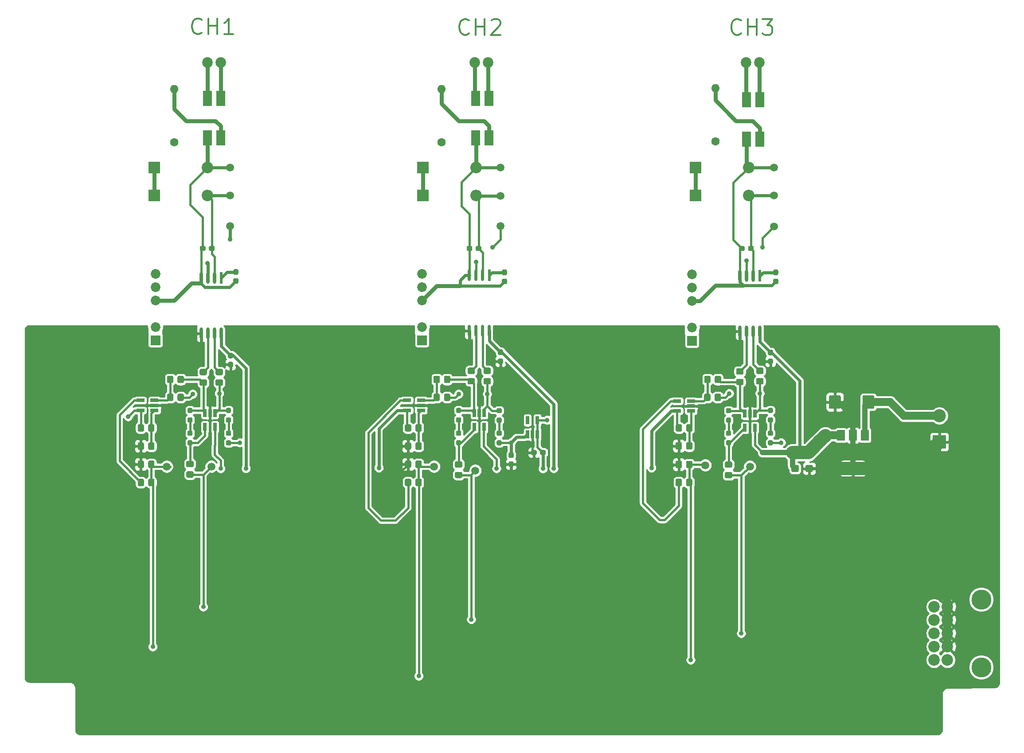
<source format=gbr>
%TF.GenerationSoftware,KiCad,Pcbnew,5.1.10-88a1d61d58~88~ubuntu20.04.1*%
%TF.CreationDate,2021-06-08T11:44:55+07:00*%
%TF.ProjectId,Analog_decoupling,416e616c-6f67-45f6-9465-636f75706c69,rev?*%
%TF.SameCoordinates,Original*%
%TF.FileFunction,Copper,L1,Top*%
%TF.FilePolarity,Positive*%
%FSLAX46Y46*%
G04 Gerber Fmt 4.6, Leading zero omitted, Abs format (unit mm)*
G04 Created by KiCad (PCBNEW 5.1.10-88a1d61d58~88~ubuntu20.04.1) date 2021-06-08 11:44:55*
%MOMM*%
%LPD*%
G01*
G04 APERTURE LIST*
%TA.AperFunction,NonConductor*%
%ADD10C,0.300000*%
%TD*%
%TA.AperFunction,SMDPad,CuDef*%
%ADD11R,0.622132X2.253928*%
%TD*%
%TA.AperFunction,ComponentPad*%
%ADD12C,1.850000*%
%TD*%
%TA.AperFunction,ComponentPad*%
%ADD13R,1.850000X1.850000*%
%TD*%
%TA.AperFunction,ConnectorPad*%
%ADD14C,3.800000*%
%TD*%
%TA.AperFunction,ComponentPad*%
%ADD15C,2.600000*%
%TD*%
%TA.AperFunction,SMDPad,CuDef*%
%ADD16R,1.560000X0.650000*%
%TD*%
%TA.AperFunction,SMDPad,CuDef*%
%ADD17R,0.650000X1.560000*%
%TD*%
%TA.AperFunction,SMDPad,CuDef*%
%ADD18R,1.500000X2.000000*%
%TD*%
%TA.AperFunction,SMDPad,CuDef*%
%ADD19R,3.800000X2.000000*%
%TD*%
%TA.AperFunction,SMDPad,CuDef*%
%ADD20C,1.500000*%
%TD*%
%TA.AperFunction,ComponentPad*%
%ADD21O,1.600000X1.600000*%
%TD*%
%TA.AperFunction,ComponentPad*%
%ADD22C,1.600000*%
%TD*%
%TA.AperFunction,SMDPad,CuDef*%
%ADD23R,1.800000X3.000000*%
%TD*%
%TA.AperFunction,ComponentPad*%
%ADD24C,2.500000*%
%TD*%
%TA.AperFunction,ComponentPad*%
%ADD25R,2.500000X2.500000*%
%TD*%
%TA.AperFunction,ComponentPad*%
%ADD26C,2.200000*%
%TD*%
%TA.AperFunction,ComponentPad*%
%ADD27C,2.020000*%
%TD*%
%TA.AperFunction,ComponentPad*%
%ADD28O,2.200000X2.200000*%
%TD*%
%TA.AperFunction,ComponentPad*%
%ADD29R,2.200000X2.200000*%
%TD*%
%TA.AperFunction,ViaPad*%
%ADD30C,0.900000*%
%TD*%
%TA.AperFunction,Conductor*%
%ADD31C,0.400000*%
%TD*%
%TA.AperFunction,Conductor*%
%ADD32C,0.600000*%
%TD*%
%TA.AperFunction,Conductor*%
%ADD33C,1.000000*%
%TD*%
%TA.AperFunction,Conductor*%
%ADD34C,2.500000*%
%TD*%
%TA.AperFunction,Conductor*%
%ADD35C,0.800000*%
%TD*%
%TA.AperFunction,Conductor*%
%ADD36C,1.500000*%
%TD*%
%TA.AperFunction,Conductor*%
%ADD37C,0.254000*%
%TD*%
%TA.AperFunction,Conductor*%
%ADD38C,0.100000*%
%TD*%
G04 APERTURE END LIST*
D10*
X201128571Y-57967428D02*
X200985714Y-58110285D01*
X200557142Y-58253142D01*
X200271428Y-58253142D01*
X199842857Y-58110285D01*
X199557142Y-57824571D01*
X199414285Y-57538857D01*
X199271428Y-56967428D01*
X199271428Y-56538857D01*
X199414285Y-55967428D01*
X199557142Y-55681714D01*
X199842857Y-55396000D01*
X200271428Y-55253142D01*
X200557142Y-55253142D01*
X200985714Y-55396000D01*
X201128571Y-55538857D01*
X202414285Y-58253142D02*
X202414285Y-55253142D01*
X202414285Y-56681714D02*
X204128571Y-56681714D01*
X204128571Y-58253142D02*
X204128571Y-55253142D01*
X205271428Y-55253142D02*
X207128571Y-55253142D01*
X206128571Y-56396000D01*
X206557142Y-56396000D01*
X206842857Y-56538857D01*
X206985714Y-56681714D01*
X207128571Y-56967428D01*
X207128571Y-57681714D01*
X206985714Y-57967428D01*
X206842857Y-58110285D01*
X206557142Y-58253142D01*
X205700000Y-58253142D01*
X205414285Y-58110285D01*
X205271428Y-57967428D01*
X149185571Y-57967428D02*
X149042714Y-58110285D01*
X148614142Y-58253142D01*
X148328428Y-58253142D01*
X147899857Y-58110285D01*
X147614142Y-57824571D01*
X147471285Y-57538857D01*
X147328428Y-56967428D01*
X147328428Y-56538857D01*
X147471285Y-55967428D01*
X147614142Y-55681714D01*
X147899857Y-55396000D01*
X148328428Y-55253142D01*
X148614142Y-55253142D01*
X149042714Y-55396000D01*
X149185571Y-55538857D01*
X150471285Y-58253142D02*
X150471285Y-55253142D01*
X150471285Y-56681714D02*
X152185571Y-56681714D01*
X152185571Y-58253142D02*
X152185571Y-55253142D01*
X153471285Y-55538857D02*
X153614142Y-55396000D01*
X153899857Y-55253142D01*
X154614142Y-55253142D01*
X154899857Y-55396000D01*
X155042714Y-55538857D01*
X155185571Y-55824571D01*
X155185571Y-56110285D01*
X155042714Y-56538857D01*
X153328428Y-58253142D01*
X155185571Y-58253142D01*
X98131571Y-57840428D02*
X97988714Y-57983285D01*
X97560142Y-58126142D01*
X97274428Y-58126142D01*
X96845857Y-57983285D01*
X96560142Y-57697571D01*
X96417285Y-57411857D01*
X96274428Y-56840428D01*
X96274428Y-56411857D01*
X96417285Y-55840428D01*
X96560142Y-55554714D01*
X96845857Y-55269000D01*
X97274428Y-55126142D01*
X97560142Y-55126142D01*
X97988714Y-55269000D01*
X98131571Y-55411857D01*
X99417285Y-58126142D02*
X99417285Y-55126142D01*
X99417285Y-56554714D02*
X101131571Y-56554714D01*
X101131571Y-58126142D02*
X101131571Y-55126142D01*
X104131571Y-58126142D02*
X102417285Y-58126142D01*
X103274428Y-58126142D02*
X103274428Y-55126142D01*
X102988714Y-55554714D01*
X102703000Y-55840428D01*
X102417285Y-55983285D01*
%TO.P,U9,8*%
%TO.N,+5V_Analog*%
%TA.AperFunction,SMDPad,CuDef*%
G36*
G01*
X204724000Y-113774559D02*
X204724000Y-113774559D01*
G75*
G02*
X205035066Y-114085625I0J-311066D01*
G01*
X205035066Y-115717421D01*
G75*
G02*
X204724000Y-116028487I-311066J0D01*
G01*
X204724000Y-116028487D01*
G75*
G02*
X204412934Y-115717421I0J311066D01*
G01*
X204412934Y-114085625D01*
G75*
G02*
X204724000Y-113774559I311066J0D01*
G01*
G37*
%TD.AperFunction*%
%TO.P,U9,7*%
%TO.N,Net-(R32-Pad2)*%
%TA.AperFunction,SMDPad,CuDef*%
G36*
G01*
X203454000Y-113774559D02*
X203454000Y-113774559D01*
G75*
G02*
X203765066Y-114085625I0J-311066D01*
G01*
X203765066Y-115717421D01*
G75*
G02*
X203454000Y-116028487I-311066J0D01*
G01*
X203454000Y-116028487D01*
G75*
G02*
X203142934Y-115717421I0J311066D01*
G01*
X203142934Y-114085625D01*
G75*
G02*
X203454000Y-113774559I311066J0D01*
G01*
G37*
%TD.AperFunction*%
%TO.P,U9,6*%
%TO.N,Net-(R34-Pad2)*%
%TA.AperFunction,SMDPad,CuDef*%
G36*
G01*
X202184000Y-113774559D02*
X202184000Y-113774559D01*
G75*
G02*
X202495066Y-114085625I0J-311066D01*
G01*
X202495066Y-115717421D01*
G75*
G02*
X202184000Y-116028487I-311066J0D01*
G01*
X202184000Y-116028487D01*
G75*
G02*
X201872934Y-115717421I0J311066D01*
G01*
X201872934Y-114085625D01*
G75*
G02*
X202184000Y-113774559I311066J0D01*
G01*
G37*
%TD.AperFunction*%
%TO.P,U9,5*%
%TO.N,GNDREF*%
%TA.AperFunction,SMDPad,CuDef*%
G36*
G01*
X200914000Y-113774559D02*
X200914000Y-113774559D01*
G75*
G02*
X201225066Y-114085625I0J-311066D01*
G01*
X201225066Y-115717421D01*
G75*
G02*
X200914000Y-116028487I-311066J0D01*
G01*
X200914000Y-116028487D01*
G75*
G02*
X200602934Y-115717421I0J311066D01*
G01*
X200602934Y-114085625D01*
G75*
G02*
X200914000Y-113774559I311066J0D01*
G01*
G37*
%TD.AperFunction*%
%TO.P,U9,4*%
%TO.N,Net-(C20-Pad2)*%
%TA.AperFunction,SMDPad,CuDef*%
G36*
G01*
X200914000Y-103173513D02*
X200914000Y-103173513D01*
G75*
G02*
X201225066Y-103484579I0J-311066D01*
G01*
X201225066Y-105116375D01*
G75*
G02*
X200914000Y-105427441I-311066J0D01*
G01*
X200914000Y-105427441D01*
G75*
G02*
X200602934Y-105116375I0J311066D01*
G01*
X200602934Y-103484579D01*
G75*
G02*
X200914000Y-103173513I311066J0D01*
G01*
G37*
%TD.AperFunction*%
%TO.P,U9,3*%
%TO.N,Net-(C20-Pad1)*%
%TA.AperFunction,SMDPad,CuDef*%
G36*
G01*
X202184000Y-103173513D02*
X202184000Y-103173513D01*
G75*
G02*
X202495066Y-103484579I0J-311066D01*
G01*
X202495066Y-105116375D01*
G75*
G02*
X202184000Y-105427441I-311066J0D01*
G01*
X202184000Y-105427441D01*
G75*
G02*
X201872934Y-105116375I0J311066D01*
G01*
X201872934Y-103484579D01*
G75*
G02*
X202184000Y-103173513I311066J0D01*
G01*
G37*
%TD.AperFunction*%
%TO.P,U9,2*%
%TO.N,Net-(C23-Pad1)*%
%TA.AperFunction,SMDPad,CuDef*%
G36*
G01*
X203454000Y-103173513D02*
X203454000Y-103173513D01*
G75*
G02*
X203765066Y-103484579I0J-311066D01*
G01*
X203765066Y-105116375D01*
G75*
G02*
X203454000Y-105427441I-311066J0D01*
G01*
X203454000Y-105427441D01*
G75*
G02*
X203142934Y-105116375I0J311066D01*
G01*
X203142934Y-103484579D01*
G75*
G02*
X203454000Y-103173513I311066J0D01*
G01*
G37*
%TD.AperFunction*%
D11*
%TO.P,U9,1*%
%TO.N,Net-(C24-Pad1)*%
X204724000Y-104300477D03*
%TD*%
D12*
%TO.P,PS3,6*%
%TO.N,Net-(C20-Pad1)*%
X191770000Y-104013000D03*
%TO.P,PS3,5*%
%TO.N,Net-(PS3-Pad5)*%
X191770000Y-106553000D03*
%TO.P,PS3,4*%
%TO.N,Net-(C20-Pad2)*%
X191770000Y-109093000D03*
%TO.P,PS3,2*%
%TO.N,GNDREF*%
X191770000Y-114173000D03*
D13*
%TO.P,PS3,1*%
%TO.N,+24V*%
X191770000Y-116713000D03*
%TD*%
%TO.P,U5,8*%
%TO.N,+5V_Analog*%
%TA.AperFunction,SMDPad,CuDef*%
G36*
G01*
X153035000Y-113647559D02*
X153035000Y-113647559D01*
G75*
G02*
X153346066Y-113958625I0J-311066D01*
G01*
X153346066Y-115590421D01*
G75*
G02*
X153035000Y-115901487I-311066J0D01*
G01*
X153035000Y-115901487D01*
G75*
G02*
X152723934Y-115590421I0J311066D01*
G01*
X152723934Y-113958625D01*
G75*
G02*
X153035000Y-113647559I311066J0D01*
G01*
G37*
%TD.AperFunction*%
%TO.P,U5,7*%
%TO.N,Net-(R18-Pad2)*%
%TA.AperFunction,SMDPad,CuDef*%
G36*
G01*
X151765000Y-113647559D02*
X151765000Y-113647559D01*
G75*
G02*
X152076066Y-113958625I0J-311066D01*
G01*
X152076066Y-115590421D01*
G75*
G02*
X151765000Y-115901487I-311066J0D01*
G01*
X151765000Y-115901487D01*
G75*
G02*
X151453934Y-115590421I0J311066D01*
G01*
X151453934Y-113958625D01*
G75*
G02*
X151765000Y-113647559I311066J0D01*
G01*
G37*
%TD.AperFunction*%
%TO.P,U5,6*%
%TO.N,Net-(R20-Pad2)*%
%TA.AperFunction,SMDPad,CuDef*%
G36*
G01*
X150495000Y-113647559D02*
X150495000Y-113647559D01*
G75*
G02*
X150806066Y-113958625I0J-311066D01*
G01*
X150806066Y-115590421D01*
G75*
G02*
X150495000Y-115901487I-311066J0D01*
G01*
X150495000Y-115901487D01*
G75*
G02*
X150183934Y-115590421I0J311066D01*
G01*
X150183934Y-113958625D01*
G75*
G02*
X150495000Y-113647559I311066J0D01*
G01*
G37*
%TD.AperFunction*%
%TO.P,U5,5*%
%TO.N,GNDREF*%
%TA.AperFunction,SMDPad,CuDef*%
G36*
G01*
X149225000Y-113647559D02*
X149225000Y-113647559D01*
G75*
G02*
X149536066Y-113958625I0J-311066D01*
G01*
X149536066Y-115590421D01*
G75*
G02*
X149225000Y-115901487I-311066J0D01*
G01*
X149225000Y-115901487D01*
G75*
G02*
X148913934Y-115590421I0J311066D01*
G01*
X148913934Y-113958625D01*
G75*
G02*
X149225000Y-113647559I311066J0D01*
G01*
G37*
%TD.AperFunction*%
%TO.P,U5,4*%
%TO.N,Net-(C11-Pad2)*%
%TA.AperFunction,SMDPad,CuDef*%
G36*
G01*
X149225000Y-103046513D02*
X149225000Y-103046513D01*
G75*
G02*
X149536066Y-103357579I0J-311066D01*
G01*
X149536066Y-104989375D01*
G75*
G02*
X149225000Y-105300441I-311066J0D01*
G01*
X149225000Y-105300441D01*
G75*
G02*
X148913934Y-104989375I0J311066D01*
G01*
X148913934Y-103357579D01*
G75*
G02*
X149225000Y-103046513I311066J0D01*
G01*
G37*
%TD.AperFunction*%
%TO.P,U5,3*%
%TO.N,Net-(C11-Pad1)*%
%TA.AperFunction,SMDPad,CuDef*%
G36*
G01*
X150495000Y-103046513D02*
X150495000Y-103046513D01*
G75*
G02*
X150806066Y-103357579I0J-311066D01*
G01*
X150806066Y-104989375D01*
G75*
G02*
X150495000Y-105300441I-311066J0D01*
G01*
X150495000Y-105300441D01*
G75*
G02*
X150183934Y-104989375I0J311066D01*
G01*
X150183934Y-103357579D01*
G75*
G02*
X150495000Y-103046513I311066J0D01*
G01*
G37*
%TD.AperFunction*%
%TO.P,U5,2*%
%TO.N,Net-(C14-Pad1)*%
%TA.AperFunction,SMDPad,CuDef*%
G36*
G01*
X151765000Y-103046513D02*
X151765000Y-103046513D01*
G75*
G02*
X152076066Y-103357579I0J-311066D01*
G01*
X152076066Y-104989375D01*
G75*
G02*
X151765000Y-105300441I-311066J0D01*
G01*
X151765000Y-105300441D01*
G75*
G02*
X151453934Y-104989375I0J311066D01*
G01*
X151453934Y-103357579D01*
G75*
G02*
X151765000Y-103046513I311066J0D01*
G01*
G37*
%TD.AperFunction*%
D11*
%TO.P,U5,1*%
%TO.N,Net-(C15-Pad1)*%
X153035000Y-104173477D03*
%TD*%
D12*
%TO.P,PS2,6*%
%TO.N,Net-(C11-Pad1)*%
X140208000Y-103886000D03*
%TO.P,PS2,5*%
%TO.N,Net-(PS2-Pad5)*%
X140208000Y-106426000D03*
%TO.P,PS2,4*%
%TO.N,Net-(C11-Pad2)*%
X140208000Y-108966000D03*
%TO.P,PS2,2*%
%TO.N,GNDREF*%
X140208000Y-114046000D03*
D13*
%TO.P,PS2,1*%
%TO.N,+24V*%
X140208000Y-116586000D03*
%TD*%
%TO.P,U2,8*%
%TO.N,+5V_Analog*%
%TA.AperFunction,SMDPad,CuDef*%
G36*
G01*
X101854000Y-114155559D02*
X101854000Y-114155559D01*
G75*
G02*
X102165066Y-114466625I0J-311066D01*
G01*
X102165066Y-116098421D01*
G75*
G02*
X101854000Y-116409487I-311066J0D01*
G01*
X101854000Y-116409487D01*
G75*
G02*
X101542934Y-116098421I0J311066D01*
G01*
X101542934Y-114466625D01*
G75*
G02*
X101854000Y-114155559I311066J0D01*
G01*
G37*
%TD.AperFunction*%
%TO.P,U2,7*%
%TO.N,Net-(R4-Pad2)*%
%TA.AperFunction,SMDPad,CuDef*%
G36*
G01*
X100584000Y-114155559D02*
X100584000Y-114155559D01*
G75*
G02*
X100895066Y-114466625I0J-311066D01*
G01*
X100895066Y-116098421D01*
G75*
G02*
X100584000Y-116409487I-311066J0D01*
G01*
X100584000Y-116409487D01*
G75*
G02*
X100272934Y-116098421I0J311066D01*
G01*
X100272934Y-114466625D01*
G75*
G02*
X100584000Y-114155559I311066J0D01*
G01*
G37*
%TD.AperFunction*%
%TO.P,U2,6*%
%TO.N,Net-(R6-Pad2)*%
%TA.AperFunction,SMDPad,CuDef*%
G36*
G01*
X99314000Y-114155559D02*
X99314000Y-114155559D01*
G75*
G02*
X99625066Y-114466625I0J-311066D01*
G01*
X99625066Y-116098421D01*
G75*
G02*
X99314000Y-116409487I-311066J0D01*
G01*
X99314000Y-116409487D01*
G75*
G02*
X99002934Y-116098421I0J311066D01*
G01*
X99002934Y-114466625D01*
G75*
G02*
X99314000Y-114155559I311066J0D01*
G01*
G37*
%TD.AperFunction*%
%TO.P,U2,5*%
%TO.N,GNDREF*%
%TA.AperFunction,SMDPad,CuDef*%
G36*
G01*
X98044000Y-114155559D02*
X98044000Y-114155559D01*
G75*
G02*
X98355066Y-114466625I0J-311066D01*
G01*
X98355066Y-116098421D01*
G75*
G02*
X98044000Y-116409487I-311066J0D01*
G01*
X98044000Y-116409487D01*
G75*
G02*
X97732934Y-116098421I0J311066D01*
G01*
X97732934Y-114466625D01*
G75*
G02*
X98044000Y-114155559I311066J0D01*
G01*
G37*
%TD.AperFunction*%
%TO.P,U2,4*%
%TO.N,Net-(C3-Pad2)*%
%TA.AperFunction,SMDPad,CuDef*%
G36*
G01*
X98044000Y-103554513D02*
X98044000Y-103554513D01*
G75*
G02*
X98355066Y-103865579I0J-311066D01*
G01*
X98355066Y-105497375D01*
G75*
G02*
X98044000Y-105808441I-311066J0D01*
G01*
X98044000Y-105808441D01*
G75*
G02*
X97732934Y-105497375I0J311066D01*
G01*
X97732934Y-103865579D01*
G75*
G02*
X98044000Y-103554513I311066J0D01*
G01*
G37*
%TD.AperFunction*%
%TO.P,U2,3*%
%TO.N,Net-(C3-Pad1)*%
%TA.AperFunction,SMDPad,CuDef*%
G36*
G01*
X99314000Y-103554513D02*
X99314000Y-103554513D01*
G75*
G02*
X99625066Y-103865579I0J-311066D01*
G01*
X99625066Y-105497375D01*
G75*
G02*
X99314000Y-105808441I-311066J0D01*
G01*
X99314000Y-105808441D01*
G75*
G02*
X99002934Y-105497375I0J311066D01*
G01*
X99002934Y-103865579D01*
G75*
G02*
X99314000Y-103554513I311066J0D01*
G01*
G37*
%TD.AperFunction*%
%TO.P,U2,2*%
%TO.N,Net-(C7-Pad1)*%
%TA.AperFunction,SMDPad,CuDef*%
G36*
G01*
X100584000Y-103554513D02*
X100584000Y-103554513D01*
G75*
G02*
X100895066Y-103865579I0J-311066D01*
G01*
X100895066Y-105497375D01*
G75*
G02*
X100584000Y-105808441I-311066J0D01*
G01*
X100584000Y-105808441D01*
G75*
G02*
X100272934Y-105497375I0J311066D01*
G01*
X100272934Y-103865579D01*
G75*
G02*
X100584000Y-103554513I311066J0D01*
G01*
G37*
%TD.AperFunction*%
D11*
%TO.P,U2,1*%
%TO.N,Net-(C8-Pad1)*%
X101854000Y-104681477D03*
%TD*%
D12*
%TO.P,PS1,6*%
%TO.N,Net-(C3-Pad1)*%
X89281000Y-103886000D03*
%TO.P,PS1,5*%
%TO.N,Net-(PS1-Pad5)*%
X89281000Y-106426000D03*
%TO.P,PS1,4*%
%TO.N,Net-(C3-Pad2)*%
X89281000Y-108966000D03*
%TO.P,PS1,2*%
%TO.N,GNDREF*%
X89281000Y-114046000D03*
D13*
%TO.P,PS1,1*%
%TO.N,+24V*%
X89281000Y-116586000D03*
%TD*%
D14*
%TO.P,REF\u002A\u002A,1*%
%TO.N,N/C*%
X247015000Y-166116000D03*
D15*
X247015000Y-166116000D03*
%TD*%
D14*
%TO.P,REF\u002A\u002A,1*%
%TO.N,N/C*%
X247015000Y-179070000D03*
D15*
X247015000Y-179070000D03*
%TD*%
D16*
%TO.P,U11,5*%
%TO.N,+5V_Analog*%
X188896000Y-130109000D03*
%TO.P,U11,4*%
%TO.N,Net-(R40-Pad1)*%
X188896000Y-128209000D03*
%TO.P,U11,3*%
%TO.N,Net-(R36-Pad1)*%
X191596000Y-128209000D03*
%TO.P,U11,2*%
%TO.N,GNDREF*%
X191596000Y-129159000D03*
%TO.P,U11,1*%
%TO.N,Net-(R39-Pad1)*%
X191596000Y-130109000D03*
%TD*%
D17*
%TO.P,U10,5*%
%TO.N,+5V_Analog*%
X203769000Y-133303000D03*
%TO.P,U10,4*%
%TO.N,Net-(R33-Pad1)*%
X201869000Y-133303000D03*
%TO.P,U10,3*%
%TO.N,Net-(R34-Pad1)*%
X201869000Y-130603000D03*
%TO.P,U10,2*%
%TO.N,GNDREF*%
X202819000Y-130603000D03*
%TO.P,U10,1*%
%TO.N,Net-(R29-Pad1)*%
X203769000Y-130603000D03*
%TD*%
%TO.P,U8,5*%
%TO.N,Net-(U8-Pad5)*%
X160340000Y-131873000D03*
%TO.P,U8,4*%
%TO.N,+5V_Analog*%
X162240000Y-131873000D03*
%TO.P,U8,3*%
X162240000Y-134573000D03*
%TO.P,U8,2*%
%TO.N,GNDREF*%
X161290000Y-134573000D03*
%TO.P,U8,1*%
%TO.N,/Ref_1\u002C65V*%
X160340000Y-134573000D03*
%TD*%
D16*
%TO.P,U7,5*%
%TO.N,+5V_Analog*%
X137334000Y-129982000D03*
%TO.P,U7,4*%
%TO.N,Net-(R26-Pad1)*%
X137334000Y-128082000D03*
%TO.P,U7,3*%
%TO.N,Net-(R22-Pad1)*%
X140034000Y-128082000D03*
%TO.P,U7,2*%
%TO.N,GNDREF*%
X140034000Y-129032000D03*
%TO.P,U7,1*%
%TO.N,Net-(R25-Pad1)*%
X140034000Y-129982000D03*
%TD*%
D17*
%TO.P,U6,5*%
%TO.N,+5V_Analog*%
X152080000Y-133176000D03*
%TO.P,U6,4*%
%TO.N,Net-(R19-Pad1)*%
X150180000Y-133176000D03*
%TO.P,U6,3*%
%TO.N,Net-(R20-Pad1)*%
X150180000Y-130476000D03*
%TO.P,U6,2*%
%TO.N,GNDREF*%
X151130000Y-130476000D03*
%TO.P,U6,1*%
%TO.N,Net-(R15-Pad1)*%
X152080000Y-130476000D03*
%TD*%
D16*
%TO.P,U4,5*%
%TO.N,+5V_Analog*%
X86407000Y-129982000D03*
%TO.P,U4,4*%
%TO.N,Net-(R12-Pad1)*%
X86407000Y-128082000D03*
%TO.P,U4,3*%
%TO.N,Net-(R8-Pad1)*%
X89107000Y-128082000D03*
%TO.P,U4,2*%
%TO.N,GNDREF*%
X89107000Y-129032000D03*
%TO.P,U4,1*%
%TO.N,Net-(R11-Pad1)*%
X89107000Y-129982000D03*
%TD*%
D17*
%TO.P,U3,5*%
%TO.N,+5V_Analog*%
X100645000Y-133176000D03*
%TO.P,U3,4*%
%TO.N,Net-(R5-Pad1)*%
X98745000Y-133176000D03*
%TO.P,U3,3*%
%TO.N,Net-(R10-Pad1)*%
X98745000Y-130476000D03*
%TO.P,U3,2*%
%TO.N,GNDREF*%
X99695000Y-130476000D03*
%TO.P,U3,1*%
%TO.N,Net-(R1-Pad1)*%
X100645000Y-130476000D03*
%TD*%
D18*
%TO.P,U1,1*%
%TO.N,+24V*%
X224804000Y-134772000D03*
%TO.P,U1,3*%
%TO.N,+5V_Analog*%
X220204000Y-134772000D03*
%TO.P,U1,2*%
%TO.N,GNDREF*%
X222504000Y-134772000D03*
D19*
X222504000Y-141072000D03*
%TD*%
D20*
%TO.P,TP15,1*%
%TO.N,/A_CH3_FAULT*%
X194310000Y-140462000D03*
%TD*%
%TO.P,TP14,1*%
%TO.N,/ADC3_P*%
X202819000Y-140716000D03*
%TD*%
%TO.P,TP13,1*%
%TO.N,Net-(C23-Pad1)*%
X207391000Y-88900000D03*
%TD*%
%TO.P,TP12,1*%
%TO.N,Net-(C20-Pad2)*%
X207391000Y-83566000D03*
%TD*%
%TO.P,TP11,1*%
%TO.N,Net-(C20-Pad1)*%
X207391000Y-94869000D03*
%TD*%
%TO.P,TP10,1*%
%TO.N,/A_CH2_FAULT*%
X142494000Y-140716000D03*
%TD*%
%TO.P,TP9,1*%
%TO.N,/ADC2_P*%
X150368000Y-141478000D03*
%TD*%
%TO.P,TP8,1*%
%TO.N,Net-(C14-Pad1)*%
X155194000Y-89027000D03*
%TD*%
%TO.P,TP7,1*%
%TO.N,Net-(C11-Pad2)*%
X155194000Y-83566000D03*
%TD*%
%TO.P,TP6,1*%
%TO.N,Net-(C11-Pad1)*%
X155194000Y-94742000D03*
%TD*%
%TO.P,TP5,1*%
%TO.N,/A_CH1_FAULT*%
X91440000Y-140716000D03*
%TD*%
%TO.P,TP4,1*%
%TO.N,/ADC1_P*%
X99949000Y-140716000D03*
%TD*%
%TO.P,TP3,1*%
%TO.N,Net-(C7-Pad1)*%
X103505000Y-88900000D03*
%TD*%
%TO.P,TP2,1*%
%TO.N,Net-(C3-Pad2)*%
X103505000Y-83566000D03*
%TD*%
%TO.P,TP1,1*%
%TO.N,Net-(C3-Pad1)*%
X103505000Y-94742000D03*
%TD*%
%TO.P,R42,2*%
%TO.N,Net-(R39-Pad1)*%
%TA.AperFunction,SMDPad,CuDef*%
G36*
G01*
X190630000Y-137229001D02*
X190630000Y-136328999D01*
G75*
G02*
X190879999Y-136079000I249999J0D01*
G01*
X191580001Y-136079000D01*
G75*
G02*
X191830000Y-136328999I0J-249999D01*
G01*
X191830000Y-137229001D01*
G75*
G02*
X191580001Y-137479000I-249999J0D01*
G01*
X190879999Y-137479000D01*
G75*
G02*
X190630000Y-137229001I0J249999D01*
G01*
G37*
%TD.AperFunction*%
%TO.P,R42,1*%
%TO.N,GNDREF*%
%TA.AperFunction,SMDPad,CuDef*%
G36*
G01*
X188630000Y-137229001D02*
X188630000Y-136328999D01*
G75*
G02*
X188879999Y-136079000I249999J0D01*
G01*
X189580001Y-136079000D01*
G75*
G02*
X189830000Y-136328999I0J-249999D01*
G01*
X189830000Y-137229001D01*
G75*
G02*
X189580001Y-137479000I-249999J0D01*
G01*
X188879999Y-137479000D01*
G75*
G02*
X188630000Y-137229001I0J249999D01*
G01*
G37*
%TD.AperFunction*%
%TD*%
%TO.P,R41,2*%
%TO.N,/A_CH3_FAULT*%
%TA.AperFunction,SMDPad,CuDef*%
G36*
G01*
X190630000Y-140785001D02*
X190630000Y-139884999D01*
G75*
G02*
X190879999Y-139635000I249999J0D01*
G01*
X191580001Y-139635000D01*
G75*
G02*
X191830000Y-139884999I0J-249999D01*
G01*
X191830000Y-140785001D01*
G75*
G02*
X191580001Y-141035000I-249999J0D01*
G01*
X190879999Y-141035000D01*
G75*
G02*
X190630000Y-140785001I0J249999D01*
G01*
G37*
%TD.AperFunction*%
%TO.P,R41,1*%
%TO.N,GNDREF*%
%TA.AperFunction,SMDPad,CuDef*%
G36*
G01*
X188630000Y-140785001D02*
X188630000Y-139884999D01*
G75*
G02*
X188879999Y-139635000I249999J0D01*
G01*
X189580001Y-139635000D01*
G75*
G02*
X189830000Y-139884999I0J-249999D01*
G01*
X189830000Y-140785001D01*
G75*
G02*
X189580001Y-141035000I-249999J0D01*
G01*
X188879999Y-141035000D01*
G75*
G02*
X188630000Y-140785001I0J249999D01*
G01*
G37*
%TD.AperFunction*%
%TD*%
%TO.P,R40,2*%
%TO.N,/A_CH3_FAULT*%
%TA.AperFunction,SMDPad,CuDef*%
G36*
G01*
X190630000Y-144214001D02*
X190630000Y-143313999D01*
G75*
G02*
X190879999Y-143064000I249999J0D01*
G01*
X191580001Y-143064000D01*
G75*
G02*
X191830000Y-143313999I0J-249999D01*
G01*
X191830000Y-144214001D01*
G75*
G02*
X191580001Y-144464000I-249999J0D01*
G01*
X190879999Y-144464000D01*
G75*
G02*
X190630000Y-144214001I0J249999D01*
G01*
G37*
%TD.AperFunction*%
%TO.P,R40,1*%
%TO.N,Net-(R40-Pad1)*%
%TA.AperFunction,SMDPad,CuDef*%
G36*
G01*
X188630000Y-144214001D02*
X188630000Y-143313999D01*
G75*
G02*
X188879999Y-143064000I249999J0D01*
G01*
X189580001Y-143064000D01*
G75*
G02*
X189830000Y-143313999I0J-249999D01*
G01*
X189830000Y-144214001D01*
G75*
G02*
X189580001Y-144464000I-249999J0D01*
G01*
X188879999Y-144464000D01*
G75*
G02*
X188630000Y-144214001I0J249999D01*
G01*
G37*
%TD.AperFunction*%
%TD*%
%TO.P,R39,2*%
%TO.N,+5V_Analog*%
%TA.AperFunction,SMDPad,CuDef*%
G36*
G01*
X189862000Y-132899999D02*
X189862000Y-133800001D01*
G75*
G02*
X189612001Y-134050000I-249999J0D01*
G01*
X188911999Y-134050000D01*
G75*
G02*
X188662000Y-133800001I0J249999D01*
G01*
X188662000Y-132899999D01*
G75*
G02*
X188911999Y-132650000I249999J0D01*
G01*
X189612001Y-132650000D01*
G75*
G02*
X189862000Y-132899999I0J-249999D01*
G01*
G37*
%TD.AperFunction*%
%TO.P,R39,1*%
%TO.N,Net-(R39-Pad1)*%
%TA.AperFunction,SMDPad,CuDef*%
G36*
G01*
X191862000Y-132899999D02*
X191862000Y-133800001D01*
G75*
G02*
X191612001Y-134050000I-249999J0D01*
G01*
X190911999Y-134050000D01*
G75*
G02*
X190662000Y-133800001I0J249999D01*
G01*
X190662000Y-132899999D01*
G75*
G02*
X190911999Y-132650000I249999J0D01*
G01*
X191612001Y-132650000D01*
G75*
G02*
X191862000Y-132899999I0J-249999D01*
G01*
G37*
%TD.AperFunction*%
%TD*%
%TO.P,R38,2*%
%TO.N,Net-(R35-Pad2)*%
%TA.AperFunction,SMDPad,CuDef*%
G36*
G01*
X198517500Y-131385500D02*
X198992500Y-131385500D01*
G75*
G02*
X199230000Y-131623000I0J-237500D01*
G01*
X199230000Y-132123000D01*
G75*
G02*
X198992500Y-132360500I-237500J0D01*
G01*
X198517500Y-132360500D01*
G75*
G02*
X198280000Y-132123000I0J237500D01*
G01*
X198280000Y-131623000D01*
G75*
G02*
X198517500Y-131385500I237500J0D01*
G01*
G37*
%TD.AperFunction*%
%TO.P,R38,1*%
%TO.N,Net-(R34-Pad1)*%
%TA.AperFunction,SMDPad,CuDef*%
G36*
G01*
X198517500Y-129560500D02*
X198992500Y-129560500D01*
G75*
G02*
X199230000Y-129798000I0J-237500D01*
G01*
X199230000Y-130298000D01*
G75*
G02*
X198992500Y-130535500I-237500J0D01*
G01*
X198517500Y-130535500D01*
G75*
G02*
X198280000Y-130298000I0J237500D01*
G01*
X198280000Y-129798000D01*
G75*
G02*
X198517500Y-129560500I237500J0D01*
G01*
G37*
%TD.AperFunction*%
%TD*%
%TO.P,R37,2*%
%TO.N,Net-(R34-Pad1)*%
%TA.AperFunction,SMDPad,CuDef*%
G36*
G01*
X196123000Y-124529001D02*
X196123000Y-123628999D01*
G75*
G02*
X196372999Y-123379000I249999J0D01*
G01*
X197073001Y-123379000D01*
G75*
G02*
X197323000Y-123628999I0J-249999D01*
G01*
X197323000Y-124529001D01*
G75*
G02*
X197073001Y-124779000I-249999J0D01*
G01*
X196372999Y-124779000D01*
G75*
G02*
X196123000Y-124529001I0J249999D01*
G01*
G37*
%TD.AperFunction*%
%TO.P,R37,1*%
%TO.N,Net-(R36-Pad1)*%
%TA.AperFunction,SMDPad,CuDef*%
G36*
G01*
X194123000Y-124529001D02*
X194123000Y-123628999D01*
G75*
G02*
X194372999Y-123379000I249999J0D01*
G01*
X195073001Y-123379000D01*
G75*
G02*
X195323000Y-123628999I0J-249999D01*
G01*
X195323000Y-124529001D01*
G75*
G02*
X195073001Y-124779000I-249999J0D01*
G01*
X194372999Y-124779000D01*
G75*
G02*
X194123000Y-124529001I0J249999D01*
G01*
G37*
%TD.AperFunction*%
%TD*%
%TO.P,R36,2*%
%TO.N,Net-(R29-Pad1)*%
%TA.AperFunction,SMDPad,CuDef*%
G36*
G01*
X196091000Y-127958001D02*
X196091000Y-127057999D01*
G75*
G02*
X196340999Y-126808000I249999J0D01*
G01*
X197041001Y-126808000D01*
G75*
G02*
X197291000Y-127057999I0J-249999D01*
G01*
X197291000Y-127958001D01*
G75*
G02*
X197041001Y-128208000I-249999J0D01*
G01*
X196340999Y-128208000D01*
G75*
G02*
X196091000Y-127958001I0J249999D01*
G01*
G37*
%TD.AperFunction*%
%TO.P,R36,1*%
%TO.N,Net-(R36-Pad1)*%
%TA.AperFunction,SMDPad,CuDef*%
G36*
G01*
X194091000Y-127958001D02*
X194091000Y-127057999D01*
G75*
G02*
X194340999Y-126808000I249999J0D01*
G01*
X195041001Y-126808000D01*
G75*
G02*
X195291000Y-127057999I0J-249999D01*
G01*
X195291000Y-127958001D01*
G75*
G02*
X195041001Y-128208000I-249999J0D01*
G01*
X194340999Y-128208000D01*
G75*
G02*
X194091000Y-127958001I0J249999D01*
G01*
G37*
%TD.AperFunction*%
%TD*%
%TO.P,R35,2*%
%TO.N,Net-(R35-Pad2)*%
%TA.AperFunction,SMDPad,CuDef*%
G36*
G01*
X198992500Y-134853500D02*
X198517500Y-134853500D01*
G75*
G02*
X198280000Y-134616000I0J237500D01*
G01*
X198280000Y-134116000D01*
G75*
G02*
X198517500Y-133878500I237500J0D01*
G01*
X198992500Y-133878500D01*
G75*
G02*
X199230000Y-134116000I0J-237500D01*
G01*
X199230000Y-134616000D01*
G75*
G02*
X198992500Y-134853500I-237500J0D01*
G01*
G37*
%TD.AperFunction*%
%TO.P,R35,1*%
%TO.N,Net-(R33-Pad1)*%
%TA.AperFunction,SMDPad,CuDef*%
G36*
G01*
X198992500Y-136678500D02*
X198517500Y-136678500D01*
G75*
G02*
X198280000Y-136441000I0J237500D01*
G01*
X198280000Y-135941000D01*
G75*
G02*
X198517500Y-135703500I237500J0D01*
G01*
X198992500Y-135703500D01*
G75*
G02*
X199230000Y-135941000I0J-237500D01*
G01*
X199230000Y-136441000D01*
G75*
G02*
X198992500Y-136678500I-237500J0D01*
G01*
G37*
%TD.AperFunction*%
%TD*%
%TO.P,R34,2*%
%TO.N,Net-(R34-Pad2)*%
%TA.AperFunction,SMDPad,CuDef*%
G36*
G01*
X201364001Y-123155000D02*
X200463999Y-123155000D01*
G75*
G02*
X200214000Y-122905001I0J249999D01*
G01*
X200214000Y-122204999D01*
G75*
G02*
X200463999Y-121955000I249999J0D01*
G01*
X201364001Y-121955000D01*
G75*
G02*
X201614000Y-122204999I0J-249999D01*
G01*
X201614000Y-122905001D01*
G75*
G02*
X201364001Y-123155000I-249999J0D01*
G01*
G37*
%TD.AperFunction*%
%TO.P,R34,1*%
%TO.N,Net-(R34-Pad1)*%
%TA.AperFunction,SMDPad,CuDef*%
G36*
G01*
X201364001Y-125155000D02*
X200463999Y-125155000D01*
G75*
G02*
X200214000Y-124905001I0J249999D01*
G01*
X200214000Y-124204999D01*
G75*
G02*
X200463999Y-123955000I249999J0D01*
G01*
X201364001Y-123955000D01*
G75*
G02*
X201614000Y-124204999I0J-249999D01*
G01*
X201614000Y-124905001D01*
G75*
G02*
X201364001Y-125155000I-249999J0D01*
G01*
G37*
%TD.AperFunction*%
%TD*%
%TO.P,R33,2*%
%TO.N,/ADC3_P*%
%TA.AperFunction,SMDPad,CuDef*%
G36*
G01*
X198304999Y-141767000D02*
X199205001Y-141767000D01*
G75*
G02*
X199455000Y-142016999I0J-249999D01*
G01*
X199455000Y-142717001D01*
G75*
G02*
X199205001Y-142967000I-249999J0D01*
G01*
X198304999Y-142967000D01*
G75*
G02*
X198055000Y-142717001I0J249999D01*
G01*
X198055000Y-142016999D01*
G75*
G02*
X198304999Y-141767000I249999J0D01*
G01*
G37*
%TD.AperFunction*%
%TO.P,R33,1*%
%TO.N,Net-(R33-Pad1)*%
%TA.AperFunction,SMDPad,CuDef*%
G36*
G01*
X198304999Y-139767000D02*
X199205001Y-139767000D01*
G75*
G02*
X199455000Y-140016999I0J-249999D01*
G01*
X199455000Y-140717001D01*
G75*
G02*
X199205001Y-140967000I-249999J0D01*
G01*
X198304999Y-140967000D01*
G75*
G02*
X198055000Y-140717001I0J249999D01*
G01*
X198055000Y-140016999D01*
G75*
G02*
X198304999Y-139767000I249999J0D01*
G01*
G37*
%TD.AperFunction*%
%TD*%
%TO.P,R32,2*%
%TO.N,Net-(R32-Pad2)*%
%TA.AperFunction,SMDPad,CuDef*%
G36*
G01*
X205174001Y-123028000D02*
X204273999Y-123028000D01*
G75*
G02*
X204024000Y-122778001I0J249999D01*
G01*
X204024000Y-122077999D01*
G75*
G02*
X204273999Y-121828000I249999J0D01*
G01*
X205174001Y-121828000D01*
G75*
G02*
X205424000Y-122077999I0J-249999D01*
G01*
X205424000Y-122778001D01*
G75*
G02*
X205174001Y-123028000I-249999J0D01*
G01*
G37*
%TD.AperFunction*%
%TO.P,R32,1*%
%TO.N,Net-(R29-Pad1)*%
%TA.AperFunction,SMDPad,CuDef*%
G36*
G01*
X205174001Y-125028000D02*
X204273999Y-125028000D01*
G75*
G02*
X204024000Y-124778001I0J249999D01*
G01*
X204024000Y-124077999D01*
G75*
G02*
X204273999Y-123828000I249999J0D01*
G01*
X205174001Y-123828000D01*
G75*
G02*
X205424000Y-124077999I0J-249999D01*
G01*
X205424000Y-124778001D01*
G75*
G02*
X205174001Y-125028000I-249999J0D01*
G01*
G37*
%TD.AperFunction*%
%TD*%
D21*
%TO.P,R31,2*%
%TO.N,Net-(L3-Pad2)*%
X196215000Y-68453000D03*
D22*
%TO.P,R31,1*%
%TO.N,Net-(C23-Pad1)*%
X196215000Y-78613000D03*
%TD*%
%TO.P,R30,2*%
%TO.N,/Ref_1\u002C65V*%
%TA.AperFunction,SMDPad,CuDef*%
G36*
G01*
X206518500Y-135703500D02*
X206993500Y-135703500D01*
G75*
G02*
X207231000Y-135941000I0J-237500D01*
G01*
X207231000Y-136441000D01*
G75*
G02*
X206993500Y-136678500I-237500J0D01*
G01*
X206518500Y-136678500D01*
G75*
G02*
X206281000Y-136441000I0J237500D01*
G01*
X206281000Y-135941000D01*
G75*
G02*
X206518500Y-135703500I237500J0D01*
G01*
G37*
%TD.AperFunction*%
%TO.P,R30,1*%
%TO.N,Net-(R29-Pad2)*%
%TA.AperFunction,SMDPad,CuDef*%
G36*
G01*
X206518500Y-133878500D02*
X206993500Y-133878500D01*
G75*
G02*
X207231000Y-134116000I0J-237500D01*
G01*
X207231000Y-134616000D01*
G75*
G02*
X206993500Y-134853500I-237500J0D01*
G01*
X206518500Y-134853500D01*
G75*
G02*
X206281000Y-134616000I0J237500D01*
G01*
X206281000Y-134116000D01*
G75*
G02*
X206518500Y-133878500I237500J0D01*
G01*
G37*
%TD.AperFunction*%
%TD*%
%TO.P,R29,2*%
%TO.N,Net-(R29-Pad2)*%
%TA.AperFunction,SMDPad,CuDef*%
G36*
G01*
X206518500Y-131338500D02*
X206993500Y-131338500D01*
G75*
G02*
X207231000Y-131576000I0J-237500D01*
G01*
X207231000Y-132076000D01*
G75*
G02*
X206993500Y-132313500I-237500J0D01*
G01*
X206518500Y-132313500D01*
G75*
G02*
X206281000Y-132076000I0J237500D01*
G01*
X206281000Y-131576000D01*
G75*
G02*
X206518500Y-131338500I237500J0D01*
G01*
G37*
%TD.AperFunction*%
%TO.P,R29,1*%
%TO.N,Net-(R29-Pad1)*%
%TA.AperFunction,SMDPad,CuDef*%
G36*
G01*
X206518500Y-129513500D02*
X206993500Y-129513500D01*
G75*
G02*
X207231000Y-129751000I0J-237500D01*
G01*
X207231000Y-130251000D01*
G75*
G02*
X206993500Y-130488500I-237500J0D01*
G01*
X206518500Y-130488500D01*
G75*
G02*
X206281000Y-130251000I0J237500D01*
G01*
X206281000Y-129751000D01*
G75*
G02*
X206518500Y-129513500I237500J0D01*
G01*
G37*
%TD.AperFunction*%
%TD*%
%TO.P,R28,2*%
%TO.N,Net-(R25-Pad1)*%
%TA.AperFunction,SMDPad,CuDef*%
G36*
G01*
X138941000Y-137271334D02*
X138941000Y-136371332D01*
G75*
G02*
X139190999Y-136121333I249999J0D01*
G01*
X139891001Y-136121333D01*
G75*
G02*
X140141000Y-136371332I0J-249999D01*
G01*
X140141000Y-137271334D01*
G75*
G02*
X139891001Y-137521333I-249999J0D01*
G01*
X139190999Y-137521333D01*
G75*
G02*
X138941000Y-137271334I0J249999D01*
G01*
G37*
%TD.AperFunction*%
%TO.P,R28,1*%
%TO.N,GNDREF*%
%TA.AperFunction,SMDPad,CuDef*%
G36*
G01*
X136941000Y-137271334D02*
X136941000Y-136371332D01*
G75*
G02*
X137190999Y-136121333I249999J0D01*
G01*
X137891001Y-136121333D01*
G75*
G02*
X138141000Y-136371332I0J-249999D01*
G01*
X138141000Y-137271334D01*
G75*
G02*
X137891001Y-137521333I-249999J0D01*
G01*
X137190999Y-137521333D01*
G75*
G02*
X136941000Y-137271334I0J249999D01*
G01*
G37*
%TD.AperFunction*%
%TD*%
%TO.P,R27,2*%
%TO.N,/A_CH2_FAULT*%
%TA.AperFunction,SMDPad,CuDef*%
G36*
G01*
X138941000Y-140742667D02*
X138941000Y-139842665D01*
G75*
G02*
X139190999Y-139592666I249999J0D01*
G01*
X139891001Y-139592666D01*
G75*
G02*
X140141000Y-139842665I0J-249999D01*
G01*
X140141000Y-140742667D01*
G75*
G02*
X139891001Y-140992666I-249999J0D01*
G01*
X139190999Y-140992666D01*
G75*
G02*
X138941000Y-140742667I0J249999D01*
G01*
G37*
%TD.AperFunction*%
%TO.P,R27,1*%
%TO.N,GNDREF*%
%TA.AperFunction,SMDPad,CuDef*%
G36*
G01*
X136941000Y-140742667D02*
X136941000Y-139842665D01*
G75*
G02*
X137190999Y-139592666I249999J0D01*
G01*
X137891001Y-139592666D01*
G75*
G02*
X138141000Y-139842665I0J-249999D01*
G01*
X138141000Y-140742667D01*
G75*
G02*
X137891001Y-140992666I-249999J0D01*
G01*
X137190999Y-140992666D01*
G75*
G02*
X136941000Y-140742667I0J249999D01*
G01*
G37*
%TD.AperFunction*%
%TD*%
%TO.P,R26,2*%
%TO.N,/A_CH2_FAULT*%
%TA.AperFunction,SMDPad,CuDef*%
G36*
G01*
X138941000Y-144214001D02*
X138941000Y-143313999D01*
G75*
G02*
X139190999Y-143064000I249999J0D01*
G01*
X139891001Y-143064000D01*
G75*
G02*
X140141000Y-143313999I0J-249999D01*
G01*
X140141000Y-144214001D01*
G75*
G02*
X139891001Y-144464000I-249999J0D01*
G01*
X139190999Y-144464000D01*
G75*
G02*
X138941000Y-144214001I0J249999D01*
G01*
G37*
%TD.AperFunction*%
%TO.P,R26,1*%
%TO.N,Net-(R26-Pad1)*%
%TA.AperFunction,SMDPad,CuDef*%
G36*
G01*
X136941000Y-144214001D02*
X136941000Y-143313999D01*
G75*
G02*
X137190999Y-143064000I249999J0D01*
G01*
X137891001Y-143064000D01*
G75*
G02*
X138141000Y-143313999I0J-249999D01*
G01*
X138141000Y-144214001D01*
G75*
G02*
X137891001Y-144464000I-249999J0D01*
G01*
X137190999Y-144464000D01*
G75*
G02*
X136941000Y-144214001I0J249999D01*
G01*
G37*
%TD.AperFunction*%
%TD*%
%TO.P,R25,2*%
%TO.N,+5V_Analog*%
%TA.AperFunction,SMDPad,CuDef*%
G36*
G01*
X138141000Y-132899999D02*
X138141000Y-133800001D01*
G75*
G02*
X137891001Y-134050000I-249999J0D01*
G01*
X137190999Y-134050000D01*
G75*
G02*
X136941000Y-133800001I0J249999D01*
G01*
X136941000Y-132899999D01*
G75*
G02*
X137190999Y-132650000I249999J0D01*
G01*
X137891001Y-132650000D01*
G75*
G02*
X138141000Y-132899999I0J-249999D01*
G01*
G37*
%TD.AperFunction*%
%TO.P,R25,1*%
%TO.N,Net-(R25-Pad1)*%
%TA.AperFunction,SMDPad,CuDef*%
G36*
G01*
X140141000Y-132899999D02*
X140141000Y-133800001D01*
G75*
G02*
X139891001Y-134050000I-249999J0D01*
G01*
X139190999Y-134050000D01*
G75*
G02*
X138941000Y-133800001I0J249999D01*
G01*
X138941000Y-132899999D01*
G75*
G02*
X139190999Y-132650000I249999J0D01*
G01*
X139891001Y-132650000D01*
G75*
G02*
X140141000Y-132899999I0J-249999D01*
G01*
G37*
%TD.AperFunction*%
%TD*%
%TO.P,R24,2*%
%TO.N,Net-(R21-Pad2)*%
%TA.AperFunction,SMDPad,CuDef*%
G36*
G01*
X146955500Y-131338500D02*
X147430500Y-131338500D01*
G75*
G02*
X147668000Y-131576000I0J-237500D01*
G01*
X147668000Y-132076000D01*
G75*
G02*
X147430500Y-132313500I-237500J0D01*
G01*
X146955500Y-132313500D01*
G75*
G02*
X146718000Y-132076000I0J237500D01*
G01*
X146718000Y-131576000D01*
G75*
G02*
X146955500Y-131338500I237500J0D01*
G01*
G37*
%TD.AperFunction*%
%TO.P,R24,1*%
%TO.N,Net-(R20-Pad1)*%
%TA.AperFunction,SMDPad,CuDef*%
G36*
G01*
X146955500Y-129513500D02*
X147430500Y-129513500D01*
G75*
G02*
X147668000Y-129751000I0J-237500D01*
G01*
X147668000Y-130251000D01*
G75*
G02*
X147430500Y-130488500I-237500J0D01*
G01*
X146955500Y-130488500D01*
G75*
G02*
X146718000Y-130251000I0J237500D01*
G01*
X146718000Y-129751000D01*
G75*
G02*
X146955500Y-129513500I237500J0D01*
G01*
G37*
%TD.AperFunction*%
%TD*%
%TO.P,R23,2*%
%TO.N,Net-(R20-Pad1)*%
%TA.AperFunction,SMDPad,CuDef*%
G36*
G01*
X144402000Y-124529001D02*
X144402000Y-123628999D01*
G75*
G02*
X144651999Y-123379000I249999J0D01*
G01*
X145352001Y-123379000D01*
G75*
G02*
X145602000Y-123628999I0J-249999D01*
G01*
X145602000Y-124529001D01*
G75*
G02*
X145352001Y-124779000I-249999J0D01*
G01*
X144651999Y-124779000D01*
G75*
G02*
X144402000Y-124529001I0J249999D01*
G01*
G37*
%TD.AperFunction*%
%TO.P,R23,1*%
%TO.N,Net-(R22-Pad1)*%
%TA.AperFunction,SMDPad,CuDef*%
G36*
G01*
X142402000Y-124529001D02*
X142402000Y-123628999D01*
G75*
G02*
X142651999Y-123379000I249999J0D01*
G01*
X143352001Y-123379000D01*
G75*
G02*
X143602000Y-123628999I0J-249999D01*
G01*
X143602000Y-124529001D01*
G75*
G02*
X143352001Y-124779000I-249999J0D01*
G01*
X142651999Y-124779000D01*
G75*
G02*
X142402000Y-124529001I0J249999D01*
G01*
G37*
%TD.AperFunction*%
%TD*%
%TO.P,R22,2*%
%TO.N,Net-(R15-Pad1)*%
%TA.AperFunction,SMDPad,CuDef*%
G36*
G01*
X144402000Y-127958001D02*
X144402000Y-127057999D01*
G75*
G02*
X144651999Y-126808000I249999J0D01*
G01*
X145352001Y-126808000D01*
G75*
G02*
X145602000Y-127057999I0J-249999D01*
G01*
X145602000Y-127958001D01*
G75*
G02*
X145352001Y-128208000I-249999J0D01*
G01*
X144651999Y-128208000D01*
G75*
G02*
X144402000Y-127958001I0J249999D01*
G01*
G37*
%TD.AperFunction*%
%TO.P,R22,1*%
%TO.N,Net-(R22-Pad1)*%
%TA.AperFunction,SMDPad,CuDef*%
G36*
G01*
X142402000Y-127958001D02*
X142402000Y-127057999D01*
G75*
G02*
X142651999Y-126808000I249999J0D01*
G01*
X143352001Y-126808000D01*
G75*
G02*
X143602000Y-127057999I0J-249999D01*
G01*
X143602000Y-127958001D01*
G75*
G02*
X143352001Y-128208000I-249999J0D01*
G01*
X142651999Y-128208000D01*
G75*
G02*
X142402000Y-127958001I0J249999D01*
G01*
G37*
%TD.AperFunction*%
%TD*%
%TO.P,R21,2*%
%TO.N,Net-(R21-Pad2)*%
%TA.AperFunction,SMDPad,CuDef*%
G36*
G01*
X147430500Y-134853500D02*
X146955500Y-134853500D01*
G75*
G02*
X146718000Y-134616000I0J237500D01*
G01*
X146718000Y-134116000D01*
G75*
G02*
X146955500Y-133878500I237500J0D01*
G01*
X147430500Y-133878500D01*
G75*
G02*
X147668000Y-134116000I0J-237500D01*
G01*
X147668000Y-134616000D01*
G75*
G02*
X147430500Y-134853500I-237500J0D01*
G01*
G37*
%TD.AperFunction*%
%TO.P,R21,1*%
%TO.N,Net-(R19-Pad1)*%
%TA.AperFunction,SMDPad,CuDef*%
G36*
G01*
X147430500Y-136678500D02*
X146955500Y-136678500D01*
G75*
G02*
X146718000Y-136441000I0J237500D01*
G01*
X146718000Y-135941000D01*
G75*
G02*
X146955500Y-135703500I237500J0D01*
G01*
X147430500Y-135703500D01*
G75*
G02*
X147668000Y-135941000I0J-237500D01*
G01*
X147668000Y-136441000D01*
G75*
G02*
X147430500Y-136678500I-237500J0D01*
G01*
G37*
%TD.AperFunction*%
%TD*%
%TO.P,R20,2*%
%TO.N,Net-(R20-Pad2)*%
%TA.AperFunction,SMDPad,CuDef*%
G36*
G01*
X150056001Y-123028000D02*
X149155999Y-123028000D01*
G75*
G02*
X148906000Y-122778001I0J249999D01*
G01*
X148906000Y-122077999D01*
G75*
G02*
X149155999Y-121828000I249999J0D01*
G01*
X150056001Y-121828000D01*
G75*
G02*
X150306000Y-122077999I0J-249999D01*
G01*
X150306000Y-122778001D01*
G75*
G02*
X150056001Y-123028000I-249999J0D01*
G01*
G37*
%TD.AperFunction*%
%TO.P,R20,1*%
%TO.N,Net-(R20-Pad1)*%
%TA.AperFunction,SMDPad,CuDef*%
G36*
G01*
X150056001Y-125028000D02*
X149155999Y-125028000D01*
G75*
G02*
X148906000Y-124778001I0J249999D01*
G01*
X148906000Y-124077999D01*
G75*
G02*
X149155999Y-123828000I249999J0D01*
G01*
X150056001Y-123828000D01*
G75*
G02*
X150306000Y-124077999I0J-249999D01*
G01*
X150306000Y-124778001D01*
G75*
G02*
X150056001Y-125028000I-249999J0D01*
G01*
G37*
%TD.AperFunction*%
%TD*%
%TO.P,R19,2*%
%TO.N,/ADC2_P*%
%TA.AperFunction,SMDPad,CuDef*%
G36*
G01*
X146742999Y-141735000D02*
X147643001Y-141735000D01*
G75*
G02*
X147893000Y-141984999I0J-249999D01*
G01*
X147893000Y-142685001D01*
G75*
G02*
X147643001Y-142935000I-249999J0D01*
G01*
X146742999Y-142935000D01*
G75*
G02*
X146493000Y-142685001I0J249999D01*
G01*
X146493000Y-141984999D01*
G75*
G02*
X146742999Y-141735000I249999J0D01*
G01*
G37*
%TD.AperFunction*%
%TO.P,R19,1*%
%TO.N,Net-(R19-Pad1)*%
%TA.AperFunction,SMDPad,CuDef*%
G36*
G01*
X146742999Y-139735000D02*
X147643001Y-139735000D01*
G75*
G02*
X147893000Y-139984999I0J-249999D01*
G01*
X147893000Y-140685001D01*
G75*
G02*
X147643001Y-140935000I-249999J0D01*
G01*
X146742999Y-140935000D01*
G75*
G02*
X146493000Y-140685001I0J249999D01*
G01*
X146493000Y-139984999D01*
G75*
G02*
X146742999Y-139735000I249999J0D01*
G01*
G37*
%TD.AperFunction*%
%TD*%
%TO.P,R18,2*%
%TO.N,Net-(R18-Pad2)*%
%TA.AperFunction,SMDPad,CuDef*%
G36*
G01*
X153104001Y-123028000D02*
X152203999Y-123028000D01*
G75*
G02*
X151954000Y-122778001I0J249999D01*
G01*
X151954000Y-122077999D01*
G75*
G02*
X152203999Y-121828000I249999J0D01*
G01*
X153104001Y-121828000D01*
G75*
G02*
X153354000Y-122077999I0J-249999D01*
G01*
X153354000Y-122778001D01*
G75*
G02*
X153104001Y-123028000I-249999J0D01*
G01*
G37*
%TD.AperFunction*%
%TO.P,R18,1*%
%TO.N,Net-(R15-Pad1)*%
%TA.AperFunction,SMDPad,CuDef*%
G36*
G01*
X153104001Y-125028000D02*
X152203999Y-125028000D01*
G75*
G02*
X151954000Y-124778001I0J249999D01*
G01*
X151954000Y-124077999D01*
G75*
G02*
X152203999Y-123828000I249999J0D01*
G01*
X153104001Y-123828000D01*
G75*
G02*
X153354000Y-124077999I0J-249999D01*
G01*
X153354000Y-124778001D01*
G75*
G02*
X153104001Y-125028000I-249999J0D01*
G01*
G37*
%TD.AperFunction*%
%TD*%
D21*
%TO.P,R17,2*%
%TO.N,Net-(L2-Pad2)*%
X143891000Y-68580000D03*
D22*
%TO.P,R17,1*%
%TO.N,Net-(C14-Pad1)*%
X143891000Y-78740000D03*
%TD*%
%TO.P,R16,2*%
%TO.N,/Ref_1\u002C65V*%
%TA.AperFunction,SMDPad,CuDef*%
G36*
G01*
X154702500Y-135703500D02*
X155177500Y-135703500D01*
G75*
G02*
X155415000Y-135941000I0J-237500D01*
G01*
X155415000Y-136441000D01*
G75*
G02*
X155177500Y-136678500I-237500J0D01*
G01*
X154702500Y-136678500D01*
G75*
G02*
X154465000Y-136441000I0J237500D01*
G01*
X154465000Y-135941000D01*
G75*
G02*
X154702500Y-135703500I237500J0D01*
G01*
G37*
%TD.AperFunction*%
%TO.P,R16,1*%
%TO.N,Net-(R15-Pad2)*%
%TA.AperFunction,SMDPad,CuDef*%
G36*
G01*
X154702500Y-133878500D02*
X155177500Y-133878500D01*
G75*
G02*
X155415000Y-134116000I0J-237500D01*
G01*
X155415000Y-134616000D01*
G75*
G02*
X155177500Y-134853500I-237500J0D01*
G01*
X154702500Y-134853500D01*
G75*
G02*
X154465000Y-134616000I0J237500D01*
G01*
X154465000Y-134116000D01*
G75*
G02*
X154702500Y-133878500I237500J0D01*
G01*
G37*
%TD.AperFunction*%
%TD*%
%TO.P,R15,2*%
%TO.N,Net-(R15-Pad2)*%
%TA.AperFunction,SMDPad,CuDef*%
G36*
G01*
X154702500Y-131385500D02*
X155177500Y-131385500D01*
G75*
G02*
X155415000Y-131623000I0J-237500D01*
G01*
X155415000Y-132123000D01*
G75*
G02*
X155177500Y-132360500I-237500J0D01*
G01*
X154702500Y-132360500D01*
G75*
G02*
X154465000Y-132123000I0J237500D01*
G01*
X154465000Y-131623000D01*
G75*
G02*
X154702500Y-131385500I237500J0D01*
G01*
G37*
%TD.AperFunction*%
%TO.P,R15,1*%
%TO.N,Net-(R15-Pad1)*%
%TA.AperFunction,SMDPad,CuDef*%
G36*
G01*
X154702500Y-129560500D02*
X155177500Y-129560500D01*
G75*
G02*
X155415000Y-129798000I0J-237500D01*
G01*
X155415000Y-130298000D01*
G75*
G02*
X155177500Y-130535500I-237500J0D01*
G01*
X154702500Y-130535500D01*
G75*
G02*
X154465000Y-130298000I0J237500D01*
G01*
X154465000Y-129798000D01*
G75*
G02*
X154702500Y-129560500I237500J0D01*
G01*
G37*
%TD.AperFunction*%
%TD*%
%TO.P,R14,2*%
%TO.N,Net-(R11-Pad1)*%
%TA.AperFunction,SMDPad,CuDef*%
G36*
G01*
X87903000Y-137271334D02*
X87903000Y-136371332D01*
G75*
G02*
X88152999Y-136121333I249999J0D01*
G01*
X88853001Y-136121333D01*
G75*
G02*
X89103000Y-136371332I0J-249999D01*
G01*
X89103000Y-137271334D01*
G75*
G02*
X88853001Y-137521333I-249999J0D01*
G01*
X88152999Y-137521333D01*
G75*
G02*
X87903000Y-137271334I0J249999D01*
G01*
G37*
%TD.AperFunction*%
%TO.P,R14,1*%
%TO.N,GNDREF*%
%TA.AperFunction,SMDPad,CuDef*%
G36*
G01*
X85903000Y-137271334D02*
X85903000Y-136371332D01*
G75*
G02*
X86152999Y-136121333I249999J0D01*
G01*
X86853001Y-136121333D01*
G75*
G02*
X87103000Y-136371332I0J-249999D01*
G01*
X87103000Y-137271334D01*
G75*
G02*
X86853001Y-137521333I-249999J0D01*
G01*
X86152999Y-137521333D01*
G75*
G02*
X85903000Y-137271334I0J249999D01*
G01*
G37*
%TD.AperFunction*%
%TD*%
%TO.P,R13,2*%
%TO.N,/A_CH1_FAULT*%
%TA.AperFunction,SMDPad,CuDef*%
G36*
G01*
X87903000Y-140742667D02*
X87903000Y-139842665D01*
G75*
G02*
X88152999Y-139592666I249999J0D01*
G01*
X88853001Y-139592666D01*
G75*
G02*
X89103000Y-139842665I0J-249999D01*
G01*
X89103000Y-140742667D01*
G75*
G02*
X88853001Y-140992666I-249999J0D01*
G01*
X88152999Y-140992666D01*
G75*
G02*
X87903000Y-140742667I0J249999D01*
G01*
G37*
%TD.AperFunction*%
%TO.P,R13,1*%
%TO.N,GNDREF*%
%TA.AperFunction,SMDPad,CuDef*%
G36*
G01*
X85903000Y-140742667D02*
X85903000Y-139842665D01*
G75*
G02*
X86152999Y-139592666I249999J0D01*
G01*
X86853001Y-139592666D01*
G75*
G02*
X87103000Y-139842665I0J-249999D01*
G01*
X87103000Y-140742667D01*
G75*
G02*
X86853001Y-140992666I-249999J0D01*
G01*
X86152999Y-140992666D01*
G75*
G02*
X85903000Y-140742667I0J249999D01*
G01*
G37*
%TD.AperFunction*%
%TD*%
%TO.P,R12,2*%
%TO.N,/A_CH1_FAULT*%
%TA.AperFunction,SMDPad,CuDef*%
G36*
G01*
X87903000Y-144214001D02*
X87903000Y-143313999D01*
G75*
G02*
X88152999Y-143064000I249999J0D01*
G01*
X88853001Y-143064000D01*
G75*
G02*
X89103000Y-143313999I0J-249999D01*
G01*
X89103000Y-144214001D01*
G75*
G02*
X88853001Y-144464000I-249999J0D01*
G01*
X88152999Y-144464000D01*
G75*
G02*
X87903000Y-144214001I0J249999D01*
G01*
G37*
%TD.AperFunction*%
%TO.P,R12,1*%
%TO.N,Net-(R12-Pad1)*%
%TA.AperFunction,SMDPad,CuDef*%
G36*
G01*
X85903000Y-144214001D02*
X85903000Y-143313999D01*
G75*
G02*
X86152999Y-143064000I249999J0D01*
G01*
X86853001Y-143064000D01*
G75*
G02*
X87103000Y-143313999I0J-249999D01*
G01*
X87103000Y-144214001D01*
G75*
G02*
X86853001Y-144464000I-249999J0D01*
G01*
X86152999Y-144464000D01*
G75*
G02*
X85903000Y-144214001I0J249999D01*
G01*
G37*
%TD.AperFunction*%
%TD*%
%TO.P,R11,2*%
%TO.N,+5V_Analog*%
%TA.AperFunction,SMDPad,CuDef*%
G36*
G01*
X87103000Y-132899999D02*
X87103000Y-133800001D01*
G75*
G02*
X86853001Y-134050000I-249999J0D01*
G01*
X86152999Y-134050000D01*
G75*
G02*
X85903000Y-133800001I0J249999D01*
G01*
X85903000Y-132899999D01*
G75*
G02*
X86152999Y-132650000I249999J0D01*
G01*
X86853001Y-132650000D01*
G75*
G02*
X87103000Y-132899999I0J-249999D01*
G01*
G37*
%TD.AperFunction*%
%TO.P,R11,1*%
%TO.N,Net-(R11-Pad1)*%
%TA.AperFunction,SMDPad,CuDef*%
G36*
G01*
X89103000Y-132899999D02*
X89103000Y-133800001D01*
G75*
G02*
X88853001Y-134050000I-249999J0D01*
G01*
X88152999Y-134050000D01*
G75*
G02*
X87903000Y-133800001I0J249999D01*
G01*
X87903000Y-132899999D01*
G75*
G02*
X88152999Y-132650000I249999J0D01*
G01*
X88853001Y-132650000D01*
G75*
G02*
X89103000Y-132899999I0J-249999D01*
G01*
G37*
%TD.AperFunction*%
%TD*%
%TO.P,R10,2*%
%TO.N,Net-(R10-Pad2)*%
%TA.AperFunction,SMDPad,CuDef*%
G36*
G01*
X95647500Y-131338500D02*
X96122500Y-131338500D01*
G75*
G02*
X96360000Y-131576000I0J-237500D01*
G01*
X96360000Y-132076000D01*
G75*
G02*
X96122500Y-132313500I-237500J0D01*
G01*
X95647500Y-132313500D01*
G75*
G02*
X95410000Y-132076000I0J237500D01*
G01*
X95410000Y-131576000D01*
G75*
G02*
X95647500Y-131338500I237500J0D01*
G01*
G37*
%TD.AperFunction*%
%TO.P,R10,1*%
%TO.N,Net-(R10-Pad1)*%
%TA.AperFunction,SMDPad,CuDef*%
G36*
G01*
X95647500Y-129513500D02*
X96122500Y-129513500D01*
G75*
G02*
X96360000Y-129751000I0J-237500D01*
G01*
X96360000Y-130251000D01*
G75*
G02*
X96122500Y-130488500I-237500J0D01*
G01*
X95647500Y-130488500D01*
G75*
G02*
X95410000Y-130251000I0J237500D01*
G01*
X95410000Y-129751000D01*
G75*
G02*
X95647500Y-129513500I237500J0D01*
G01*
G37*
%TD.AperFunction*%
%TD*%
%TO.P,R9,2*%
%TO.N,Net-(R10-Pad1)*%
%TA.AperFunction,SMDPad,CuDef*%
G36*
G01*
X93507000Y-124529001D02*
X93507000Y-123628999D01*
G75*
G02*
X93756999Y-123379000I249999J0D01*
G01*
X94457001Y-123379000D01*
G75*
G02*
X94707000Y-123628999I0J-249999D01*
G01*
X94707000Y-124529001D01*
G75*
G02*
X94457001Y-124779000I-249999J0D01*
G01*
X93756999Y-124779000D01*
G75*
G02*
X93507000Y-124529001I0J249999D01*
G01*
G37*
%TD.AperFunction*%
%TO.P,R9,1*%
%TO.N,Net-(R8-Pad1)*%
%TA.AperFunction,SMDPad,CuDef*%
G36*
G01*
X91507000Y-124529001D02*
X91507000Y-123628999D01*
G75*
G02*
X91756999Y-123379000I249999J0D01*
G01*
X92457001Y-123379000D01*
G75*
G02*
X92707000Y-123628999I0J-249999D01*
G01*
X92707000Y-124529001D01*
G75*
G02*
X92457001Y-124779000I-249999J0D01*
G01*
X91756999Y-124779000D01*
G75*
G02*
X91507000Y-124529001I0J249999D01*
G01*
G37*
%TD.AperFunction*%
%TD*%
%TO.P,R8,2*%
%TO.N,Net-(R1-Pad1)*%
%TA.AperFunction,SMDPad,CuDef*%
G36*
G01*
X93507000Y-127958001D02*
X93507000Y-127057999D01*
G75*
G02*
X93756999Y-126808000I249999J0D01*
G01*
X94457001Y-126808000D01*
G75*
G02*
X94707000Y-127057999I0J-249999D01*
G01*
X94707000Y-127958001D01*
G75*
G02*
X94457001Y-128208000I-249999J0D01*
G01*
X93756999Y-128208000D01*
G75*
G02*
X93507000Y-127958001I0J249999D01*
G01*
G37*
%TD.AperFunction*%
%TO.P,R8,1*%
%TO.N,Net-(R8-Pad1)*%
%TA.AperFunction,SMDPad,CuDef*%
G36*
G01*
X91507000Y-127958001D02*
X91507000Y-127057999D01*
G75*
G02*
X91756999Y-126808000I249999J0D01*
G01*
X92457001Y-126808000D01*
G75*
G02*
X92707000Y-127057999I0J-249999D01*
G01*
X92707000Y-127958001D01*
G75*
G02*
X92457001Y-128208000I-249999J0D01*
G01*
X91756999Y-128208000D01*
G75*
G02*
X91507000Y-127958001I0J249999D01*
G01*
G37*
%TD.AperFunction*%
%TD*%
%TO.P,R7,2*%
%TO.N,Net-(R10-Pad2)*%
%TA.AperFunction,SMDPad,CuDef*%
G36*
G01*
X96122500Y-134853500D02*
X95647500Y-134853500D01*
G75*
G02*
X95410000Y-134616000I0J237500D01*
G01*
X95410000Y-134116000D01*
G75*
G02*
X95647500Y-133878500I237500J0D01*
G01*
X96122500Y-133878500D01*
G75*
G02*
X96360000Y-134116000I0J-237500D01*
G01*
X96360000Y-134616000D01*
G75*
G02*
X96122500Y-134853500I-237500J0D01*
G01*
G37*
%TD.AperFunction*%
%TO.P,R7,1*%
%TO.N,Net-(R5-Pad1)*%
%TA.AperFunction,SMDPad,CuDef*%
G36*
G01*
X96122500Y-136678500D02*
X95647500Y-136678500D01*
G75*
G02*
X95410000Y-136441000I0J237500D01*
G01*
X95410000Y-135941000D01*
G75*
G02*
X95647500Y-135703500I237500J0D01*
G01*
X96122500Y-135703500D01*
G75*
G02*
X96360000Y-135941000I0J-237500D01*
G01*
X96360000Y-136441000D01*
G75*
G02*
X96122500Y-136678500I-237500J0D01*
G01*
G37*
%TD.AperFunction*%
%TD*%
%TO.P,R6,2*%
%TO.N,Net-(R6-Pad2)*%
%TA.AperFunction,SMDPad,CuDef*%
G36*
G01*
X98875001Y-123282000D02*
X97974999Y-123282000D01*
G75*
G02*
X97725000Y-123032001I0J249999D01*
G01*
X97725000Y-122331999D01*
G75*
G02*
X97974999Y-122082000I249999J0D01*
G01*
X98875001Y-122082000D01*
G75*
G02*
X99125000Y-122331999I0J-249999D01*
G01*
X99125000Y-123032001D01*
G75*
G02*
X98875001Y-123282000I-249999J0D01*
G01*
G37*
%TD.AperFunction*%
%TO.P,R6,1*%
%TO.N,Net-(R10-Pad1)*%
%TA.AperFunction,SMDPad,CuDef*%
G36*
G01*
X98875001Y-125282000D02*
X97974999Y-125282000D01*
G75*
G02*
X97725000Y-125032001I0J249999D01*
G01*
X97725000Y-124331999D01*
G75*
G02*
X97974999Y-124082000I249999J0D01*
G01*
X98875001Y-124082000D01*
G75*
G02*
X99125000Y-124331999I0J-249999D01*
G01*
X99125000Y-125032001D01*
G75*
G02*
X98875001Y-125282000I-249999J0D01*
G01*
G37*
%TD.AperFunction*%
%TD*%
%TO.P,R5,2*%
%TO.N,/ADC1_P*%
%TA.AperFunction,SMDPad,CuDef*%
G36*
G01*
X95434999Y-141640000D02*
X96335001Y-141640000D01*
G75*
G02*
X96585000Y-141889999I0J-249999D01*
G01*
X96585000Y-142590001D01*
G75*
G02*
X96335001Y-142840000I-249999J0D01*
G01*
X95434999Y-142840000D01*
G75*
G02*
X95185000Y-142590001I0J249999D01*
G01*
X95185000Y-141889999D01*
G75*
G02*
X95434999Y-141640000I249999J0D01*
G01*
G37*
%TD.AperFunction*%
%TO.P,R5,1*%
%TO.N,Net-(R5-Pad1)*%
%TA.AperFunction,SMDPad,CuDef*%
G36*
G01*
X95434999Y-139640000D02*
X96335001Y-139640000D01*
G75*
G02*
X96585000Y-139889999I0J-249999D01*
G01*
X96585000Y-140590001D01*
G75*
G02*
X96335001Y-140840000I-249999J0D01*
G01*
X95434999Y-140840000D01*
G75*
G02*
X95185000Y-140590001I0J249999D01*
G01*
X95185000Y-139889999D01*
G75*
G02*
X95434999Y-139640000I249999J0D01*
G01*
G37*
%TD.AperFunction*%
%TD*%
%TO.P,R4,2*%
%TO.N,Net-(R4-Pad2)*%
%TA.AperFunction,SMDPad,CuDef*%
G36*
G01*
X101923001Y-123282000D02*
X101022999Y-123282000D01*
G75*
G02*
X100773000Y-123032001I0J249999D01*
G01*
X100773000Y-122331999D01*
G75*
G02*
X101022999Y-122082000I249999J0D01*
G01*
X101923001Y-122082000D01*
G75*
G02*
X102173000Y-122331999I0J-249999D01*
G01*
X102173000Y-123032001D01*
G75*
G02*
X101923001Y-123282000I-249999J0D01*
G01*
G37*
%TD.AperFunction*%
%TO.P,R4,1*%
%TO.N,Net-(R1-Pad1)*%
%TA.AperFunction,SMDPad,CuDef*%
G36*
G01*
X101923001Y-125282000D02*
X101022999Y-125282000D01*
G75*
G02*
X100773000Y-125032001I0J249999D01*
G01*
X100773000Y-124331999D01*
G75*
G02*
X101022999Y-124082000I249999J0D01*
G01*
X101923001Y-124082000D01*
G75*
G02*
X102173000Y-124331999I0J-249999D01*
G01*
X102173000Y-125032001D01*
G75*
G02*
X101923001Y-125282000I-249999J0D01*
G01*
G37*
%TD.AperFunction*%
%TD*%
D21*
%TO.P,R3,2*%
%TO.N,Net-(L1-Pad2)*%
X92837000Y-68580000D03*
D22*
%TO.P,R3,1*%
%TO.N,Net-(C7-Pad1)*%
X92837000Y-78740000D03*
%TD*%
%TO.P,R2,2*%
%TO.N,/Ref_1\u002C65V*%
%TA.AperFunction,SMDPad,CuDef*%
G36*
G01*
X103013500Y-135716200D02*
X103488500Y-135716200D01*
G75*
G02*
X103726000Y-135953700I0J-237500D01*
G01*
X103726000Y-136453700D01*
G75*
G02*
X103488500Y-136691200I-237500J0D01*
G01*
X103013500Y-136691200D01*
G75*
G02*
X102776000Y-136453700I0J237500D01*
G01*
X102776000Y-135953700D01*
G75*
G02*
X103013500Y-135716200I237500J0D01*
G01*
G37*
%TD.AperFunction*%
%TO.P,R2,1*%
%TO.N,Net-(R1-Pad2)*%
%TA.AperFunction,SMDPad,CuDef*%
G36*
G01*
X103013500Y-133891200D02*
X103488500Y-133891200D01*
G75*
G02*
X103726000Y-134128700I0J-237500D01*
G01*
X103726000Y-134628700D01*
G75*
G02*
X103488500Y-134866200I-237500J0D01*
G01*
X103013500Y-134866200D01*
G75*
G02*
X102776000Y-134628700I0J237500D01*
G01*
X102776000Y-134128700D01*
G75*
G02*
X103013500Y-133891200I237500J0D01*
G01*
G37*
%TD.AperFunction*%
%TD*%
%TO.P,R1,2*%
%TO.N,Net-(R1-Pad2)*%
%TA.AperFunction,SMDPad,CuDef*%
G36*
G01*
X103013500Y-131338500D02*
X103488500Y-131338500D01*
G75*
G02*
X103726000Y-131576000I0J-237500D01*
G01*
X103726000Y-132076000D01*
G75*
G02*
X103488500Y-132313500I-237500J0D01*
G01*
X103013500Y-132313500D01*
G75*
G02*
X102776000Y-132076000I0J237500D01*
G01*
X102776000Y-131576000D01*
G75*
G02*
X103013500Y-131338500I237500J0D01*
G01*
G37*
%TD.AperFunction*%
%TO.P,R1,1*%
%TO.N,Net-(R1-Pad1)*%
%TA.AperFunction,SMDPad,CuDef*%
G36*
G01*
X103013500Y-129513500D02*
X103488500Y-129513500D01*
G75*
G02*
X103726000Y-129751000I0J-237500D01*
G01*
X103726000Y-130251000D01*
G75*
G02*
X103488500Y-130488500I-237500J0D01*
G01*
X103013500Y-130488500D01*
G75*
G02*
X102776000Y-130251000I0J237500D01*
G01*
X102776000Y-129751000D01*
G75*
G02*
X103013500Y-129513500I237500J0D01*
G01*
G37*
%TD.AperFunction*%
%TD*%
D23*
%TO.P,L3,2*%
%TO.N,Net-(L3-Pad2)*%
X204724000Y-78172000D03*
%TO.P,L3,4*%
%TO.N,Net-(C20-Pad2)*%
X202184000Y-78172000D03*
%TO.P,L3,3*%
%TO.N,Net-(J3-Pad2)*%
X202184000Y-70672000D03*
%TO.P,L3,1*%
%TO.N,Net-(J3-Pad1)*%
X204724000Y-70672000D03*
%TD*%
%TO.P,L2,2*%
%TO.N,Net-(L2-Pad2)*%
X152984200Y-77918000D03*
%TO.P,L2,4*%
%TO.N,Net-(C11-Pad2)*%
X150444200Y-77918000D03*
%TO.P,L2,3*%
%TO.N,Net-(J2-Pad2)*%
X150444200Y-70418000D03*
%TO.P,L2,1*%
%TO.N,Net-(J2-Pad1)*%
X152984200Y-70418000D03*
%TD*%
%TO.P,L1,2*%
%TO.N,Net-(L1-Pad2)*%
X101727000Y-77918000D03*
%TO.P,L1,4*%
%TO.N,Net-(C3-Pad2)*%
X99187000Y-77918000D03*
%TO.P,L1,3*%
%TO.N,Net-(J1-Pad2)*%
X99187000Y-70418000D03*
%TO.P,L1,1*%
%TO.N,Net-(J1-Pad1)*%
X101727000Y-70418000D03*
%TD*%
D24*
%TO.P,J5,2*%
%TO.N,+24V*%
X239014000Y-131017000D03*
D25*
%TO.P,J5,1*%
%TO.N,GNDREF*%
X239014000Y-136017000D03*
%TD*%
D26*
%TO.P,J4,10*%
%TO.N,/A_CH3_FAULT*%
X237998000Y-177673000D03*
%TO.P,J4,9*%
%TO.N,/A_CH2_FAULT*%
X240538000Y-177673000D03*
%TO.P,J4,8*%
%TO.N,/A_CH1_FAULT*%
X237998000Y-175133000D03*
%TO.P,J4,7*%
%TO.N,GNDREF*%
X240538000Y-175133000D03*
%TO.P,J4,6*%
%TO.N,/ADC3_P*%
X237998000Y-172593000D03*
%TO.P,J4,5*%
%TO.N,GNDREF*%
X240538000Y-172593000D03*
%TO.P,J4,4*%
%TO.N,/ADC2_P*%
X237998000Y-170053000D03*
%TO.P,J4,3*%
%TO.N,GNDREF*%
X240538000Y-170053000D03*
%TO.P,J4,2*%
%TO.N,/ADC1_P*%
X237998000Y-167513000D03*
%TO.P,J4,1*%
%TO.N,GNDREF*%
X240538000Y-167513000D03*
%TD*%
D27*
%TO.P,J3,2*%
%TO.N,Net-(J3-Pad2)*%
X202057000Y-63500000D03*
%TO.P,J3,1*%
%TO.N,Net-(J3-Pad1)*%
X204597000Y-63500000D03*
%TD*%
%TO.P,J2,2*%
%TO.N,Net-(J2-Pad2)*%
X150241000Y-63500000D03*
%TO.P,J2,1*%
%TO.N,Net-(J2-Pad1)*%
X152781000Y-63500000D03*
%TD*%
%TO.P,J1,2*%
%TO.N,Net-(J1-Pad2)*%
X99187000Y-63512700D03*
%TO.P,J1,1*%
%TO.N,Net-(J1-Pad1)*%
X101727000Y-63512700D03*
%TD*%
D28*
%TO.P,D6,2*%
%TO.N,Net-(C20-Pad2)*%
X202565000Y-83566000D03*
D29*
%TO.P,D6,1*%
%TO.N,Net-(D5-Pad1)*%
X192405000Y-83566000D03*
%TD*%
D28*
%TO.P,D5,2*%
%TO.N,Net-(C23-Pad1)*%
X202565000Y-88900000D03*
D29*
%TO.P,D5,1*%
%TO.N,Net-(D5-Pad1)*%
X192405000Y-88900000D03*
%TD*%
D28*
%TO.P,D4,2*%
%TO.N,Net-(C11-Pad2)*%
X150495000Y-83566000D03*
D29*
%TO.P,D4,1*%
%TO.N,Net-(D3-Pad1)*%
X140335000Y-83566000D03*
%TD*%
D28*
%TO.P,D3,2*%
%TO.N,Net-(C14-Pad1)*%
X150495000Y-88900000D03*
D29*
%TO.P,D3,1*%
%TO.N,Net-(D3-Pad1)*%
X140335000Y-88900000D03*
%TD*%
D28*
%TO.P,D2,2*%
%TO.N,Net-(C3-Pad2)*%
X99187000Y-83566000D03*
D29*
%TO.P,D2,1*%
%TO.N,Net-(D1-Pad1)*%
X89027000Y-83566000D03*
%TD*%
D28*
%TO.P,D1,2*%
%TO.N,Net-(C7-Pad1)*%
X99187000Y-88900000D03*
D29*
%TO.P,D1,1*%
%TO.N,Net-(D1-Pad1)*%
X89027000Y-88900000D03*
%TD*%
%TO.P,C24,2*%
%TO.N,Net-(C20-Pad2)*%
%TA.AperFunction,SMDPad,CuDef*%
G36*
G01*
X207534500Y-104819500D02*
X208009500Y-104819500D01*
G75*
G02*
X208247000Y-105057000I0J-237500D01*
G01*
X208247000Y-105657000D01*
G75*
G02*
X208009500Y-105894500I-237500J0D01*
G01*
X207534500Y-105894500D01*
G75*
G02*
X207297000Y-105657000I0J237500D01*
G01*
X207297000Y-105057000D01*
G75*
G02*
X207534500Y-104819500I237500J0D01*
G01*
G37*
%TD.AperFunction*%
%TO.P,C24,1*%
%TO.N,Net-(C24-Pad1)*%
%TA.AperFunction,SMDPad,CuDef*%
G36*
G01*
X207534500Y-103094500D02*
X208009500Y-103094500D01*
G75*
G02*
X208247000Y-103332000I0J-237500D01*
G01*
X208247000Y-103932000D01*
G75*
G02*
X208009500Y-104169500I-237500J0D01*
G01*
X207534500Y-104169500D01*
G75*
G02*
X207297000Y-103932000I0J237500D01*
G01*
X207297000Y-103332000D01*
G75*
G02*
X207534500Y-103094500I237500J0D01*
G01*
G37*
%TD.AperFunction*%
%TD*%
%TO.P,C23,2*%
%TO.N,Net-(C20-Pad2)*%
%TA.AperFunction,SMDPad,CuDef*%
G36*
G01*
X201832500Y-98822500D02*
X201832500Y-99297500D01*
G75*
G02*
X201595000Y-99535000I-237500J0D01*
G01*
X200995000Y-99535000D01*
G75*
G02*
X200757500Y-99297500I0J237500D01*
G01*
X200757500Y-98822500D01*
G75*
G02*
X200995000Y-98585000I237500J0D01*
G01*
X201595000Y-98585000D01*
G75*
G02*
X201832500Y-98822500I0J-237500D01*
G01*
G37*
%TD.AperFunction*%
%TO.P,C23,1*%
%TO.N,Net-(C23-Pad1)*%
%TA.AperFunction,SMDPad,CuDef*%
G36*
G01*
X203557500Y-98822500D02*
X203557500Y-99297500D01*
G75*
G02*
X203320000Y-99535000I-237500J0D01*
G01*
X202720000Y-99535000D01*
G75*
G02*
X202482500Y-99297500I0J237500D01*
G01*
X202482500Y-98822500D01*
G75*
G02*
X202720000Y-98585000I237500J0D01*
G01*
X203320000Y-98585000D01*
G75*
G02*
X203557500Y-98822500I0J-237500D01*
G01*
G37*
%TD.AperFunction*%
%TD*%
%TO.P,C22,2*%
%TO.N,+5V_Analog*%
%TA.AperFunction,SMDPad,CuDef*%
G36*
G01*
X206993500Y-119462500D02*
X206518500Y-119462500D01*
G75*
G02*
X206281000Y-119225000I0J237500D01*
G01*
X206281000Y-118625000D01*
G75*
G02*
X206518500Y-118387500I237500J0D01*
G01*
X206993500Y-118387500D01*
G75*
G02*
X207231000Y-118625000I0J-237500D01*
G01*
X207231000Y-119225000D01*
G75*
G02*
X206993500Y-119462500I-237500J0D01*
G01*
G37*
%TD.AperFunction*%
%TO.P,C22,1*%
%TO.N,GNDREF*%
%TA.AperFunction,SMDPad,CuDef*%
G36*
G01*
X206993500Y-121187500D02*
X206518500Y-121187500D01*
G75*
G02*
X206281000Y-120950000I0J237500D01*
G01*
X206281000Y-120350000D01*
G75*
G02*
X206518500Y-120112500I237500J0D01*
G01*
X206993500Y-120112500D01*
G75*
G02*
X207231000Y-120350000I0J-237500D01*
G01*
X207231000Y-120950000D01*
G75*
G02*
X206993500Y-121187500I-237500J0D01*
G01*
G37*
%TD.AperFunction*%
%TD*%
%TO.P,C18,2*%
%TO.N,GNDREF*%
%TA.AperFunction,SMDPad,CuDef*%
G36*
G01*
X156988500Y-139744500D02*
X157463500Y-139744500D01*
G75*
G02*
X157701000Y-139982000I0J-237500D01*
G01*
X157701000Y-140582000D01*
G75*
G02*
X157463500Y-140819500I-237500J0D01*
G01*
X156988500Y-140819500D01*
G75*
G02*
X156751000Y-140582000I0J237500D01*
G01*
X156751000Y-139982000D01*
G75*
G02*
X156988500Y-139744500I237500J0D01*
G01*
G37*
%TD.AperFunction*%
%TO.P,C18,1*%
%TO.N,/Ref_1\u002C65V*%
%TA.AperFunction,SMDPad,CuDef*%
G36*
G01*
X156988500Y-138019500D02*
X157463500Y-138019500D01*
G75*
G02*
X157701000Y-138257000I0J-237500D01*
G01*
X157701000Y-138857000D01*
G75*
G02*
X157463500Y-139094500I-237500J0D01*
G01*
X156988500Y-139094500D01*
G75*
G02*
X156751000Y-138857000I0J237500D01*
G01*
X156751000Y-138257000D01*
G75*
G02*
X156988500Y-138019500I237500J0D01*
G01*
G37*
%TD.AperFunction*%
%TD*%
%TO.P,C17,2*%
%TO.N,GNDREF*%
%TA.AperFunction,SMDPad,CuDef*%
G36*
G01*
X162108000Y-137811500D02*
X162108000Y-138286500D01*
G75*
G02*
X161870500Y-138524000I-237500J0D01*
G01*
X161270500Y-138524000D01*
G75*
G02*
X161033000Y-138286500I0J237500D01*
G01*
X161033000Y-137811500D01*
G75*
G02*
X161270500Y-137574000I237500J0D01*
G01*
X161870500Y-137574000D01*
G75*
G02*
X162108000Y-137811500I0J-237500D01*
G01*
G37*
%TD.AperFunction*%
%TO.P,C17,1*%
%TO.N,+5V_Analog*%
%TA.AperFunction,SMDPad,CuDef*%
G36*
G01*
X163833000Y-137811500D02*
X163833000Y-138286500D01*
G75*
G02*
X163595500Y-138524000I-237500J0D01*
G01*
X162995500Y-138524000D01*
G75*
G02*
X162758000Y-138286500I0J237500D01*
G01*
X162758000Y-137811500D01*
G75*
G02*
X162995500Y-137574000I237500J0D01*
G01*
X163595500Y-137574000D01*
G75*
G02*
X163833000Y-137811500I0J-237500D01*
G01*
G37*
%TD.AperFunction*%
%TD*%
%TO.P,C15,2*%
%TO.N,Net-(C11-Pad2)*%
%TA.AperFunction,SMDPad,CuDef*%
G36*
G01*
X155718500Y-104819500D02*
X156193500Y-104819500D01*
G75*
G02*
X156431000Y-105057000I0J-237500D01*
G01*
X156431000Y-105657000D01*
G75*
G02*
X156193500Y-105894500I-237500J0D01*
G01*
X155718500Y-105894500D01*
G75*
G02*
X155481000Y-105657000I0J237500D01*
G01*
X155481000Y-105057000D01*
G75*
G02*
X155718500Y-104819500I237500J0D01*
G01*
G37*
%TD.AperFunction*%
%TO.P,C15,1*%
%TO.N,Net-(C15-Pad1)*%
%TA.AperFunction,SMDPad,CuDef*%
G36*
G01*
X155718500Y-103094500D02*
X156193500Y-103094500D01*
G75*
G02*
X156431000Y-103332000I0J-237500D01*
G01*
X156431000Y-103932000D01*
G75*
G02*
X156193500Y-104169500I-237500J0D01*
G01*
X155718500Y-104169500D01*
G75*
G02*
X155481000Y-103932000I0J237500D01*
G01*
X155481000Y-103332000D01*
G75*
G02*
X155718500Y-103094500I237500J0D01*
G01*
G37*
%TD.AperFunction*%
%TD*%
%TO.P,C14,2*%
%TO.N,Net-(C11-Pad2)*%
%TA.AperFunction,SMDPad,CuDef*%
G36*
G01*
X149815500Y-98822500D02*
X149815500Y-99297500D01*
G75*
G02*
X149578000Y-99535000I-237500J0D01*
G01*
X148978000Y-99535000D01*
G75*
G02*
X148740500Y-99297500I0J237500D01*
G01*
X148740500Y-98822500D01*
G75*
G02*
X148978000Y-98585000I237500J0D01*
G01*
X149578000Y-98585000D01*
G75*
G02*
X149815500Y-98822500I0J-237500D01*
G01*
G37*
%TD.AperFunction*%
%TO.P,C14,1*%
%TO.N,Net-(C14-Pad1)*%
%TA.AperFunction,SMDPad,CuDef*%
G36*
G01*
X151540500Y-98822500D02*
X151540500Y-99297500D01*
G75*
G02*
X151303000Y-99535000I-237500J0D01*
G01*
X150703000Y-99535000D01*
G75*
G02*
X150465500Y-99297500I0J237500D01*
G01*
X150465500Y-98822500D01*
G75*
G02*
X150703000Y-98585000I237500J0D01*
G01*
X151303000Y-98585000D01*
G75*
G02*
X151540500Y-98822500I0J-237500D01*
G01*
G37*
%TD.AperFunction*%
%TD*%
%TO.P,C13,2*%
%TO.N,+5V_Analog*%
%TA.AperFunction,SMDPad,CuDef*%
G36*
G01*
X155431500Y-119436000D02*
X154956500Y-119436000D01*
G75*
G02*
X154719000Y-119198500I0J237500D01*
G01*
X154719000Y-118598500D01*
G75*
G02*
X154956500Y-118361000I237500J0D01*
G01*
X155431500Y-118361000D01*
G75*
G02*
X155669000Y-118598500I0J-237500D01*
G01*
X155669000Y-119198500D01*
G75*
G02*
X155431500Y-119436000I-237500J0D01*
G01*
G37*
%TD.AperFunction*%
%TO.P,C13,1*%
%TO.N,GNDREF*%
%TA.AperFunction,SMDPad,CuDef*%
G36*
G01*
X155431500Y-121161000D02*
X154956500Y-121161000D01*
G75*
G02*
X154719000Y-120923500I0J237500D01*
G01*
X154719000Y-120323500D01*
G75*
G02*
X154956500Y-120086000I237500J0D01*
G01*
X155431500Y-120086000D01*
G75*
G02*
X155669000Y-120323500I0J-237500D01*
G01*
X155669000Y-120923500D01*
G75*
G02*
X155431500Y-121161000I-237500J0D01*
G01*
G37*
%TD.AperFunction*%
%TD*%
%TO.P,C8,2*%
%TO.N,Net-(C3-Pad2)*%
%TA.AperFunction,SMDPad,CuDef*%
G36*
G01*
X104410500Y-104745500D02*
X104885500Y-104745500D01*
G75*
G02*
X105123000Y-104983000I0J-237500D01*
G01*
X105123000Y-105583000D01*
G75*
G02*
X104885500Y-105820500I-237500J0D01*
G01*
X104410500Y-105820500D01*
G75*
G02*
X104173000Y-105583000I0J237500D01*
G01*
X104173000Y-104983000D01*
G75*
G02*
X104410500Y-104745500I237500J0D01*
G01*
G37*
%TD.AperFunction*%
%TO.P,C8,1*%
%TO.N,Net-(C8-Pad1)*%
%TA.AperFunction,SMDPad,CuDef*%
G36*
G01*
X104410500Y-103020500D02*
X104885500Y-103020500D01*
G75*
G02*
X105123000Y-103258000I0J-237500D01*
G01*
X105123000Y-103858000D01*
G75*
G02*
X104885500Y-104095500I-237500J0D01*
G01*
X104410500Y-104095500D01*
G75*
G02*
X104173000Y-103858000I0J237500D01*
G01*
X104173000Y-103258000D01*
G75*
G02*
X104410500Y-103020500I237500J0D01*
G01*
G37*
%TD.AperFunction*%
%TD*%
%TO.P,C7,2*%
%TO.N,Net-(C3-Pad2)*%
%TA.AperFunction,SMDPad,CuDef*%
G36*
G01*
X98862000Y-98822500D02*
X98862000Y-99297500D01*
G75*
G02*
X98624500Y-99535000I-237500J0D01*
G01*
X98024500Y-99535000D01*
G75*
G02*
X97787000Y-99297500I0J237500D01*
G01*
X97787000Y-98822500D01*
G75*
G02*
X98024500Y-98585000I237500J0D01*
G01*
X98624500Y-98585000D01*
G75*
G02*
X98862000Y-98822500I0J-237500D01*
G01*
G37*
%TD.AperFunction*%
%TO.P,C7,1*%
%TO.N,Net-(C7-Pad1)*%
%TA.AperFunction,SMDPad,CuDef*%
G36*
G01*
X100587000Y-98822500D02*
X100587000Y-99297500D01*
G75*
G02*
X100349500Y-99535000I-237500J0D01*
G01*
X99749500Y-99535000D01*
G75*
G02*
X99512000Y-99297500I0J237500D01*
G01*
X99512000Y-98822500D01*
G75*
G02*
X99749500Y-98585000I237500J0D01*
G01*
X100349500Y-98585000D01*
G75*
G02*
X100587000Y-98822500I0J-237500D01*
G01*
G37*
%TD.AperFunction*%
%TD*%
%TO.P,C6,2*%
%TO.N,GNDREF*%
%TA.AperFunction,SMDPad,CuDef*%
G36*
G01*
X213455000Y-141522001D02*
X213455000Y-140671999D01*
G75*
G02*
X213704999Y-140422000I249999J0D01*
G01*
X214605001Y-140422000D01*
G75*
G02*
X214855000Y-140671999I0J-249999D01*
G01*
X214855000Y-141522001D01*
G75*
G02*
X214605001Y-141772000I-249999J0D01*
G01*
X213704999Y-141772000D01*
G75*
G02*
X213455000Y-141522001I0J249999D01*
G01*
G37*
%TD.AperFunction*%
%TO.P,C6,1*%
%TO.N,+5V_Analog*%
%TA.AperFunction,SMDPad,CuDef*%
G36*
G01*
X210755000Y-141522001D02*
X210755000Y-140671999D01*
G75*
G02*
X211004999Y-140422000I249999J0D01*
G01*
X211905001Y-140422000D01*
G75*
G02*
X212155000Y-140671999I0J-249999D01*
G01*
X212155000Y-141522001D01*
G75*
G02*
X211905001Y-141772000I-249999J0D01*
G01*
X211004999Y-141772000D01*
G75*
G02*
X210755000Y-141522001I0J249999D01*
G01*
G37*
%TD.AperFunction*%
%TD*%
%TO.P,C5,2*%
%TO.N,+5V_Analog*%
%TA.AperFunction,SMDPad,CuDef*%
G36*
G01*
X103869500Y-120071000D02*
X103394500Y-120071000D01*
G75*
G02*
X103157000Y-119833500I0J237500D01*
G01*
X103157000Y-119233500D01*
G75*
G02*
X103394500Y-118996000I237500J0D01*
G01*
X103869500Y-118996000D01*
G75*
G02*
X104107000Y-119233500I0J-237500D01*
G01*
X104107000Y-119833500D01*
G75*
G02*
X103869500Y-120071000I-237500J0D01*
G01*
G37*
%TD.AperFunction*%
%TO.P,C5,1*%
%TO.N,GNDREF*%
%TA.AperFunction,SMDPad,CuDef*%
G36*
G01*
X103869500Y-121796000D02*
X103394500Y-121796000D01*
G75*
G02*
X103157000Y-121558500I0J237500D01*
G01*
X103157000Y-120958500D01*
G75*
G02*
X103394500Y-120721000I237500J0D01*
G01*
X103869500Y-120721000D01*
G75*
G02*
X104107000Y-120958500I0J-237500D01*
G01*
X104107000Y-121558500D01*
G75*
G02*
X103869500Y-121796000I-237500J0D01*
G01*
G37*
%TD.AperFunction*%
%TD*%
%TO.P,C2,2*%
%TO.N,GNDREF*%
%TA.AperFunction,SMDPad,CuDef*%
G36*
G01*
X220175000Y-127371999D02*
X220175000Y-129422001D01*
G75*
G02*
X219925001Y-129672000I-249999J0D01*
G01*
X218174999Y-129672000D01*
G75*
G02*
X217925000Y-129422001I0J249999D01*
G01*
X217925000Y-127371999D01*
G75*
G02*
X218174999Y-127122000I249999J0D01*
G01*
X219925001Y-127122000D01*
G75*
G02*
X220175000Y-127371999I0J-249999D01*
G01*
G37*
%TD.AperFunction*%
%TO.P,C2,1*%
%TO.N,+24V*%
%TA.AperFunction,SMDPad,CuDef*%
G36*
G01*
X226575000Y-127371999D02*
X226575000Y-129422001D01*
G75*
G02*
X226325001Y-129672000I-249999J0D01*
G01*
X224574999Y-129672000D01*
G75*
G02*
X224325000Y-129422001I0J249999D01*
G01*
X224325000Y-127371999D01*
G75*
G02*
X224574999Y-127122000I249999J0D01*
G01*
X226325001Y-127122000D01*
G75*
G02*
X226575000Y-127371999I0J-249999D01*
G01*
G37*
%TD.AperFunction*%
%TD*%
D30*
%TO.N,+5V_Analog*%
X210947000Y-138049000D03*
%TO.N,GNDREF*%
X91567000Y-130556000D03*
X99695000Y-128270000D03*
X84074000Y-138938000D03*
X151130000Y-128143000D03*
X202819000Y-128270000D03*
X90297000Y-126365000D03*
X147193000Y-122809000D03*
X144960001Y-132895001D03*
X186055000Y-149860000D03*
X236728000Y-138303000D03*
X235331000Y-139700000D03*
X233959000Y-141097000D03*
X231952500Y-141097000D03*
X229946000Y-141097000D03*
X227939500Y-141097000D03*
X225933000Y-141097000D03*
X219202000Y-141097000D03*
X192913000Y-125984000D03*
X195860001Y-132233001D03*
X206756000Y-122682000D03*
X104394000Y-124460000D03*
X135937011Y-143938011D03*
X144986989Y-143938011D03*
X152860989Y-143938011D03*
X157305989Y-143938011D03*
X161496989Y-143938011D03*
X196294989Y-143938011D03*
X93551989Y-143938011D03*
X84074000Y-143938011D03*
X103711989Y-143938011D03*
X232029000Y-136017000D03*
X232029000Y-138557000D03*
X236855000Y-141097000D03*
X239014000Y-141097000D03*
X241427000Y-141097000D03*
X243967000Y-141097000D03*
X232029000Y-133604000D03*
X155194000Y-122555000D03*
X98679000Y-136906000D03*
X150495000Y-137287000D03*
X202819000Y-137287000D03*
%TO.N,Net-(C3-Pad1)*%
X99187000Y-101854000D03*
X103505000Y-97282000D03*
%TO.N,+5V_Analog*%
X84074000Y-131191000D03*
X205232000Y-138049000D03*
X164084000Y-131826000D03*
X212471000Y-138049000D03*
X213995000Y-138049000D03*
X215011000Y-137033000D03*
X216090500Y-135953500D03*
X217233500Y-134810500D03*
X101727000Y-141097000D03*
X106560001Y-141089999D03*
X131953000Y-140970000D03*
X154432000Y-141097000D03*
X163295500Y-141123500D03*
X165354000Y-141097000D03*
X184023000Y-140970000D03*
%TO.N,/ADC1_P*%
X98425000Y-167513000D03*
%TO.N,Net-(C11-Pad1)*%
X150495000Y-101600000D03*
X153670000Y-98806000D03*
%TO.N,/ADC2_P*%
X149606000Y-169926000D03*
%TO.N,/Ref_1\u002C65V*%
X105410000Y-136144000D03*
X157226000Y-136144000D03*
X208788000Y-136144000D03*
%TO.N,Net-(C20-Pad1)*%
X202184000Y-101346000D03*
X205232000Y-98806000D03*
%TO.N,/ADC3_P*%
X201168000Y-172593000D03*
%TO.N,Net-(R1-Pad1)*%
X96393000Y-126873000D03*
X101473000Y-126746000D03*
%TO.N,/A_CH1_FAULT*%
X88773000Y-175133000D03*
%TO.N,Net-(R15-Pad1)*%
X147193000Y-126873000D03*
X152654000Y-126873000D03*
%TO.N,/A_CH2_FAULT*%
X139573000Y-180721000D03*
%TO.N,Net-(R29-Pad1)*%
X198882000Y-126746000D03*
X204724000Y-126746000D03*
%TO.N,/A_CH3_FAULT*%
X191516000Y-177673000D03*
%TD*%
D31*
%TO.N,GNDREF*%
X91567000Y-130256998D02*
X91567000Y-130556000D01*
X90342002Y-129032000D02*
X91567000Y-130256998D01*
X89107000Y-129032000D02*
X90342002Y-129032000D01*
X99695000Y-130476000D02*
X99695000Y-128270000D01*
D32*
X98044000Y-115282523D02*
X98044000Y-116713000D01*
D31*
X86503000Y-140292666D02*
X86503000Y-136821333D01*
X85428666Y-140292666D02*
X84074000Y-138938000D01*
X86503000Y-140292666D02*
X85428666Y-140292666D01*
X137541000Y-140292666D02*
X137541000Y-136821333D01*
X151130000Y-130476000D02*
X151130000Y-128143000D01*
X141097000Y-129032000D02*
X142621000Y-130556000D01*
X140034000Y-129032000D02*
X141097000Y-129032000D01*
D32*
X149225000Y-114774523D02*
X149225000Y-116713000D01*
D31*
X189230000Y-140335000D02*
X189230000Y-136779000D01*
X192786000Y-129159000D02*
X194183000Y-130556000D01*
X191596000Y-129159000D02*
X192786000Y-129159000D01*
D32*
X200914000Y-114901523D02*
X200914000Y-116586000D01*
D31*
X202819000Y-130603000D02*
X202819000Y-128270000D01*
X161290000Y-137768500D02*
X161570500Y-138049000D01*
X161290000Y-134573000D02*
X161290000Y-137768500D01*
D33*
X219050000Y-128397000D02*
X219710000Y-128397000D01*
X222504000Y-131191000D02*
X222504000Y-134772000D01*
X219710000Y-128397000D02*
X222504000Y-131191000D01*
X222504000Y-141072000D02*
X222504000Y-134772000D01*
D34*
X233959000Y-141072000D02*
X239014000Y-136017000D01*
X222504000Y-141072000D02*
X233959000Y-141072000D01*
D35*
X222479000Y-141097000D02*
X222504000Y-141072000D01*
X91567000Y-130556000D02*
X93625001Y-132614001D01*
D32*
X142621000Y-130556000D02*
X144960001Y-132895001D01*
X157226000Y-140282000D02*
X157226000Y-142113000D01*
D35*
X194183000Y-130556000D02*
X195860001Y-132233001D01*
D31*
X186147999Y-149767001D02*
X186055000Y-149860000D01*
X186147999Y-142528001D02*
X186147999Y-149767001D01*
X188341000Y-140335000D02*
X186147999Y-142528001D01*
X189230000Y-140335000D02*
X188341000Y-140335000D01*
D34*
X222504000Y-141072000D02*
X217322000Y-141072000D01*
D32*
X217297000Y-141097000D02*
X214155000Y-141097000D01*
X217322000Y-141072000D02*
X217297000Y-141097000D01*
D36*
X240538000Y-147651000D02*
X233959000Y-141072000D01*
X240538000Y-175133000D02*
X240538000Y-147651000D01*
D32*
X149225000Y-116713000D02*
X149225000Y-120904000D01*
X98044000Y-116713000D02*
X98044000Y-120904000D01*
X200914000Y-116586000D02*
X200914000Y-120904000D01*
D31*
X135937011Y-141896655D02*
X135937011Y-143938011D01*
X137541000Y-140292666D02*
X135937011Y-141896655D01*
D33*
%TO.N,+24V*%
X224804000Y-129043000D02*
X225450000Y-128397000D01*
X224804000Y-134772000D02*
X224804000Y-129043000D01*
D36*
X239014000Y-131017000D02*
X232236000Y-131017000D01*
X229616000Y-128397000D02*
X225450000Y-128397000D01*
X232236000Y-131017000D02*
X229616000Y-128397000D01*
D35*
%TO.N,Net-(C3-Pad2)*%
X99187000Y-77918000D02*
X99187000Y-83566000D01*
D32*
X99187000Y-83566000D02*
X103505000Y-83566000D01*
X98044000Y-105808441D02*
X98744001Y-106508442D01*
X98044000Y-104681477D02*
X98044000Y-105808441D01*
D31*
X98324500Y-99060000D02*
X98324500Y-93117500D01*
X98324500Y-93117500D02*
X95885000Y-90678000D01*
X95885000Y-86868000D02*
X99187000Y-83566000D01*
X95885000Y-90678000D02*
X95885000Y-86868000D01*
X98044000Y-100965000D02*
X98044000Y-99340500D01*
X98044000Y-104681477D02*
X98044000Y-100965000D01*
X98044000Y-99340500D02*
X98324500Y-99060000D01*
X98044000Y-100965000D02*
X98044000Y-100356500D01*
D35*
X89281000Y-108966000D02*
X92837000Y-108966000D01*
X92837000Y-108966000D02*
X96139000Y-105664000D01*
D32*
X97899559Y-105664000D02*
X98044000Y-105808441D01*
D35*
X96139000Y-105664000D02*
X97899559Y-105664000D01*
D32*
X103422558Y-106508442D02*
X104648000Y-105283000D01*
X98744001Y-106508442D02*
X103422558Y-106508442D01*
%TO.N,Net-(C3-Pad1)*%
X99314000Y-101981000D02*
X99187000Y-101854000D01*
X99314000Y-104681477D02*
X99314000Y-101981000D01*
X103505000Y-97282000D02*
X103505000Y-94742000D01*
D31*
%TO.N,+5V_Analog*%
X86487000Y-130062000D02*
X86407000Y-129982000D01*
X86487000Y-133350000D02*
X86487000Y-130062000D01*
X100645000Y-136591000D02*
X100584000Y-136652000D01*
X100645000Y-133176000D02*
X100645000Y-136591000D01*
X85283000Y-129982000D02*
X84074000Y-131191000D01*
X86407000Y-129982000D02*
X85283000Y-129982000D01*
X137334000Y-133143000D02*
X137541000Y-133350000D01*
X137334000Y-129982000D02*
X137334000Y-133143000D01*
X151966000Y-133290000D02*
X152080000Y-133176000D01*
X151966000Y-136652000D02*
X151966000Y-133290000D01*
X100584000Y-136652000D02*
X100584000Y-138430000D01*
X151966000Y-136853000D02*
X153162000Y-138049000D01*
X151966000Y-136652000D02*
X151966000Y-136853000D01*
X188896000Y-132984000D02*
X189262000Y-133350000D01*
X188896000Y-130109000D02*
X188896000Y-132984000D01*
X188896000Y-130109000D02*
X188153000Y-130109000D01*
X203782000Y-133316000D02*
X203769000Y-133303000D01*
X203782000Y-136525000D02*
X203782000Y-133316000D01*
X203782000Y-136599000D02*
X205232000Y-138049000D01*
X203782000Y-136525000D02*
X203782000Y-136599000D01*
X162240000Y-131873000D02*
X162240000Y-134573000D01*
X164037000Y-131873000D02*
X164084000Y-131826000D01*
X162240000Y-131873000D02*
X164037000Y-131873000D01*
X162240000Y-136993500D02*
X163295500Y-138049000D01*
X162240000Y-134573000D02*
X162240000Y-136993500D01*
D36*
X220204000Y-134772000D02*
X217272000Y-134772000D01*
D31*
X101727000Y-139573000D02*
X101727000Y-141097000D01*
X100584000Y-138430000D02*
X101727000Y-139573000D01*
D32*
X106560001Y-121927001D02*
X106560001Y-141089999D01*
D31*
X154432000Y-139319000D02*
X154432000Y-141097000D01*
X153162000Y-138049000D02*
X154432000Y-139319000D01*
D32*
X163295500Y-138049000D02*
X163295500Y-141123500D01*
X165354000Y-128778000D02*
X165354000Y-141097000D01*
X188896000Y-130109000D02*
X187772000Y-130109000D01*
X184023000Y-133858000D02*
X184023000Y-140970000D01*
X187772000Y-130109000D02*
X184023000Y-133858000D01*
X212344000Y-124333000D02*
X212344000Y-138049000D01*
X135448000Y-129982000D02*
X131953000Y-133477000D01*
X137334000Y-129982000D02*
X135448000Y-129982000D01*
X131953000Y-133477000D02*
X131953000Y-140970000D01*
D33*
X205232000Y-138049000D02*
X210947000Y-138049000D01*
X210947000Y-140589000D02*
X211455000Y-141097000D01*
X210947000Y-138049000D02*
X210947000Y-140589000D01*
D34*
X210947000Y-138049000D02*
X212471000Y-138049000D01*
X212471000Y-138049000D02*
X213995000Y-138049000D01*
X213995000Y-138049000D02*
X215011000Y-137033000D01*
X216090500Y-135953500D02*
X217233500Y-134810500D01*
X216090500Y-135953500D02*
X215011000Y-137033000D01*
D32*
X101854000Y-117755500D02*
X103632000Y-119533500D01*
X101854000Y-115282523D02*
X101854000Y-117755500D01*
X104166500Y-119533500D02*
X106560001Y-121927001D01*
X103632000Y-119533500D02*
X104166500Y-119533500D01*
X153035000Y-116739500D02*
X155194000Y-118898500D01*
X153035000Y-114774523D02*
X153035000Y-116739500D01*
X155474500Y-118898500D02*
X165354000Y-128778000D01*
X155194000Y-118898500D02*
X155474500Y-118898500D01*
X204724000Y-116893000D02*
X206756000Y-118925000D01*
X204724000Y-114901523D02*
X204724000Y-116893000D01*
X206936000Y-118925000D02*
X212344000Y-124333000D01*
X206756000Y-118925000D02*
X206936000Y-118925000D01*
%TO.N,Net-(C7-Pad1)*%
X103505000Y-88900000D02*
X99187000Y-88900000D01*
D31*
X100584000Y-100610500D02*
X100049500Y-100076000D01*
X100584000Y-104681477D02*
X100584000Y-100610500D01*
X100049500Y-100076000D02*
X100049500Y-99060000D01*
X100049500Y-89762500D02*
X99187000Y-88900000D01*
X100049500Y-99060000D02*
X100049500Y-89762500D01*
D32*
%TO.N,Net-(C8-Pad1)*%
X102977477Y-103558000D02*
X104648000Y-103558000D01*
X101854000Y-104681477D02*
X102977477Y-103558000D01*
D31*
%TO.N,/ADC1_P*%
X98425000Y-142240000D02*
X99949000Y-140716000D01*
X95885000Y-142240000D02*
X98425000Y-142240000D01*
X98425000Y-167513000D02*
X98425000Y-142240000D01*
%TO.N,Net-(C11-Pad1)*%
X150495000Y-104173477D02*
X150495000Y-101600000D01*
X155194000Y-97282000D02*
X153670000Y-98806000D01*
X155194000Y-94742000D02*
X155194000Y-97282000D01*
D35*
%TO.N,Net-(C11-Pad2)*%
X150495000Y-77968800D02*
X150444200Y-77918000D01*
X150495000Y-83566000D02*
X150495000Y-77968800D01*
D32*
X150495000Y-83566000D02*
X155194000Y-83566000D01*
D31*
X149278000Y-104120477D02*
X149225000Y-104173477D01*
X149278000Y-99060000D02*
X149278000Y-104120477D01*
X150495000Y-83566000D02*
X147701000Y-86360000D01*
X147701000Y-86360000D02*
X147701000Y-90932000D01*
X149278000Y-92509000D02*
X149278000Y-99060000D01*
X147701000Y-90932000D02*
X149278000Y-92509000D01*
D35*
X143002000Y-106172000D02*
X140208000Y-108966000D01*
D32*
X149225000Y-104173477D02*
X148429523Y-104173477D01*
X148429523Y-104173477D02*
X147447000Y-105156000D01*
X147447000Y-105156000D02*
X147447000Y-106172000D01*
D35*
X147447000Y-106172000D02*
X143002000Y-106172000D01*
D32*
X155141000Y-106172000D02*
X155956000Y-105357000D01*
X147447000Y-106172000D02*
X155141000Y-106172000D01*
%TO.N,Net-(C14-Pad1)*%
X150622000Y-89027000D02*
X150495000Y-88900000D01*
X155194000Y-89027000D02*
X150622000Y-89027000D01*
D31*
X151003000Y-89408000D02*
X150495000Y-88900000D01*
X151003000Y-99060000D02*
X151003000Y-89408000D01*
X151765000Y-99822000D02*
X151765000Y-104173477D01*
X151003000Y-99060000D02*
X151765000Y-99822000D01*
D32*
%TO.N,Net-(C15-Pad1)*%
X153576477Y-103632000D02*
X155956000Y-103632000D01*
X153035000Y-104173477D02*
X153576477Y-103632000D01*
D31*
%TO.N,/ADC2_P*%
X147193000Y-142335000D02*
X149511000Y-142335000D01*
X149606000Y-142430000D02*
X149511000Y-142335000D01*
X149606000Y-169926000D02*
X149606000Y-142430000D01*
X149606000Y-142240000D02*
X150368000Y-141478000D01*
X149606000Y-142430000D02*
X149606000Y-142240000D01*
%TO.N,/Ref_1\u002C65V*%
X105350300Y-136203700D02*
X105410000Y-136144000D01*
X103251000Y-136203700D02*
X105350300Y-136203700D01*
X154987000Y-136144000D02*
X154940000Y-136191000D01*
X157226000Y-136144000D02*
X154987000Y-136144000D01*
X208741000Y-136191000D02*
X208788000Y-136144000D01*
X206756000Y-136191000D02*
X208741000Y-136191000D01*
D32*
X157226000Y-136144000D02*
X158251001Y-135118999D01*
X160264999Y-134648001D02*
X160264999Y-134573000D01*
X159794001Y-135118999D02*
X160264999Y-134648001D01*
X158251001Y-135118999D02*
X159794001Y-135118999D01*
X157226000Y-138557000D02*
X157226000Y-136144000D01*
D31*
%TO.N,Net-(C20-Pad1)*%
X202184000Y-104300477D02*
X202184000Y-101346000D01*
X205232000Y-97028000D02*
X207391000Y-94869000D01*
X205232000Y-98806000D02*
X205232000Y-97028000D01*
D32*
%TO.N,Net-(C20-Pad2)*%
X207001558Y-106127442D02*
X207772000Y-105357000D01*
X201614001Y-106127442D02*
X207001558Y-106127442D01*
X200914000Y-105427441D02*
X201614001Y-106127442D01*
X200914000Y-104300477D02*
X200914000Y-105427441D01*
D35*
X202184000Y-83185000D02*
X202565000Y-83566000D01*
X202184000Y-78172000D02*
X202184000Y-83185000D01*
D32*
X202565000Y-83566000D02*
X207391000Y-83566000D01*
D31*
X199644000Y-97409000D02*
X201295000Y-99060000D01*
X199644000Y-86487000D02*
X199644000Y-97409000D01*
X202565000Y-83566000D02*
X199644000Y-86487000D01*
X200914000Y-99441000D02*
X201295000Y-99060000D01*
X200914000Y-104300477D02*
X200914000Y-99441000D01*
D35*
X191770000Y-109093000D02*
X193294000Y-109093000D01*
X196259558Y-106127442D02*
X201614001Y-106127442D01*
X193294000Y-109093000D02*
X196259558Y-106127442D01*
D32*
%TO.N,Net-(C23-Pad1)*%
X207391000Y-88900000D02*
X202565000Y-88900000D01*
D31*
X203454000Y-99494000D02*
X203020000Y-99060000D01*
X203454000Y-104300477D02*
X203454000Y-99494000D01*
X203020000Y-89355000D02*
X202565000Y-88900000D01*
X203020000Y-99060000D02*
X203020000Y-89355000D01*
D32*
%TO.N,Net-(C24-Pad1)*%
X205392477Y-103632000D02*
X207772000Y-103632000D01*
X204724000Y-104300477D02*
X205392477Y-103632000D01*
D31*
%TO.N,/ADC3_P*%
X201168000Y-142367000D02*
X202819000Y-140716000D01*
X198755000Y-142367000D02*
X201168000Y-142367000D01*
X201168000Y-172593000D02*
X201168000Y-142367000D01*
D35*
%TO.N,Net-(D1-Pad1)*%
X89027000Y-83566000D02*
X89027000Y-88900000D01*
%TO.N,Net-(D3-Pad1)*%
X140335000Y-83566000D02*
X140335000Y-88900000D01*
%TO.N,Net-(D5-Pad1)*%
X192405000Y-88900000D02*
X192405000Y-83566000D01*
%TO.N,Net-(J1-Pad1)*%
X101727000Y-70418000D02*
X101727000Y-63512700D01*
%TO.N,Net-(J1-Pad2)*%
X99187000Y-63512700D02*
X99187000Y-70418000D01*
%TO.N,Net-(J2-Pad1)*%
X152781000Y-70214800D02*
X152984200Y-70418000D01*
X152781000Y-63500000D02*
X152781000Y-70214800D01*
%TO.N,Net-(J2-Pad2)*%
X150241000Y-70214800D02*
X150444200Y-70418000D01*
X150241000Y-63500000D02*
X150241000Y-70214800D01*
D32*
%TO.N,Net-(J3-Pad2)*%
X202057000Y-70545000D02*
X202184000Y-70672000D01*
D35*
X202057000Y-63500000D02*
X202057000Y-70545000D01*
D32*
%TO.N,Net-(J3-Pad1)*%
X204597000Y-70545000D02*
X204724000Y-70672000D01*
D35*
X204597000Y-63500000D02*
X204597000Y-70545000D01*
%TO.N,Net-(L1-Pad2)*%
X92837000Y-68580000D02*
X92837000Y-72390000D01*
X92837000Y-72390000D02*
X95123000Y-74676000D01*
X101727000Y-75618000D02*
X101727000Y-77918000D01*
X100785000Y-74676000D02*
X101727000Y-75618000D01*
X95123000Y-74676000D02*
X100785000Y-74676000D01*
%TO.N,Net-(L2-Pad2)*%
X143891000Y-68580000D02*
X143891000Y-71374000D01*
X143891000Y-71374000D02*
X147193000Y-74676000D01*
X152984200Y-75618000D02*
X152984200Y-77918000D01*
X152042200Y-74676000D02*
X152984200Y-75618000D01*
X147193000Y-74676000D02*
X152042200Y-74676000D01*
%TO.N,Net-(L3-Pad2)*%
X196215000Y-68453000D02*
X196215000Y-70739000D01*
X196215000Y-70739000D02*
X200152000Y-74676000D01*
X204724000Y-76072000D02*
X204724000Y-78172000D01*
X203328000Y-74676000D02*
X204724000Y-76072000D01*
X200152000Y-74676000D02*
X203328000Y-74676000D01*
D31*
%TO.N,Net-(R1-Pad1)*%
X101473000Y-129648000D02*
X100645000Y-130476000D01*
X103152000Y-129902000D02*
X103251000Y-130001000D01*
X101473000Y-124682000D02*
X101473000Y-126492000D01*
X95758000Y-127508000D02*
X96393000Y-126873000D01*
X94107000Y-127508000D02*
X95758000Y-127508000D01*
X101473000Y-126746000D02*
X101473000Y-129648000D01*
X101473000Y-126492000D02*
X101473000Y-126746000D01*
X101120000Y-130001000D02*
X100645000Y-130476000D01*
X103251000Y-130001000D02*
X101120000Y-130001000D01*
%TO.N,Net-(R1-Pad2)*%
X103251000Y-131826000D02*
X103251000Y-134378700D01*
%TO.N,Net-(R4-Pad2)*%
X100584000Y-121793000D02*
X101473000Y-122682000D01*
X100584000Y-115282523D02*
X100584000Y-121793000D01*
%TO.N,Net-(R5-Pad1)*%
X95885000Y-136191000D02*
X97362000Y-136191000D01*
X98745000Y-134808000D02*
X98745000Y-133176000D01*
X97362000Y-136191000D02*
X98745000Y-134808000D01*
X95885000Y-136191000D02*
X95885000Y-140240000D01*
%TO.N,Net-(R10-Pad1)*%
X98425000Y-130156000D02*
X98745000Y-130476000D01*
X98425000Y-127762000D02*
X98425000Y-130156000D01*
X98425000Y-124682000D02*
X98425000Y-127762000D01*
X98270000Y-130001000D02*
X98745000Y-130476000D01*
X95885000Y-130001000D02*
X98270000Y-130001000D01*
X97822000Y-124079000D02*
X98425000Y-124682000D01*
X94107000Y-124079000D02*
X97822000Y-124079000D01*
%TO.N,Net-(R6-Pad2)*%
X99314000Y-121793000D02*
X98425000Y-122682000D01*
X99314000Y-115282523D02*
X99314000Y-121793000D01*
%TO.N,Net-(R10-Pad2)*%
X95885000Y-131826000D02*
X95885000Y-134366000D01*
%TO.N,Net-(R8-Pad1)*%
X92107000Y-123952000D02*
X92107000Y-127508000D01*
X91533000Y-128082000D02*
X92107000Y-127508000D01*
X89107000Y-128082000D02*
X91533000Y-128082000D01*
%TO.N,Net-(R11-Pad1)*%
X88503000Y-133350000D02*
X88503000Y-136821333D01*
X88503000Y-130586000D02*
X89107000Y-129982000D01*
X88503000Y-133350000D02*
X88503000Y-130586000D01*
%TO.N,Net-(R12-Pad1)*%
X82423000Y-139684000D02*
X86503000Y-143764000D01*
X82423000Y-130886000D02*
X82423000Y-139684000D01*
X85227000Y-128082000D02*
X82423000Y-130886000D01*
X86407000Y-128082000D02*
X85227000Y-128082000D01*
%TO.N,/A_CH1_FAULT*%
X88503000Y-143764000D02*
X88503000Y-140292666D01*
X88926334Y-140716000D02*
X88503000Y-140292666D01*
X92075000Y-140716000D02*
X88926334Y-140716000D01*
X88773000Y-144034000D02*
X88503000Y-143764000D01*
X88773000Y-175133000D02*
X88773000Y-144034000D01*
%TO.N,Net-(R15-Pad2)*%
X154940000Y-131873000D02*
X154940000Y-134366000D01*
%TO.N,Net-(R15-Pad1)*%
X152080000Y-129728000D02*
X152654000Y-129154000D01*
X152080000Y-130476000D02*
X152080000Y-129728000D01*
X153548000Y-130048000D02*
X152654000Y-129154000D01*
X154940000Y-130048000D02*
X153548000Y-130048000D01*
X146558000Y-127508000D02*
X147193000Y-126873000D01*
X145002000Y-127508000D02*
X146558000Y-127508000D01*
X152654000Y-126873000D02*
X152654000Y-124428000D01*
X152654000Y-129154000D02*
X152654000Y-126873000D01*
%TO.N,Net-(R18-Pad2)*%
X151765000Y-121539000D02*
X152654000Y-122428000D01*
X151765000Y-114774523D02*
X151765000Y-121539000D01*
%TO.N,Net-(R19-Pad1)*%
X147193000Y-140335000D02*
X147193000Y-136191000D01*
X150180000Y-133176000D02*
X150180000Y-133204000D01*
X150180000Y-133176000D02*
X150180000Y-133665000D01*
X147654000Y-136191000D02*
X147193000Y-136191000D01*
X150180000Y-133665000D02*
X147654000Y-136191000D01*
%TO.N,Net-(R20-Pad1)*%
X149705000Y-130001000D02*
X150180000Y-130476000D01*
X147193000Y-130001000D02*
X149705000Y-130001000D01*
X149257000Y-124079000D02*
X149606000Y-124428000D01*
X145002000Y-124079000D02*
X149257000Y-124079000D01*
X150079999Y-124901999D02*
X149606000Y-124428000D01*
X150079999Y-130375999D02*
X150079999Y-124901999D01*
X150180000Y-130476000D02*
X150079999Y-130375999D01*
%TO.N,Net-(R20-Pad2)*%
X150495000Y-121539000D02*
X149606000Y-122428000D01*
X150495000Y-114774523D02*
X150495000Y-121539000D01*
%TO.N,Net-(R21-Pad2)*%
X147193000Y-131826000D02*
X147193000Y-134366000D01*
%TO.N,Net-(R22-Pad1)*%
X143002000Y-124079000D02*
X143002000Y-127508000D01*
X142428000Y-128082000D02*
X143002000Y-127508000D01*
X140034000Y-128082000D02*
X142428000Y-128082000D01*
%TO.N,Net-(R25-Pad1)*%
X139541000Y-136821333D02*
X139541000Y-133350000D01*
X139541000Y-130475000D02*
X140034000Y-129982000D01*
X139541000Y-133350000D02*
X139541000Y-130475000D01*
%TO.N,Net-(R26-Pad1)*%
X136555998Y-128082000D02*
X137334000Y-128082000D01*
X137541000Y-143764000D02*
X137541000Y-148590000D01*
X129921000Y-134236194D02*
X136075194Y-128082000D01*
X136075194Y-128082000D02*
X137334000Y-128082000D01*
X129921000Y-148590000D02*
X129921000Y-134236194D01*
X135093999Y-151037001D02*
X137541000Y-148590000D01*
X132368001Y-151037001D02*
X135093999Y-151037001D01*
X129921000Y-148590000D02*
X132368001Y-151037001D01*
%TO.N,/A_CH2_FAULT*%
X139541000Y-143764000D02*
X139541000Y-140292666D01*
X139573000Y-143796000D02*
X139541000Y-143764000D01*
X139573000Y-180721000D02*
X139573000Y-143796000D01*
X139964334Y-140716000D02*
X139541000Y-140292666D01*
X142494000Y-140716000D02*
X139964334Y-140716000D01*
%TO.N,Net-(R29-Pad1)*%
X206756000Y-130001000D02*
X204677000Y-130001000D01*
X204677000Y-130001000D02*
X204524000Y-129848000D01*
X204524000Y-129848000D02*
X203769000Y-130603000D01*
X204724000Y-129648000D02*
X204524000Y-129848000D01*
X198120000Y-127508000D02*
X198882000Y-126746000D01*
X196691000Y-127508000D02*
X198120000Y-127508000D01*
X204724000Y-126746000D02*
X204724000Y-129648000D01*
X204724000Y-124428000D02*
X204724000Y-126746000D01*
%TO.N,Net-(R29-Pad2)*%
X206756000Y-131826000D02*
X206756000Y-134366000D01*
%TO.N,Net-(R32-Pad2)*%
X203454000Y-121158000D02*
X204724000Y-122428000D01*
X203454000Y-114901523D02*
X203454000Y-121158000D01*
%TO.N,Net-(R33-Pad1)*%
X198755000Y-140367000D02*
X198755000Y-136191000D01*
X198981000Y-136191000D02*
X201869000Y-133303000D01*
X198755000Y-136191000D02*
X198981000Y-136191000D01*
%TO.N,Net-(R34-Pad2)*%
X202184000Y-121285000D02*
X200914000Y-122555000D01*
X202184000Y-114901523D02*
X202184000Y-121285000D01*
%TO.N,Net-(R34-Pad1)*%
X197199000Y-124555000D02*
X196723000Y-124079000D01*
X200914000Y-124555000D02*
X197199000Y-124555000D01*
X200914000Y-124555000D02*
X200914000Y-129648000D01*
X201295000Y-130048000D02*
X201304500Y-130038500D01*
X198755000Y-130048000D02*
X201295000Y-130048000D01*
X201304500Y-130038500D02*
X201869000Y-130603000D01*
X200914000Y-129648000D02*
X201304500Y-130038500D01*
%TO.N,Net-(R35-Pad2)*%
X198755000Y-134366000D02*
X198755000Y-131873000D01*
%TO.N,Net-(R36-Pad1)*%
X193990000Y-128209000D02*
X194691000Y-127508000D01*
X191596000Y-128209000D02*
X193990000Y-128209000D01*
X194691000Y-124111000D02*
X194723000Y-124079000D01*
X194691000Y-127508000D02*
X194691000Y-124111000D01*
%TO.N,Net-(R39-Pad1)*%
X191596000Y-133016000D02*
X191262000Y-133350000D01*
X191596000Y-130109000D02*
X191596000Y-133016000D01*
X191230000Y-133382000D02*
X191262000Y-133350000D01*
X191230000Y-136779000D02*
X191230000Y-133382000D01*
%TO.N,Net-(R40-Pad1)*%
X187716000Y-128209000D02*
X188896000Y-128209000D01*
X182372000Y-133553000D02*
X187716000Y-128209000D01*
X182372000Y-147731002D02*
X182372000Y-133553000D01*
X185550999Y-150910001D02*
X182372000Y-147731002D01*
X186559001Y-150910001D02*
X185550999Y-150910001D01*
X189230000Y-148239002D02*
X186559001Y-150910001D01*
X189230000Y-143764000D02*
X189230000Y-148239002D01*
%TO.N,/A_CH3_FAULT*%
X191230000Y-143764000D02*
X191230000Y-140335000D01*
X191516000Y-144050000D02*
X191230000Y-143764000D01*
X191516000Y-177673000D02*
X191516000Y-144050000D01*
X194183000Y-140335000D02*
X194310000Y-140462000D01*
X191230000Y-140335000D02*
X194183000Y-140335000D01*
%TD*%
D37*
%TO.N,GNDREF*%
X87732127Y-113804757D02*
X87714824Y-114111562D01*
X87757000Y-114410824D01*
X87757000Y-115316000D01*
X87759440Y-115340776D01*
X87766667Y-115364601D01*
X87778403Y-115386557D01*
X87794197Y-115405803D01*
X87813443Y-115421597D01*
X87835399Y-115433333D01*
X87859224Y-115440560D01*
X87875417Y-115442155D01*
X87866761Y-115458350D01*
X87836626Y-115557690D01*
X87826451Y-115661000D01*
X87826451Y-117511000D01*
X87836626Y-117614310D01*
X87866761Y-117713650D01*
X87915696Y-117805202D01*
X87981552Y-117885448D01*
X88061798Y-117951304D01*
X88153350Y-118000239D01*
X88252690Y-118030374D01*
X88356000Y-118040549D01*
X90206000Y-118040549D01*
X90309310Y-118030374D01*
X90408650Y-118000239D01*
X90500202Y-117951304D01*
X90580448Y-117885448D01*
X90646304Y-117805202D01*
X90695239Y-117713650D01*
X90725374Y-117614310D01*
X90735549Y-117511000D01*
X90735549Y-116409487D01*
X97094862Y-116409487D01*
X97107122Y-116533969D01*
X97143432Y-116653667D01*
X97202397Y-116763981D01*
X97281749Y-116860672D01*
X97378440Y-116940024D01*
X97488754Y-116998989D01*
X97608452Y-117035299D01*
X97732934Y-117047559D01*
X97758250Y-117044487D01*
X97917000Y-116885737D01*
X97917000Y-115409523D01*
X97256684Y-115409523D01*
X97097934Y-115568273D01*
X97094862Y-116409487D01*
X90735549Y-116409487D01*
X90735549Y-115661000D01*
X90725374Y-115557690D01*
X90695239Y-115458350D01*
X90656731Y-115386306D01*
X90668333Y-115364601D01*
X90675560Y-115340776D01*
X90678000Y-115316000D01*
X90678000Y-114740522D01*
X90753048Y-114584777D01*
X90829873Y-114287243D01*
X90847176Y-113980438D01*
X90820619Y-113792000D01*
X97209836Y-113792000D01*
X97202397Y-113801065D01*
X97143432Y-113911379D01*
X97107122Y-114031077D01*
X97094862Y-114155559D01*
X97097934Y-114996773D01*
X97256684Y-115155523D01*
X97917000Y-115155523D01*
X97917000Y-115135523D01*
X98171000Y-115135523D01*
X98171000Y-115155523D01*
X98191000Y-115155523D01*
X98191000Y-115409523D01*
X98171000Y-115409523D01*
X98171000Y-116885737D01*
X98329750Y-117044487D01*
X98355066Y-117047559D01*
X98479548Y-117035299D01*
X98587000Y-117002704D01*
X98587001Y-121491866D01*
X98526416Y-121552451D01*
X97974999Y-121552451D01*
X97822917Y-121567430D01*
X97676679Y-121611791D01*
X97541905Y-121683829D01*
X97423775Y-121780775D01*
X97326829Y-121898905D01*
X97254791Y-122033679D01*
X97210430Y-122179917D01*
X97195451Y-122331999D01*
X97195451Y-123032001D01*
X97210430Y-123184083D01*
X97254791Y-123330321D01*
X97266379Y-123352000D01*
X95183677Y-123352000D01*
X95177209Y-123330679D01*
X95105171Y-123195905D01*
X95008225Y-123077775D01*
X94890095Y-122980829D01*
X94755321Y-122908791D01*
X94609083Y-122864430D01*
X94457001Y-122849451D01*
X93756999Y-122849451D01*
X93604917Y-122864430D01*
X93458679Y-122908791D01*
X93323905Y-122980829D01*
X93205775Y-123077775D01*
X93108829Y-123195905D01*
X93107000Y-123199327D01*
X93105171Y-123195905D01*
X93008225Y-123077775D01*
X92890095Y-122980829D01*
X92755321Y-122908791D01*
X92609083Y-122864430D01*
X92457001Y-122849451D01*
X91756999Y-122849451D01*
X91604917Y-122864430D01*
X91458679Y-122908791D01*
X91323905Y-122980829D01*
X91205775Y-123077775D01*
X91108829Y-123195905D01*
X91036791Y-123330679D01*
X90992430Y-123476917D01*
X90977451Y-123628999D01*
X90977451Y-124529001D01*
X90992430Y-124681083D01*
X91036791Y-124827321D01*
X91108829Y-124962095D01*
X91205775Y-125080225D01*
X91323905Y-125177171D01*
X91380000Y-125207155D01*
X91380001Y-126379845D01*
X91323905Y-126409829D01*
X91205775Y-126506775D01*
X91108829Y-126624905D01*
X91036791Y-126759679D01*
X90992430Y-126905917D01*
X90977451Y-127057999D01*
X90977451Y-127355000D01*
X90227876Y-127355000D01*
X90181202Y-127316696D01*
X90089650Y-127267761D01*
X89990310Y-127237626D01*
X89887000Y-127227451D01*
X88327000Y-127227451D01*
X88223690Y-127237626D01*
X88124350Y-127267761D01*
X88032798Y-127316696D01*
X87952552Y-127382552D01*
X87886696Y-127462798D01*
X87837761Y-127554350D01*
X87807626Y-127653690D01*
X87797451Y-127757000D01*
X87797451Y-128351302D01*
X87796463Y-128352506D01*
X87737498Y-128462820D01*
X87701188Y-128582518D01*
X87688928Y-128707000D01*
X87692000Y-128746250D01*
X87850750Y-128905000D01*
X88153231Y-128905000D01*
X88223690Y-128926374D01*
X88327000Y-128936549D01*
X89887000Y-128936549D01*
X89990310Y-128926374D01*
X90060769Y-128905000D01*
X90363250Y-128905000D01*
X90459250Y-128809000D01*
X91497292Y-128809000D01*
X91533000Y-128812517D01*
X91675517Y-128798480D01*
X91697149Y-128791918D01*
X91812557Y-128756910D01*
X91848779Y-128737549D01*
X92457001Y-128737549D01*
X92609083Y-128722570D01*
X92755321Y-128678209D01*
X92890095Y-128606171D01*
X93008225Y-128509225D01*
X93105171Y-128391095D01*
X93107000Y-128387673D01*
X93108829Y-128391095D01*
X93205775Y-128509225D01*
X93323905Y-128606171D01*
X93458679Y-128678209D01*
X93604917Y-128722570D01*
X93756999Y-128737549D01*
X94457001Y-128737549D01*
X94609083Y-128722570D01*
X94755321Y-128678209D01*
X94890095Y-128606171D01*
X95008225Y-128509225D01*
X95105171Y-128391095D01*
X95177209Y-128256321D01*
X95183677Y-128235000D01*
X95722292Y-128235000D01*
X95758000Y-128238517D01*
X95900517Y-128224480D01*
X95954225Y-128208188D01*
X96037557Y-128182910D01*
X96163853Y-128115403D01*
X96274554Y-128024554D01*
X96297325Y-127996807D01*
X96444132Y-127850000D01*
X96489226Y-127850000D01*
X96677980Y-127812454D01*
X96855783Y-127738806D01*
X97015801Y-127631885D01*
X97151885Y-127495801D01*
X97258806Y-127335783D01*
X97332454Y-127157980D01*
X97370000Y-126969226D01*
X97370000Y-126776774D01*
X97332454Y-126588020D01*
X97258806Y-126410217D01*
X97151885Y-126250199D01*
X97015801Y-126114115D01*
X96855783Y-126007194D01*
X96677980Y-125933546D01*
X96489226Y-125896000D01*
X96296774Y-125896000D01*
X96108020Y-125933546D01*
X95930217Y-126007194D01*
X95770199Y-126114115D01*
X95634115Y-126250199D01*
X95527194Y-126410217D01*
X95453546Y-126588020D01*
X95416000Y-126776774D01*
X95416000Y-126781000D01*
X95183677Y-126781000D01*
X95177209Y-126759679D01*
X95105171Y-126624905D01*
X95008225Y-126506775D01*
X94890095Y-126409829D01*
X94755321Y-126337791D01*
X94609083Y-126293430D01*
X94457001Y-126278451D01*
X93756999Y-126278451D01*
X93604917Y-126293430D01*
X93458679Y-126337791D01*
X93323905Y-126409829D01*
X93205775Y-126506775D01*
X93108829Y-126624905D01*
X93107000Y-126628327D01*
X93105171Y-126624905D01*
X93008225Y-126506775D01*
X92890095Y-126409829D01*
X92834000Y-126379846D01*
X92834000Y-125207154D01*
X92890095Y-125177171D01*
X93008225Y-125080225D01*
X93105171Y-124962095D01*
X93107000Y-124958673D01*
X93108829Y-124962095D01*
X93205775Y-125080225D01*
X93323905Y-125177171D01*
X93458679Y-125249209D01*
X93604917Y-125293570D01*
X93756999Y-125308549D01*
X94457001Y-125308549D01*
X94609083Y-125293570D01*
X94755321Y-125249209D01*
X94890095Y-125177171D01*
X95008225Y-125080225D01*
X95105171Y-124962095D01*
X95177209Y-124827321D01*
X95183677Y-124806000D01*
X97195451Y-124806000D01*
X97195451Y-125032001D01*
X97210430Y-125184083D01*
X97254791Y-125330321D01*
X97326829Y-125465095D01*
X97423775Y-125583225D01*
X97541905Y-125680171D01*
X97676679Y-125752209D01*
X97698000Y-125758677D01*
X97698001Y-127726283D01*
X97698000Y-127726293D01*
X97698001Y-129274000D01*
X96718547Y-129274000D01*
X96664886Y-129208614D01*
X96548650Y-129113222D01*
X96416037Y-129042339D01*
X96272144Y-128998690D01*
X96122500Y-128983951D01*
X95647500Y-128983951D01*
X95497856Y-128998690D01*
X95353963Y-129042339D01*
X95221350Y-129113222D01*
X95105114Y-129208614D01*
X95009722Y-129324850D01*
X94938839Y-129457463D01*
X94895190Y-129601356D01*
X94880451Y-129751000D01*
X94880451Y-130251000D01*
X94895190Y-130400644D01*
X94938839Y-130544537D01*
X95009722Y-130677150D01*
X95105114Y-130793386D01*
X95221350Y-130888778D01*
X95267602Y-130913500D01*
X95221350Y-130938222D01*
X95105114Y-131033614D01*
X95009722Y-131149850D01*
X94938839Y-131282463D01*
X94895190Y-131426356D01*
X94880451Y-131576000D01*
X94880451Y-132076000D01*
X94895190Y-132225644D01*
X94938839Y-132369537D01*
X95009722Y-132502150D01*
X95105114Y-132618386D01*
X95158000Y-132661789D01*
X95158001Y-133530211D01*
X95105114Y-133573614D01*
X95009722Y-133689850D01*
X94938839Y-133822463D01*
X94895190Y-133966356D01*
X94880451Y-134116000D01*
X94880451Y-134616000D01*
X94895190Y-134765644D01*
X94938839Y-134909537D01*
X95009722Y-135042150D01*
X95105114Y-135158386D01*
X95221350Y-135253778D01*
X95267602Y-135278500D01*
X95221350Y-135303222D01*
X95105114Y-135398614D01*
X95009722Y-135514850D01*
X94938839Y-135647463D01*
X94895190Y-135791356D01*
X94880451Y-135941000D01*
X94880451Y-136441000D01*
X94895190Y-136590644D01*
X94938839Y-136734537D01*
X95009722Y-136867150D01*
X95105114Y-136983386D01*
X95158000Y-137026788D01*
X95158001Y-139163323D01*
X95136679Y-139169791D01*
X95001905Y-139241829D01*
X94883775Y-139338775D01*
X94786829Y-139456905D01*
X94714791Y-139591679D01*
X94670430Y-139737917D01*
X94655451Y-139889999D01*
X94655451Y-140590001D01*
X94670430Y-140742083D01*
X94714791Y-140888321D01*
X94786829Y-141023095D01*
X94883775Y-141141225D01*
X95001905Y-141238171D01*
X95005327Y-141240000D01*
X95001905Y-141241829D01*
X94883775Y-141338775D01*
X94786829Y-141456905D01*
X94714791Y-141591679D01*
X94670430Y-141737917D01*
X94655451Y-141889999D01*
X94655451Y-142590001D01*
X94670430Y-142742083D01*
X94714791Y-142888321D01*
X94786829Y-143023095D01*
X94883775Y-143141225D01*
X95001905Y-143238171D01*
X95136679Y-143310209D01*
X95282917Y-143354570D01*
X95434999Y-143369549D01*
X96335001Y-143369549D01*
X96487083Y-143354570D01*
X96633321Y-143310209D01*
X96768095Y-143238171D01*
X96886225Y-143141225D01*
X96983171Y-143023095D01*
X97013154Y-142967000D01*
X97698001Y-142967000D01*
X97698000Y-166858314D01*
X97666115Y-166890199D01*
X97559194Y-167050217D01*
X97485546Y-167228020D01*
X97448000Y-167416774D01*
X97448000Y-167609226D01*
X97485546Y-167797980D01*
X97559194Y-167975783D01*
X97666115Y-168135801D01*
X97802199Y-168271885D01*
X97962217Y-168378806D01*
X98140020Y-168452454D01*
X98328774Y-168490000D01*
X98521226Y-168490000D01*
X98709980Y-168452454D01*
X98887783Y-168378806D01*
X99047801Y-168271885D01*
X99183885Y-168135801D01*
X99290806Y-167975783D01*
X99364454Y-167797980D01*
X99402000Y-167609226D01*
X99402000Y-167416774D01*
X99364454Y-167228020D01*
X99290806Y-167050217D01*
X99183885Y-166890199D01*
X99152000Y-166858314D01*
X99152000Y-142541132D01*
X99720555Y-141972578D01*
X99823226Y-141993000D01*
X100074774Y-141993000D01*
X100321487Y-141943926D01*
X100553886Y-141847663D01*
X100763040Y-141707911D01*
X100881211Y-141589740D01*
X100968115Y-141719801D01*
X101104199Y-141855885D01*
X101264217Y-141962806D01*
X101442020Y-142036454D01*
X101630774Y-142074000D01*
X101823226Y-142074000D01*
X102011980Y-142036454D01*
X102189783Y-141962806D01*
X102349801Y-141855885D01*
X102485885Y-141719801D01*
X102592806Y-141559783D01*
X102666454Y-141381980D01*
X102704000Y-141193226D01*
X102704000Y-141000774D01*
X102666454Y-140812020D01*
X102592806Y-140634217D01*
X102485885Y-140474199D01*
X102454000Y-140442314D01*
X102454000Y-139608707D01*
X102457517Y-139572999D01*
X102443480Y-139430482D01*
X102401910Y-139293443D01*
X102377594Y-139247952D01*
X102334403Y-139167147D01*
X102243553Y-139056446D01*
X102215816Y-139033683D01*
X101311000Y-138128868D01*
X101311000Y-136887226D01*
X101319910Y-136870557D01*
X101361480Y-136733517D01*
X101372000Y-136626708D01*
X101375517Y-136591001D01*
X101372000Y-136555293D01*
X101372000Y-134296876D01*
X101410304Y-134250202D01*
X101459239Y-134158650D01*
X101489374Y-134059310D01*
X101499549Y-133956000D01*
X101499549Y-132396000D01*
X101489374Y-132292690D01*
X101459239Y-132193350D01*
X101410304Y-132101798D01*
X101344448Y-132021552D01*
X101264202Y-131955696D01*
X101172650Y-131906761D01*
X101073310Y-131876626D01*
X100970000Y-131866451D01*
X100320000Y-131866451D01*
X100216690Y-131876626D01*
X100117350Y-131906761D01*
X100025798Y-131955696D01*
X99945552Y-132021552D01*
X99879696Y-132101798D01*
X99830761Y-132193350D01*
X99800626Y-132292690D01*
X99790451Y-132396000D01*
X99790451Y-133956000D01*
X99800626Y-134059310D01*
X99830761Y-134158650D01*
X99879696Y-134250202D01*
X99918000Y-134296876D01*
X99918001Y-136355773D01*
X99909090Y-136372444D01*
X99867520Y-136509483D01*
X99853483Y-136652000D01*
X99857000Y-136687707D01*
X99857001Y-138394282D01*
X99853483Y-138430000D01*
X99867520Y-138572517D01*
X99909090Y-138709556D01*
X99967374Y-138818597D01*
X99976598Y-138835853D01*
X100067447Y-138946554D01*
X100095189Y-138969321D01*
X101000000Y-139874133D01*
X101000000Y-139990394D01*
X100940911Y-139901960D01*
X100763040Y-139724089D01*
X100553886Y-139584337D01*
X100321487Y-139488074D01*
X100074774Y-139439000D01*
X99823226Y-139439000D01*
X99576513Y-139488074D01*
X99344114Y-139584337D01*
X99134960Y-139724089D01*
X98957089Y-139901960D01*
X98817337Y-140111114D01*
X98721074Y-140343513D01*
X98672000Y-140590226D01*
X98672000Y-140841774D01*
X98692422Y-140944445D01*
X98123868Y-141513000D01*
X97013154Y-141513000D01*
X96983171Y-141456905D01*
X96886225Y-141338775D01*
X96768095Y-141241829D01*
X96764673Y-141240000D01*
X96768095Y-141238171D01*
X96886225Y-141141225D01*
X96983171Y-141023095D01*
X97055209Y-140888321D01*
X97099570Y-140742083D01*
X97114549Y-140590001D01*
X97114549Y-139889999D01*
X97099570Y-139737917D01*
X97055209Y-139591679D01*
X96983171Y-139456905D01*
X96886225Y-139338775D01*
X96768095Y-139241829D01*
X96633321Y-139169791D01*
X96612000Y-139163323D01*
X96612000Y-137026788D01*
X96664886Y-136983386D01*
X96718547Y-136918000D01*
X97326292Y-136918000D01*
X97362000Y-136921517D01*
X97504517Y-136907480D01*
X97519665Y-136902885D01*
X97641557Y-136865910D01*
X97767853Y-136798403D01*
X97878554Y-136707554D01*
X97901326Y-136679806D01*
X99233816Y-135347317D01*
X99261553Y-135324554D01*
X99352403Y-135213853D01*
X99419910Y-135087557D01*
X99461480Y-134950517D01*
X99472000Y-134843708D01*
X99472000Y-134843706D01*
X99475517Y-134808001D01*
X99472000Y-134772295D01*
X99472000Y-134296876D01*
X99510304Y-134250202D01*
X99559239Y-134158650D01*
X99589374Y-134059310D01*
X99599549Y-133956000D01*
X99599549Y-132396000D01*
X99589374Y-132292690D01*
X99559239Y-132193350D01*
X99510304Y-132101798D01*
X99444448Y-132021552D01*
X99364202Y-131955696D01*
X99272650Y-131906761D01*
X99173310Y-131876626D01*
X99070000Y-131866451D01*
X98420000Y-131866451D01*
X98316690Y-131876626D01*
X98217350Y-131906761D01*
X98125798Y-131955696D01*
X98045552Y-132021552D01*
X97979696Y-132101798D01*
X97930761Y-132193350D01*
X97900626Y-132292690D01*
X97890451Y-132396000D01*
X97890451Y-133956000D01*
X97900626Y-134059310D01*
X97930761Y-134158650D01*
X97979696Y-134250202D01*
X98018000Y-134296876D01*
X98018000Y-134506867D01*
X97060868Y-135464000D01*
X96718547Y-135464000D01*
X96664886Y-135398614D01*
X96548650Y-135303222D01*
X96502398Y-135278500D01*
X96548650Y-135253778D01*
X96664886Y-135158386D01*
X96760278Y-135042150D01*
X96831161Y-134909537D01*
X96874810Y-134765644D01*
X96889549Y-134616000D01*
X96889549Y-134116000D01*
X96874810Y-133966356D01*
X96831161Y-133822463D01*
X96760278Y-133689850D01*
X96664886Y-133573614D01*
X96612000Y-133530212D01*
X96612000Y-132661788D01*
X96664886Y-132618386D01*
X96760278Y-132502150D01*
X96831161Y-132369537D01*
X96874810Y-132225644D01*
X96889549Y-132076000D01*
X96889549Y-131576000D01*
X96874810Y-131426356D01*
X96831161Y-131282463D01*
X96760278Y-131149850D01*
X96664886Y-131033614D01*
X96548650Y-130938222D01*
X96502398Y-130913500D01*
X96548650Y-130888778D01*
X96664886Y-130793386D01*
X96718547Y-130728000D01*
X97890451Y-130728000D01*
X97890451Y-131256000D01*
X97900626Y-131359310D01*
X97930761Y-131458650D01*
X97979696Y-131550202D01*
X98045552Y-131630448D01*
X98125798Y-131696304D01*
X98217350Y-131745239D01*
X98316690Y-131775374D01*
X98420000Y-131785549D01*
X99014302Y-131785549D01*
X99015506Y-131786537D01*
X99125820Y-131845502D01*
X99245518Y-131881812D01*
X99370000Y-131894072D01*
X99409250Y-131891000D01*
X99568000Y-131732250D01*
X99568000Y-131429769D01*
X99589374Y-131359310D01*
X99599549Y-131256000D01*
X99599549Y-129696000D01*
X99589374Y-129592690D01*
X99568000Y-129522231D01*
X99568000Y-129219750D01*
X99409250Y-129061000D01*
X99370000Y-129057928D01*
X99245518Y-129070188D01*
X99152000Y-129098556D01*
X99152000Y-125758677D01*
X99173321Y-125752209D01*
X99308095Y-125680171D01*
X99426225Y-125583225D01*
X99523171Y-125465095D01*
X99595209Y-125330321D01*
X99639570Y-125184083D01*
X99654549Y-125032001D01*
X99654549Y-124331999D01*
X99639570Y-124179917D01*
X99595209Y-124033679D01*
X99523171Y-123898905D01*
X99426225Y-123780775D01*
X99308095Y-123683829D01*
X99304673Y-123682000D01*
X99308095Y-123680171D01*
X99426225Y-123583225D01*
X99523171Y-123465095D01*
X99595209Y-123330321D01*
X99639570Y-123184083D01*
X99654549Y-123032001D01*
X99654549Y-122480585D01*
X99802817Y-122332317D01*
X99830554Y-122309554D01*
X99921403Y-122198853D01*
X99949000Y-122147222D01*
X99950029Y-122149147D01*
X99976598Y-122198853D01*
X100067447Y-122309554D01*
X100095189Y-122332321D01*
X100243451Y-122480583D01*
X100243451Y-123032001D01*
X100258430Y-123184083D01*
X100302791Y-123330321D01*
X100374829Y-123465095D01*
X100471775Y-123583225D01*
X100589905Y-123680171D01*
X100593327Y-123682000D01*
X100589905Y-123683829D01*
X100471775Y-123780775D01*
X100374829Y-123898905D01*
X100302791Y-124033679D01*
X100258430Y-124179917D01*
X100243451Y-124331999D01*
X100243451Y-125032001D01*
X100258430Y-125184083D01*
X100302791Y-125330321D01*
X100374829Y-125465095D01*
X100471775Y-125583225D01*
X100589905Y-125680171D01*
X100724679Y-125752209D01*
X100746001Y-125758677D01*
X100746001Y-126091313D01*
X100714115Y-126123199D01*
X100607194Y-126283217D01*
X100533546Y-126461020D01*
X100496000Y-126649774D01*
X100496000Y-126842226D01*
X100533546Y-127030980D01*
X100607194Y-127208783D01*
X100714115Y-127368801D01*
X100746000Y-127400686D01*
X100746001Y-129166451D01*
X100375698Y-129166451D01*
X100374494Y-129165463D01*
X100264180Y-129106498D01*
X100144482Y-129070188D01*
X100020000Y-129057928D01*
X99980750Y-129061000D01*
X99822000Y-129219750D01*
X99822000Y-129522231D01*
X99800626Y-129592690D01*
X99790451Y-129696000D01*
X99790451Y-131256000D01*
X99800626Y-131359310D01*
X99822000Y-131429769D01*
X99822000Y-131732250D01*
X99980750Y-131891000D01*
X100020000Y-131894072D01*
X100144482Y-131881812D01*
X100264180Y-131845502D01*
X100374494Y-131786537D01*
X100375698Y-131785549D01*
X100970000Y-131785549D01*
X101073310Y-131775374D01*
X101172650Y-131745239D01*
X101264202Y-131696304D01*
X101344448Y-131630448D01*
X101410304Y-131550202D01*
X101459239Y-131458650D01*
X101489374Y-131359310D01*
X101499549Y-131256000D01*
X101499549Y-130728000D01*
X102417453Y-130728000D01*
X102471114Y-130793386D01*
X102587350Y-130888778D01*
X102633602Y-130913500D01*
X102587350Y-130938222D01*
X102471114Y-131033614D01*
X102375722Y-131149850D01*
X102304839Y-131282463D01*
X102261190Y-131426356D01*
X102246451Y-131576000D01*
X102246451Y-132076000D01*
X102261190Y-132225644D01*
X102304839Y-132369537D01*
X102375722Y-132502150D01*
X102471114Y-132618386D01*
X102524000Y-132661789D01*
X102524001Y-133542911D01*
X102471114Y-133586314D01*
X102375722Y-133702550D01*
X102304839Y-133835163D01*
X102261190Y-133979056D01*
X102246451Y-134128700D01*
X102246451Y-134628700D01*
X102261190Y-134778344D01*
X102304839Y-134922237D01*
X102375722Y-135054850D01*
X102471114Y-135171086D01*
X102587350Y-135266478D01*
X102633602Y-135291200D01*
X102587350Y-135315922D01*
X102471114Y-135411314D01*
X102375722Y-135527550D01*
X102304839Y-135660163D01*
X102261190Y-135804056D01*
X102246451Y-135953700D01*
X102246451Y-136453700D01*
X102261190Y-136603344D01*
X102304839Y-136747237D01*
X102375722Y-136879850D01*
X102471114Y-136996086D01*
X102587350Y-137091478D01*
X102719963Y-137162361D01*
X102863856Y-137206010D01*
X103013500Y-137220749D01*
X103488500Y-137220749D01*
X103638144Y-137206010D01*
X103782037Y-137162361D01*
X103914650Y-137091478D01*
X104030886Y-136996086D01*
X104084547Y-136930700D01*
X104828827Y-136930700D01*
X104947217Y-137009806D01*
X105125020Y-137083454D01*
X105313774Y-137121000D01*
X105506226Y-137121000D01*
X105694980Y-137083454D01*
X105733002Y-137067705D01*
X105733002Y-140569137D01*
X105694195Y-140627216D01*
X105620547Y-140805019D01*
X105583001Y-140993773D01*
X105583001Y-141186225D01*
X105620547Y-141374979D01*
X105694195Y-141552782D01*
X105801116Y-141712800D01*
X105937200Y-141848884D01*
X106097218Y-141955805D01*
X106275021Y-142029453D01*
X106463775Y-142066999D01*
X106656227Y-142066999D01*
X106844981Y-142029453D01*
X107022784Y-141955805D01*
X107182802Y-141848884D01*
X107318886Y-141712800D01*
X107425807Y-141552782D01*
X107499455Y-141374979D01*
X107537001Y-141186225D01*
X107537001Y-140993773D01*
X107499455Y-140805019D01*
X107425807Y-140627216D01*
X107387001Y-140569139D01*
X107387001Y-134236194D01*
X129190483Y-134236194D01*
X129194001Y-134271912D01*
X129194000Y-148554292D01*
X129190483Y-148590000D01*
X129204520Y-148732517D01*
X129211509Y-148755556D01*
X129246090Y-148869556D01*
X129313597Y-148995852D01*
X129404446Y-149106553D01*
X129432189Y-149129321D01*
X131828680Y-151525813D01*
X131851447Y-151553555D01*
X131962148Y-151644404D01*
X132088444Y-151711911D01*
X132225483Y-151753481D01*
X132368000Y-151767518D01*
X132403708Y-151764001D01*
X135058291Y-151764001D01*
X135093999Y-151767518D01*
X135236516Y-151753481D01*
X135373556Y-151711911D01*
X135499852Y-151644404D01*
X135610553Y-151553555D01*
X135633325Y-151525807D01*
X138029812Y-149129321D01*
X138057554Y-149106554D01*
X138148403Y-148995853D01*
X138215910Y-148869557D01*
X138222933Y-148846405D01*
X138257480Y-148732518D01*
X138271517Y-148590001D01*
X138268000Y-148554293D01*
X138268000Y-144892154D01*
X138324095Y-144862171D01*
X138442225Y-144765225D01*
X138539171Y-144647095D01*
X138541000Y-144643673D01*
X138542829Y-144647095D01*
X138639775Y-144765225D01*
X138757905Y-144862171D01*
X138846001Y-144909259D01*
X138846000Y-180066314D01*
X138814115Y-180098199D01*
X138707194Y-180258217D01*
X138633546Y-180436020D01*
X138596000Y-180624774D01*
X138596000Y-180817226D01*
X138633546Y-181005980D01*
X138707194Y-181183783D01*
X138814115Y-181343801D01*
X138950199Y-181479885D01*
X139110217Y-181586806D01*
X139288020Y-181660454D01*
X139476774Y-181698000D01*
X139669226Y-181698000D01*
X139857980Y-181660454D01*
X140035783Y-181586806D01*
X140195801Y-181479885D01*
X140331885Y-181343801D01*
X140438806Y-181183783D01*
X140512454Y-181005980D01*
X140550000Y-180817226D01*
X140550000Y-180624774D01*
X140512454Y-180436020D01*
X140438806Y-180258217D01*
X140331885Y-180098199D01*
X140300000Y-180066314D01*
X140300000Y-144875050D01*
X140324095Y-144862171D01*
X140442225Y-144765225D01*
X140539171Y-144647095D01*
X140611209Y-144512321D01*
X140655570Y-144366083D01*
X140670549Y-144214001D01*
X140670549Y-143313999D01*
X140655570Y-143161917D01*
X140611209Y-143015679D01*
X140539171Y-142880905D01*
X140442225Y-142762775D01*
X140324095Y-142665829D01*
X140268000Y-142635846D01*
X140268000Y-141443000D01*
X141443931Y-141443000D01*
X141502089Y-141530040D01*
X141679960Y-141707911D01*
X141889114Y-141847663D01*
X142121513Y-141943926D01*
X142368226Y-141993000D01*
X142619774Y-141993000D01*
X142866487Y-141943926D01*
X143098886Y-141847663D01*
X143308040Y-141707911D01*
X143485911Y-141530040D01*
X143625663Y-141320886D01*
X143721926Y-141088487D01*
X143771000Y-140841774D01*
X143771000Y-140590226D01*
X143721926Y-140343513D01*
X143625663Y-140111114D01*
X143485911Y-139901960D01*
X143308040Y-139724089D01*
X143098886Y-139584337D01*
X142866487Y-139488074D01*
X142619774Y-139439000D01*
X142368226Y-139439000D01*
X142121513Y-139488074D01*
X141889114Y-139584337D01*
X141679960Y-139724089D01*
X141502089Y-139901960D01*
X141443931Y-139989000D01*
X140670549Y-139989000D01*
X140670549Y-139842665D01*
X140655570Y-139690583D01*
X140611209Y-139544345D01*
X140539171Y-139409571D01*
X140442225Y-139291441D01*
X140324095Y-139194495D01*
X140189321Y-139122457D01*
X140043083Y-139078096D01*
X139891001Y-139063117D01*
X139190999Y-139063117D01*
X139038917Y-139078096D01*
X138892679Y-139122457D01*
X138757905Y-139194495D01*
X138681644Y-139257080D01*
X138671537Y-139238172D01*
X138592185Y-139141481D01*
X138495494Y-139062129D01*
X138385180Y-139003164D01*
X138265482Y-138966854D01*
X138141000Y-138954594D01*
X137826750Y-138957666D01*
X137668000Y-139116416D01*
X137668000Y-140165666D01*
X137688000Y-140165666D01*
X137688000Y-140419666D01*
X137668000Y-140419666D01*
X137668000Y-141468916D01*
X137826750Y-141627666D01*
X138141000Y-141630738D01*
X138265482Y-141618478D01*
X138385180Y-141582168D01*
X138495494Y-141523203D01*
X138592185Y-141443851D01*
X138671537Y-141347160D01*
X138681644Y-141328252D01*
X138757905Y-141390837D01*
X138814001Y-141420821D01*
X138814000Y-142635846D01*
X138757905Y-142665829D01*
X138639775Y-142762775D01*
X138542829Y-142880905D01*
X138541000Y-142884327D01*
X138539171Y-142880905D01*
X138442225Y-142762775D01*
X138324095Y-142665829D01*
X138189321Y-142593791D01*
X138043083Y-142549430D01*
X137891001Y-142534451D01*
X137190999Y-142534451D01*
X137038917Y-142549430D01*
X136892679Y-142593791D01*
X136757905Y-142665829D01*
X136639775Y-142762775D01*
X136542829Y-142880905D01*
X136470791Y-143015679D01*
X136426430Y-143161917D01*
X136411451Y-143313999D01*
X136411451Y-144214001D01*
X136426430Y-144366083D01*
X136470791Y-144512321D01*
X136542829Y-144647095D01*
X136639775Y-144765225D01*
X136757905Y-144862171D01*
X136814000Y-144892154D01*
X136814001Y-148288866D01*
X134792867Y-150310001D01*
X132669134Y-150310001D01*
X130648000Y-148288868D01*
X130648000Y-134537326D01*
X131126000Y-134059326D01*
X131126001Y-140449139D01*
X131087194Y-140507217D01*
X131013546Y-140685020D01*
X130976000Y-140873774D01*
X130976000Y-141066226D01*
X131013546Y-141254980D01*
X131087194Y-141432783D01*
X131194115Y-141592801D01*
X131330199Y-141728885D01*
X131490217Y-141835806D01*
X131668020Y-141909454D01*
X131856774Y-141947000D01*
X132049226Y-141947000D01*
X132237980Y-141909454D01*
X132415783Y-141835806D01*
X132575801Y-141728885D01*
X132711885Y-141592801D01*
X132818806Y-141432783D01*
X132892454Y-141254980D01*
X132930000Y-141066226D01*
X132930000Y-140992666D01*
X136302928Y-140992666D01*
X136315188Y-141117148D01*
X136351498Y-141236846D01*
X136410463Y-141347160D01*
X136489815Y-141443851D01*
X136586506Y-141523203D01*
X136696820Y-141582168D01*
X136816518Y-141618478D01*
X136941000Y-141630738D01*
X137255250Y-141627666D01*
X137414000Y-141468916D01*
X137414000Y-140419666D01*
X136464750Y-140419666D01*
X136306000Y-140578416D01*
X136302928Y-140992666D01*
X132930000Y-140992666D01*
X132930000Y-140873774D01*
X132892454Y-140685020D01*
X132818806Y-140507217D01*
X132780000Y-140449140D01*
X132780000Y-139592666D01*
X136302928Y-139592666D01*
X136306000Y-140006916D01*
X136464750Y-140165666D01*
X137414000Y-140165666D01*
X137414000Y-139116416D01*
X137255250Y-138957666D01*
X136941000Y-138954594D01*
X136816518Y-138966854D01*
X136696820Y-139003164D01*
X136586506Y-139062129D01*
X136489815Y-139141481D01*
X136410463Y-139238172D01*
X136351498Y-139348486D01*
X136315188Y-139468184D01*
X136302928Y-139592666D01*
X132780000Y-139592666D01*
X132780000Y-137521333D01*
X136302928Y-137521333D01*
X136315188Y-137645815D01*
X136351498Y-137765513D01*
X136410463Y-137875827D01*
X136489815Y-137972518D01*
X136586506Y-138051870D01*
X136696820Y-138110835D01*
X136816518Y-138147145D01*
X136941000Y-138159405D01*
X137255250Y-138156333D01*
X137414000Y-137997583D01*
X137414000Y-136948333D01*
X136464750Y-136948333D01*
X136306000Y-137107083D01*
X136302928Y-137521333D01*
X132780000Y-137521333D01*
X132780000Y-136121333D01*
X136302928Y-136121333D01*
X136306000Y-136535583D01*
X136464750Y-136694333D01*
X137414000Y-136694333D01*
X137414000Y-135645083D01*
X137255250Y-135486333D01*
X136941000Y-135483261D01*
X136816518Y-135495521D01*
X136696820Y-135531831D01*
X136586506Y-135590796D01*
X136489815Y-135670148D01*
X136410463Y-135766839D01*
X136351498Y-135877153D01*
X136315188Y-135996851D01*
X136302928Y-136121333D01*
X132780000Y-136121333D01*
X132780000Y-133819553D01*
X135790555Y-130809000D01*
X136393417Y-130809000D01*
X136450690Y-130826374D01*
X136554000Y-130836549D01*
X136607000Y-130836549D01*
X136607001Y-132388711D01*
X136542829Y-132466905D01*
X136470791Y-132601679D01*
X136426430Y-132747917D01*
X136411451Y-132899999D01*
X136411451Y-133800001D01*
X136426430Y-133952083D01*
X136470791Y-134098321D01*
X136542829Y-134233095D01*
X136639775Y-134351225D01*
X136757905Y-134448171D01*
X136892679Y-134520209D01*
X137038917Y-134564570D01*
X137190999Y-134579549D01*
X137891001Y-134579549D01*
X138043083Y-134564570D01*
X138189321Y-134520209D01*
X138324095Y-134448171D01*
X138442225Y-134351225D01*
X138539171Y-134233095D01*
X138541000Y-134229673D01*
X138542829Y-134233095D01*
X138639775Y-134351225D01*
X138757905Y-134448171D01*
X138814001Y-134478155D01*
X138814000Y-135693179D01*
X138757905Y-135723162D01*
X138681644Y-135785747D01*
X138671537Y-135766839D01*
X138592185Y-135670148D01*
X138495494Y-135590796D01*
X138385180Y-135531831D01*
X138265482Y-135495521D01*
X138141000Y-135483261D01*
X137826750Y-135486333D01*
X137668000Y-135645083D01*
X137668000Y-136694333D01*
X137688000Y-136694333D01*
X137688000Y-136948333D01*
X137668000Y-136948333D01*
X137668000Y-137997583D01*
X137826750Y-138156333D01*
X138141000Y-138159405D01*
X138265482Y-138147145D01*
X138385180Y-138110835D01*
X138495494Y-138051870D01*
X138592185Y-137972518D01*
X138671537Y-137875827D01*
X138681644Y-137856919D01*
X138757905Y-137919504D01*
X138892679Y-137991542D01*
X139038917Y-138035903D01*
X139190999Y-138050882D01*
X139891001Y-138050882D01*
X140043083Y-138035903D01*
X140189321Y-137991542D01*
X140324095Y-137919504D01*
X140442225Y-137822558D01*
X140539171Y-137704428D01*
X140611209Y-137569654D01*
X140655570Y-137423416D01*
X140670549Y-137271334D01*
X140670549Y-136371332D01*
X140655570Y-136219250D01*
X140611209Y-136073012D01*
X140539171Y-135938238D01*
X140442225Y-135820108D01*
X140324095Y-135723162D01*
X140268000Y-135693179D01*
X140268000Y-134478154D01*
X140324095Y-134448171D01*
X140442225Y-134351225D01*
X140539171Y-134233095D01*
X140611209Y-134098321D01*
X140655570Y-133952083D01*
X140670549Y-133800001D01*
X140670549Y-132899999D01*
X140655570Y-132747917D01*
X140611209Y-132601679D01*
X140539171Y-132466905D01*
X140442225Y-132348775D01*
X140324095Y-132251829D01*
X140268000Y-132221846D01*
X140268000Y-130836549D01*
X140814000Y-130836549D01*
X140917310Y-130826374D01*
X141016650Y-130796239D01*
X141108202Y-130747304D01*
X141188448Y-130681448D01*
X141254304Y-130601202D01*
X141303239Y-130509650D01*
X141333374Y-130410310D01*
X141343549Y-130307000D01*
X141343549Y-129712698D01*
X141344537Y-129711494D01*
X141403502Y-129601180D01*
X141439812Y-129481482D01*
X141452072Y-129357000D01*
X141449000Y-129317750D01*
X141290250Y-129159000D01*
X140987769Y-129159000D01*
X140917310Y-129137626D01*
X140814000Y-129127451D01*
X139254000Y-129127451D01*
X139150690Y-129137626D01*
X139080231Y-129159000D01*
X138777750Y-129159000D01*
X138619000Y-129317750D01*
X138615928Y-129357000D01*
X138628188Y-129481482D01*
X138664498Y-129601180D01*
X138723463Y-129711494D01*
X138724451Y-129712698D01*
X138724451Y-130307000D01*
X138734626Y-130410310D01*
X138764761Y-130509650D01*
X138813696Y-130601202D01*
X138814001Y-130601574D01*
X138814000Y-132221845D01*
X138757905Y-132251829D01*
X138639775Y-132348775D01*
X138542829Y-132466905D01*
X138541000Y-132470327D01*
X138539171Y-132466905D01*
X138442225Y-132348775D01*
X138324095Y-132251829D01*
X138189321Y-132179791D01*
X138061000Y-132140865D01*
X138061000Y-130836549D01*
X138114000Y-130836549D01*
X138217310Y-130826374D01*
X138316650Y-130796239D01*
X138408202Y-130747304D01*
X138488448Y-130681448D01*
X138554304Y-130601202D01*
X138603239Y-130509650D01*
X138633374Y-130410310D01*
X138643549Y-130307000D01*
X138643549Y-129657000D01*
X138633374Y-129553690D01*
X138603239Y-129454350D01*
X138554304Y-129362798D01*
X138488448Y-129282552D01*
X138408202Y-129216696D01*
X138316650Y-129167761D01*
X138217310Y-129137626D01*
X138114000Y-129127451D01*
X136554000Y-129127451D01*
X136450690Y-129137626D01*
X136393417Y-129155000D01*
X136030327Y-129155000D01*
X136310775Y-128874552D01*
X136351350Y-128896239D01*
X136450690Y-128926374D01*
X136554000Y-128936549D01*
X138114000Y-128936549D01*
X138217310Y-128926374D01*
X138316650Y-128896239D01*
X138408202Y-128847304D01*
X138488448Y-128781448D01*
X138554304Y-128701202D01*
X138603239Y-128609650D01*
X138633374Y-128510310D01*
X138643549Y-128407000D01*
X138643549Y-127757000D01*
X138633374Y-127653690D01*
X138603239Y-127554350D01*
X138554304Y-127462798D01*
X138488448Y-127382552D01*
X138408202Y-127316696D01*
X138316650Y-127267761D01*
X138217310Y-127237626D01*
X138114000Y-127227451D01*
X136554000Y-127227451D01*
X136450690Y-127237626D01*
X136351350Y-127267761D01*
X136259798Y-127316696D01*
X136213124Y-127355000D01*
X136110902Y-127355000D01*
X136075194Y-127351483D01*
X135932676Y-127365520D01*
X135853446Y-127389554D01*
X135795637Y-127407090D01*
X135669341Y-127474597D01*
X135558640Y-127565446D01*
X135535873Y-127593188D01*
X129432189Y-133696873D01*
X129404447Y-133719640D01*
X129333120Y-133806553D01*
X129313598Y-133830341D01*
X129246090Y-133956638D01*
X129204520Y-134093677D01*
X129190483Y-134236194D01*
X107387001Y-134236194D01*
X107387001Y-121967615D01*
X107391001Y-121927001D01*
X107387001Y-121886387D01*
X107387001Y-121886377D01*
X107375035Y-121764881D01*
X107340333Y-121650483D01*
X107327746Y-121608990D01*
X107250953Y-121465321D01*
X107173504Y-121370949D01*
X107173497Y-121370942D01*
X107147607Y-121339395D01*
X107116061Y-121313506D01*
X104780005Y-118977452D01*
X104754106Y-118945894D01*
X104628179Y-118842548D01*
X104484510Y-118765755D01*
X104469374Y-118761163D01*
X104411886Y-118691114D01*
X104295650Y-118595722D01*
X104163037Y-118524839D01*
X104019144Y-118481190D01*
X103869500Y-118466451D01*
X103734505Y-118466451D01*
X102681000Y-117412947D01*
X102681000Y-116236668D01*
X102694616Y-116098421D01*
X102694616Y-114466625D01*
X102678464Y-114302629D01*
X102630628Y-114144936D01*
X102552947Y-113999604D01*
X102448406Y-113872220D01*
X102350657Y-113792000D01*
X138662421Y-113792000D01*
X138659127Y-113804757D01*
X138641824Y-114111562D01*
X138684000Y-114410824D01*
X138684000Y-115316000D01*
X138686440Y-115340776D01*
X138693667Y-115364601D01*
X138705403Y-115386557D01*
X138721197Y-115405803D01*
X138740443Y-115421597D01*
X138762399Y-115433333D01*
X138786224Y-115440560D01*
X138802417Y-115442155D01*
X138793761Y-115458350D01*
X138763626Y-115557690D01*
X138753451Y-115661000D01*
X138753451Y-117511000D01*
X138763626Y-117614310D01*
X138793761Y-117713650D01*
X138842696Y-117805202D01*
X138908552Y-117885448D01*
X138988798Y-117951304D01*
X139080350Y-118000239D01*
X139179690Y-118030374D01*
X139283000Y-118040549D01*
X141133000Y-118040549D01*
X141236310Y-118030374D01*
X141335650Y-118000239D01*
X141427202Y-117951304D01*
X141507448Y-117885448D01*
X141573304Y-117805202D01*
X141622239Y-117713650D01*
X141652374Y-117614310D01*
X141662549Y-117511000D01*
X141662549Y-115901487D01*
X148275862Y-115901487D01*
X148288122Y-116025969D01*
X148324432Y-116145667D01*
X148383397Y-116255981D01*
X148462749Y-116352672D01*
X148559440Y-116432024D01*
X148669754Y-116490989D01*
X148789452Y-116527299D01*
X148913934Y-116539559D01*
X148939250Y-116536487D01*
X149098000Y-116377737D01*
X149098000Y-114901523D01*
X148437684Y-114901523D01*
X148278934Y-115060273D01*
X148275862Y-115901487D01*
X141662549Y-115901487D01*
X141662549Y-115661000D01*
X141652374Y-115557690D01*
X141622239Y-115458350D01*
X141583731Y-115386306D01*
X141595333Y-115364601D01*
X141602560Y-115340776D01*
X141605000Y-115316000D01*
X141605000Y-114740522D01*
X141680048Y-114584777D01*
X141756873Y-114287243D01*
X141774176Y-113980438D01*
X141747619Y-113792000D01*
X148276389Y-113792000D01*
X148278934Y-114488773D01*
X148437684Y-114647523D01*
X149098000Y-114647523D01*
X149098000Y-114627523D01*
X149352000Y-114627523D01*
X149352000Y-114647523D01*
X149372000Y-114647523D01*
X149372000Y-114901523D01*
X149352000Y-114901523D01*
X149352000Y-116377737D01*
X149510750Y-116536487D01*
X149536066Y-116539559D01*
X149660548Y-116527299D01*
X149768000Y-116494704D01*
X149768001Y-121237866D01*
X149707416Y-121298451D01*
X149155999Y-121298451D01*
X149003917Y-121313430D01*
X148857679Y-121357791D01*
X148722905Y-121429829D01*
X148604775Y-121526775D01*
X148507829Y-121644905D01*
X148435791Y-121779679D01*
X148391430Y-121925917D01*
X148376451Y-122077999D01*
X148376451Y-122778001D01*
X148391430Y-122930083D01*
X148435791Y-123076321D01*
X148507829Y-123211095D01*
X148604775Y-123329225D01*
X148632527Y-123352000D01*
X146078677Y-123352000D01*
X146072209Y-123330679D01*
X146000171Y-123195905D01*
X145903225Y-123077775D01*
X145785095Y-122980829D01*
X145650321Y-122908791D01*
X145504083Y-122864430D01*
X145352001Y-122849451D01*
X144651999Y-122849451D01*
X144499917Y-122864430D01*
X144353679Y-122908791D01*
X144218905Y-122980829D01*
X144100775Y-123077775D01*
X144003829Y-123195905D01*
X144002000Y-123199327D01*
X144000171Y-123195905D01*
X143903225Y-123077775D01*
X143785095Y-122980829D01*
X143650321Y-122908791D01*
X143504083Y-122864430D01*
X143352001Y-122849451D01*
X142651999Y-122849451D01*
X142499917Y-122864430D01*
X142353679Y-122908791D01*
X142218905Y-122980829D01*
X142100775Y-123077775D01*
X142003829Y-123195905D01*
X141931791Y-123330679D01*
X141887430Y-123476917D01*
X141872451Y-123628999D01*
X141872451Y-124529001D01*
X141887430Y-124681083D01*
X141931791Y-124827321D01*
X142003829Y-124962095D01*
X142100775Y-125080225D01*
X142218905Y-125177171D01*
X142275000Y-125207154D01*
X142275001Y-126379845D01*
X142218905Y-126409829D01*
X142100775Y-126506775D01*
X142003829Y-126624905D01*
X141931791Y-126759679D01*
X141887430Y-126905917D01*
X141872451Y-127057999D01*
X141872451Y-127355000D01*
X141154876Y-127355000D01*
X141108202Y-127316696D01*
X141016650Y-127267761D01*
X140917310Y-127237626D01*
X140814000Y-127227451D01*
X139254000Y-127227451D01*
X139150690Y-127237626D01*
X139051350Y-127267761D01*
X138959798Y-127316696D01*
X138879552Y-127382552D01*
X138813696Y-127462798D01*
X138764761Y-127554350D01*
X138734626Y-127653690D01*
X138724451Y-127757000D01*
X138724451Y-128351302D01*
X138723463Y-128352506D01*
X138664498Y-128462820D01*
X138628188Y-128582518D01*
X138615928Y-128707000D01*
X138619000Y-128746250D01*
X138777750Y-128905000D01*
X139080231Y-128905000D01*
X139150690Y-128926374D01*
X139254000Y-128936549D01*
X140814000Y-128936549D01*
X140917310Y-128926374D01*
X140987769Y-128905000D01*
X141290250Y-128905000D01*
X141386250Y-128809000D01*
X142392292Y-128809000D01*
X142428000Y-128812517D01*
X142570517Y-128798480D01*
X142592149Y-128791918D01*
X142707557Y-128756910D01*
X142743779Y-128737549D01*
X143352001Y-128737549D01*
X143504083Y-128722570D01*
X143650321Y-128678209D01*
X143785095Y-128606171D01*
X143903225Y-128509225D01*
X144000171Y-128391095D01*
X144002000Y-128387673D01*
X144003829Y-128391095D01*
X144100775Y-128509225D01*
X144218905Y-128606171D01*
X144353679Y-128678209D01*
X144499917Y-128722570D01*
X144651999Y-128737549D01*
X145352001Y-128737549D01*
X145504083Y-128722570D01*
X145650321Y-128678209D01*
X145785095Y-128606171D01*
X145903225Y-128509225D01*
X146000171Y-128391095D01*
X146072209Y-128256321D01*
X146078677Y-128235000D01*
X146522292Y-128235000D01*
X146558000Y-128238517D01*
X146700517Y-128224480D01*
X146754225Y-128208188D01*
X146837557Y-128182910D01*
X146963853Y-128115403D01*
X147074554Y-128024554D01*
X147097325Y-127996807D01*
X147244132Y-127850000D01*
X147289226Y-127850000D01*
X147477980Y-127812454D01*
X147655783Y-127738806D01*
X147815801Y-127631885D01*
X147951885Y-127495801D01*
X148058806Y-127335783D01*
X148132454Y-127157980D01*
X148170000Y-126969226D01*
X148170000Y-126776774D01*
X148132454Y-126588020D01*
X148058806Y-126410217D01*
X147951885Y-126250199D01*
X147815801Y-126114115D01*
X147655783Y-126007194D01*
X147477980Y-125933546D01*
X147289226Y-125896000D01*
X147096774Y-125896000D01*
X146908020Y-125933546D01*
X146730217Y-126007194D01*
X146570199Y-126114115D01*
X146434115Y-126250199D01*
X146327194Y-126410217D01*
X146253546Y-126588020D01*
X146216000Y-126776774D01*
X146216000Y-126781000D01*
X146078677Y-126781000D01*
X146072209Y-126759679D01*
X146000171Y-126624905D01*
X145903225Y-126506775D01*
X145785095Y-126409829D01*
X145650321Y-126337791D01*
X145504083Y-126293430D01*
X145352001Y-126278451D01*
X144651999Y-126278451D01*
X144499917Y-126293430D01*
X144353679Y-126337791D01*
X144218905Y-126409829D01*
X144100775Y-126506775D01*
X144003829Y-126624905D01*
X144002000Y-126628327D01*
X144000171Y-126624905D01*
X143903225Y-126506775D01*
X143785095Y-126409829D01*
X143729000Y-126379846D01*
X143729000Y-125207154D01*
X143785095Y-125177171D01*
X143903225Y-125080225D01*
X144000171Y-124962095D01*
X144002000Y-124958673D01*
X144003829Y-124962095D01*
X144100775Y-125080225D01*
X144218905Y-125177171D01*
X144353679Y-125249209D01*
X144499917Y-125293570D01*
X144651999Y-125308549D01*
X145352001Y-125308549D01*
X145504083Y-125293570D01*
X145650321Y-125249209D01*
X145785095Y-125177171D01*
X145903225Y-125080225D01*
X146000171Y-124962095D01*
X146072209Y-124827321D01*
X146078677Y-124806000D01*
X148379209Y-124806000D01*
X148391430Y-124930083D01*
X148435791Y-125076321D01*
X148507829Y-125211095D01*
X148604775Y-125329225D01*
X148722905Y-125426171D01*
X148857679Y-125498209D01*
X149003917Y-125542570D01*
X149155999Y-125557549D01*
X149353000Y-125557549D01*
X149352999Y-129274000D01*
X148026547Y-129274000D01*
X147972886Y-129208614D01*
X147856650Y-129113222D01*
X147724037Y-129042339D01*
X147580144Y-128998690D01*
X147430500Y-128983951D01*
X146955500Y-128983951D01*
X146805856Y-128998690D01*
X146661963Y-129042339D01*
X146529350Y-129113222D01*
X146413114Y-129208614D01*
X146317722Y-129324850D01*
X146246839Y-129457463D01*
X146203190Y-129601356D01*
X146188451Y-129751000D01*
X146188451Y-130251000D01*
X146203190Y-130400644D01*
X146246839Y-130544537D01*
X146317722Y-130677150D01*
X146413114Y-130793386D01*
X146529350Y-130888778D01*
X146575602Y-130913500D01*
X146529350Y-130938222D01*
X146413114Y-131033614D01*
X146317722Y-131149850D01*
X146246839Y-131282463D01*
X146203190Y-131426356D01*
X146188451Y-131576000D01*
X146188451Y-132076000D01*
X146203190Y-132225644D01*
X146246839Y-132369537D01*
X146317722Y-132502150D01*
X146413114Y-132618386D01*
X146466000Y-132661789D01*
X146466001Y-133530211D01*
X146413114Y-133573614D01*
X146317722Y-133689850D01*
X146246839Y-133822463D01*
X146203190Y-133966356D01*
X146188451Y-134116000D01*
X146188451Y-134616000D01*
X146203190Y-134765644D01*
X146246839Y-134909537D01*
X146317722Y-135042150D01*
X146413114Y-135158386D01*
X146529350Y-135253778D01*
X146575602Y-135278500D01*
X146529350Y-135303222D01*
X146413114Y-135398614D01*
X146317722Y-135514850D01*
X146246839Y-135647463D01*
X146203190Y-135791356D01*
X146188451Y-135941000D01*
X146188451Y-136441000D01*
X146203190Y-136590644D01*
X146246839Y-136734537D01*
X146317722Y-136867150D01*
X146413114Y-136983386D01*
X146466001Y-137026789D01*
X146466000Y-139258323D01*
X146444679Y-139264791D01*
X146309905Y-139336829D01*
X146191775Y-139433775D01*
X146094829Y-139551905D01*
X146022791Y-139686679D01*
X145978430Y-139832917D01*
X145963451Y-139984999D01*
X145963451Y-140685001D01*
X145978430Y-140837083D01*
X146022791Y-140983321D01*
X146094829Y-141118095D01*
X146191775Y-141236225D01*
X146309905Y-141333171D01*
X146313327Y-141335000D01*
X146309905Y-141336829D01*
X146191775Y-141433775D01*
X146094829Y-141551905D01*
X146022791Y-141686679D01*
X145978430Y-141832917D01*
X145963451Y-141984999D01*
X145963451Y-142685001D01*
X145978430Y-142837083D01*
X146022791Y-142983321D01*
X146094829Y-143118095D01*
X146191775Y-143236225D01*
X146309905Y-143333171D01*
X146444679Y-143405209D01*
X146590917Y-143449570D01*
X146742999Y-143464549D01*
X147643001Y-143464549D01*
X147795083Y-143449570D01*
X147941321Y-143405209D01*
X148076095Y-143333171D01*
X148194225Y-143236225D01*
X148291171Y-143118095D01*
X148321154Y-143062000D01*
X148879001Y-143062000D01*
X148879000Y-169271314D01*
X148847115Y-169303199D01*
X148740194Y-169463217D01*
X148666546Y-169641020D01*
X148629000Y-169829774D01*
X148629000Y-170022226D01*
X148666546Y-170210980D01*
X148740194Y-170388783D01*
X148847115Y-170548801D01*
X148983199Y-170684885D01*
X149143217Y-170791806D01*
X149321020Y-170865454D01*
X149509774Y-170903000D01*
X149702226Y-170903000D01*
X149890980Y-170865454D01*
X150068783Y-170791806D01*
X150228801Y-170684885D01*
X150364885Y-170548801D01*
X150471806Y-170388783D01*
X150545454Y-170210980D01*
X150583000Y-170022226D01*
X150583000Y-169829774D01*
X150545454Y-169641020D01*
X150471806Y-169463217D01*
X150364885Y-169303199D01*
X150333000Y-169271314D01*
X150333000Y-142755000D01*
X150493774Y-142755000D01*
X150740487Y-142705926D01*
X150972886Y-142609663D01*
X151182040Y-142469911D01*
X151359911Y-142292040D01*
X151499663Y-142082886D01*
X151595926Y-141850487D01*
X151645000Y-141603774D01*
X151645000Y-141352226D01*
X151595926Y-141105513D01*
X151499663Y-140873114D01*
X151359911Y-140663960D01*
X151182040Y-140486089D01*
X150972886Y-140346337D01*
X150740487Y-140250074D01*
X150493774Y-140201000D01*
X150242226Y-140201000D01*
X149995513Y-140250074D01*
X149763114Y-140346337D01*
X149553960Y-140486089D01*
X149376089Y-140663960D01*
X149236337Y-140873114D01*
X149140074Y-141105513D01*
X149091000Y-141352226D01*
X149091000Y-141603774D01*
X149091841Y-141608000D01*
X148321154Y-141608000D01*
X148291171Y-141551905D01*
X148194225Y-141433775D01*
X148076095Y-141336829D01*
X148072673Y-141335000D01*
X148076095Y-141333171D01*
X148194225Y-141236225D01*
X148291171Y-141118095D01*
X148363209Y-140983321D01*
X148407570Y-140837083D01*
X148422549Y-140685001D01*
X148422549Y-139984999D01*
X148407570Y-139832917D01*
X148363209Y-139686679D01*
X148291171Y-139551905D01*
X148194225Y-139433775D01*
X148076095Y-139336829D01*
X147941321Y-139264791D01*
X147920000Y-139258323D01*
X147920000Y-137026788D01*
X147972886Y-136983386D01*
X148068278Y-136867150D01*
X148139161Y-136734537D01*
X148139654Y-136732913D01*
X148170554Y-136707554D01*
X148193326Y-136679806D01*
X150387584Y-134485549D01*
X150505000Y-134485549D01*
X150608310Y-134475374D01*
X150707650Y-134445239D01*
X150799202Y-134396304D01*
X150879448Y-134330448D01*
X150945304Y-134250202D01*
X150994239Y-134158650D01*
X151024374Y-134059310D01*
X151034549Y-133956000D01*
X151034549Y-132396000D01*
X151225451Y-132396000D01*
X151225451Y-133956000D01*
X151235626Y-134059310D01*
X151239001Y-134070435D01*
X151239000Y-136616292D01*
X151239000Y-136817292D01*
X151235483Y-136853000D01*
X151239000Y-136888707D01*
X151239000Y-136888708D01*
X151249520Y-136995517D01*
X151291090Y-137132557D01*
X151358597Y-137258853D01*
X151449447Y-137369554D01*
X151477189Y-137392321D01*
X152673182Y-138588315D01*
X152673187Y-138588319D01*
X153705000Y-139620133D01*
X153705001Y-140442313D01*
X153673115Y-140474199D01*
X153566194Y-140634217D01*
X153492546Y-140812020D01*
X153455000Y-141000774D01*
X153455000Y-141193226D01*
X153492546Y-141381980D01*
X153566194Y-141559783D01*
X153673115Y-141719801D01*
X153809199Y-141855885D01*
X153969217Y-141962806D01*
X154147020Y-142036454D01*
X154335774Y-142074000D01*
X154528226Y-142074000D01*
X154716980Y-142036454D01*
X154894783Y-141962806D01*
X155054801Y-141855885D01*
X155190885Y-141719801D01*
X155297806Y-141559783D01*
X155371454Y-141381980D01*
X155409000Y-141193226D01*
X155409000Y-141000774D01*
X155372942Y-140819500D01*
X156112928Y-140819500D01*
X156125188Y-140943982D01*
X156161498Y-141063680D01*
X156220463Y-141173994D01*
X156299815Y-141270685D01*
X156396506Y-141350037D01*
X156506820Y-141409002D01*
X156626518Y-141445312D01*
X156751000Y-141457572D01*
X156940250Y-141454500D01*
X157099000Y-141295750D01*
X157099000Y-140409000D01*
X157353000Y-140409000D01*
X157353000Y-141295750D01*
X157511750Y-141454500D01*
X157701000Y-141457572D01*
X157825482Y-141445312D01*
X157945180Y-141409002D01*
X158055494Y-141350037D01*
X158152185Y-141270685D01*
X158231537Y-141173994D01*
X158290502Y-141063680D01*
X158326812Y-140943982D01*
X158339072Y-140819500D01*
X158336000Y-140567750D01*
X158177250Y-140409000D01*
X157353000Y-140409000D01*
X157099000Y-140409000D01*
X156274750Y-140409000D01*
X156116000Y-140567750D01*
X156112928Y-140819500D01*
X155372942Y-140819500D01*
X155371454Y-140812020D01*
X155297806Y-140634217D01*
X155190885Y-140474199D01*
X155159000Y-140442314D01*
X155159000Y-139354707D01*
X155162517Y-139318999D01*
X155148480Y-139176482D01*
X155132993Y-139125430D01*
X155106910Y-139039443D01*
X155039403Y-138913147D01*
X154948553Y-138802446D01*
X154920816Y-138779683D01*
X153701319Y-137560187D01*
X153701315Y-137560182D01*
X152693000Y-136551868D01*
X152693000Y-134399619D01*
X152699202Y-134396304D01*
X152779448Y-134330448D01*
X152845304Y-134250202D01*
X152894239Y-134158650D01*
X152924374Y-134059310D01*
X152934549Y-133956000D01*
X152934549Y-132396000D01*
X152924374Y-132292690D01*
X152894239Y-132193350D01*
X152845304Y-132101798D01*
X152779448Y-132021552D01*
X152699202Y-131955696D01*
X152607650Y-131906761D01*
X152508310Y-131876626D01*
X152405000Y-131866451D01*
X151755000Y-131866451D01*
X151651690Y-131876626D01*
X151552350Y-131906761D01*
X151460798Y-131955696D01*
X151380552Y-132021552D01*
X151314696Y-132101798D01*
X151265761Y-132193350D01*
X151235626Y-132292690D01*
X151225451Y-132396000D01*
X151034549Y-132396000D01*
X151024374Y-132292690D01*
X150994239Y-132193350D01*
X150945304Y-132101798D01*
X150879448Y-132021552D01*
X150799202Y-131955696D01*
X150707650Y-131906761D01*
X150608310Y-131876626D01*
X150505000Y-131866451D01*
X149855000Y-131866451D01*
X149751690Y-131876626D01*
X149652350Y-131906761D01*
X149560798Y-131955696D01*
X149480552Y-132021552D01*
X149414696Y-132101798D01*
X149365761Y-132193350D01*
X149335626Y-132292690D01*
X149325451Y-132396000D01*
X149325451Y-133491416D01*
X148197186Y-134619681D01*
X148197549Y-134616000D01*
X148197549Y-134116000D01*
X148182810Y-133966356D01*
X148139161Y-133822463D01*
X148068278Y-133689850D01*
X147972886Y-133573614D01*
X147920000Y-133530212D01*
X147920000Y-132661788D01*
X147972886Y-132618386D01*
X148068278Y-132502150D01*
X148139161Y-132369537D01*
X148182810Y-132225644D01*
X148197549Y-132076000D01*
X148197549Y-131576000D01*
X148182810Y-131426356D01*
X148139161Y-131282463D01*
X148068278Y-131149850D01*
X147972886Y-131033614D01*
X147856650Y-130938222D01*
X147810398Y-130913500D01*
X147856650Y-130888778D01*
X147972886Y-130793386D01*
X148026547Y-130728000D01*
X149325451Y-130728000D01*
X149325451Y-131256000D01*
X149335626Y-131359310D01*
X149365761Y-131458650D01*
X149414696Y-131550202D01*
X149480552Y-131630448D01*
X149560798Y-131696304D01*
X149652350Y-131745239D01*
X149751690Y-131775374D01*
X149855000Y-131785549D01*
X150449302Y-131785549D01*
X150450506Y-131786537D01*
X150560820Y-131845502D01*
X150680518Y-131881812D01*
X150805000Y-131894072D01*
X150844250Y-131891000D01*
X151003000Y-131732250D01*
X151003000Y-131429769D01*
X151024374Y-131359310D01*
X151034549Y-131256000D01*
X151034549Y-129696000D01*
X151024374Y-129592690D01*
X151003000Y-129522231D01*
X151003000Y-129219750D01*
X150844250Y-129061000D01*
X150806999Y-129058084D01*
X150806999Y-124974820D01*
X150820570Y-124930083D01*
X150835549Y-124778001D01*
X150835549Y-124077999D01*
X150820570Y-123925917D01*
X150776209Y-123779679D01*
X150704171Y-123644905D01*
X150607225Y-123526775D01*
X150489095Y-123429829D01*
X150485673Y-123428000D01*
X150489095Y-123426171D01*
X150607225Y-123329225D01*
X150704171Y-123211095D01*
X150776209Y-123076321D01*
X150820570Y-122930083D01*
X150835549Y-122778001D01*
X150835549Y-122226585D01*
X150983817Y-122078317D01*
X151011554Y-122055554D01*
X151102403Y-121944853D01*
X151130001Y-121893222D01*
X151157598Y-121944853D01*
X151248447Y-122055554D01*
X151276189Y-122078321D01*
X151424451Y-122226583D01*
X151424451Y-122778001D01*
X151439430Y-122930083D01*
X151483791Y-123076321D01*
X151555829Y-123211095D01*
X151652775Y-123329225D01*
X151770905Y-123426171D01*
X151774327Y-123428000D01*
X151770905Y-123429829D01*
X151652775Y-123526775D01*
X151555829Y-123644905D01*
X151483791Y-123779679D01*
X151439430Y-123925917D01*
X151424451Y-124077999D01*
X151424451Y-124778001D01*
X151439430Y-124930083D01*
X151483791Y-125076321D01*
X151555829Y-125211095D01*
X151652775Y-125329225D01*
X151770905Y-125426171D01*
X151905679Y-125498209D01*
X151927001Y-125504677D01*
X151927000Y-126218314D01*
X151895115Y-126250199D01*
X151788194Y-126410217D01*
X151714546Y-126588020D01*
X151677000Y-126776774D01*
X151677000Y-126969226D01*
X151714546Y-127157980D01*
X151788194Y-127335783D01*
X151895115Y-127495801D01*
X151927001Y-127527687D01*
X151927000Y-128852867D01*
X151679377Y-129100491D01*
X151579482Y-129070188D01*
X151455000Y-129057928D01*
X151415750Y-129061000D01*
X151257000Y-129219750D01*
X151257000Y-129522231D01*
X151235626Y-129592690D01*
X151225451Y-129696000D01*
X151225451Y-131256000D01*
X151235626Y-131359310D01*
X151257000Y-131429769D01*
X151257000Y-131732250D01*
X151415750Y-131891000D01*
X151455000Y-131894072D01*
X151579482Y-131881812D01*
X151699180Y-131845502D01*
X151809494Y-131786537D01*
X151810698Y-131785549D01*
X152405000Y-131785549D01*
X152508310Y-131775374D01*
X152607650Y-131745239D01*
X152699202Y-131696304D01*
X152779448Y-131630448D01*
X152845304Y-131550202D01*
X152894239Y-131458650D01*
X152924374Y-131359310D01*
X152934549Y-131256000D01*
X152934549Y-130462683D01*
X153008683Y-130536817D01*
X153031446Y-130564554D01*
X153142147Y-130655403D01*
X153250668Y-130713409D01*
X153268443Y-130722910D01*
X153405482Y-130764480D01*
X153548000Y-130778517D01*
X153583708Y-130775000D01*
X154106453Y-130775000D01*
X154160114Y-130840386D01*
X154276350Y-130935778D01*
X154322602Y-130960500D01*
X154276350Y-130985222D01*
X154160114Y-131080614D01*
X154064722Y-131196850D01*
X153993839Y-131329463D01*
X153950190Y-131473356D01*
X153935451Y-131623000D01*
X153935451Y-132123000D01*
X153950190Y-132272644D01*
X153993839Y-132416537D01*
X154064722Y-132549150D01*
X154160114Y-132665386D01*
X154213000Y-132708789D01*
X154213001Y-133530211D01*
X154160114Y-133573614D01*
X154064722Y-133689850D01*
X153993839Y-133822463D01*
X153950190Y-133966356D01*
X153935451Y-134116000D01*
X153935451Y-134616000D01*
X153950190Y-134765644D01*
X153993839Y-134909537D01*
X154064722Y-135042150D01*
X154160114Y-135158386D01*
X154276350Y-135253778D01*
X154322602Y-135278500D01*
X154276350Y-135303222D01*
X154160114Y-135398614D01*
X154064722Y-135514850D01*
X153993839Y-135647463D01*
X153950190Y-135791356D01*
X153935451Y-135941000D01*
X153935451Y-136441000D01*
X153950190Y-136590644D01*
X153993839Y-136734537D01*
X154064722Y-136867150D01*
X154160114Y-136983386D01*
X154276350Y-137078778D01*
X154408963Y-137149661D01*
X154552856Y-137193310D01*
X154702500Y-137208049D01*
X155177500Y-137208049D01*
X155327144Y-137193310D01*
X155471037Y-137149661D01*
X155603650Y-137078778D01*
X155719886Y-136983386D01*
X155812118Y-136871000D01*
X156399001Y-136871000D01*
X156399000Y-137772022D01*
X156350722Y-137830850D01*
X156279839Y-137963463D01*
X156236190Y-138107356D01*
X156221451Y-138257000D01*
X156221451Y-138857000D01*
X156236190Y-139006644D01*
X156279839Y-139150537D01*
X156338977Y-139261176D01*
X156299815Y-139293315D01*
X156220463Y-139390006D01*
X156161498Y-139500320D01*
X156125188Y-139620018D01*
X156112928Y-139744500D01*
X156116000Y-139996250D01*
X156274750Y-140155000D01*
X157099000Y-140155000D01*
X157099000Y-140135000D01*
X157353000Y-140135000D01*
X157353000Y-140155000D01*
X158177250Y-140155000D01*
X158336000Y-139996250D01*
X158339072Y-139744500D01*
X158326812Y-139620018D01*
X158290502Y-139500320D01*
X158231537Y-139390006D01*
X158152185Y-139293315D01*
X158113023Y-139261176D01*
X158172161Y-139150537D01*
X158215810Y-139006644D01*
X158230549Y-138857000D01*
X158230549Y-138524000D01*
X160394928Y-138524000D01*
X160407188Y-138648482D01*
X160443498Y-138768180D01*
X160502463Y-138878494D01*
X160581815Y-138975185D01*
X160678506Y-139054537D01*
X160788820Y-139113502D01*
X160908518Y-139149812D01*
X161033000Y-139162072D01*
X161284750Y-139159000D01*
X161443500Y-139000250D01*
X161443500Y-138176000D01*
X160556750Y-138176000D01*
X160398000Y-138334750D01*
X160394928Y-138524000D01*
X158230549Y-138524000D01*
X158230549Y-138257000D01*
X158215810Y-138107356D01*
X158172161Y-137963463D01*
X158101278Y-137830850D01*
X158053000Y-137772023D01*
X158053000Y-136664860D01*
X158091806Y-136606783D01*
X158165454Y-136428980D01*
X158179081Y-136360473D01*
X158593555Y-135945999D01*
X159753387Y-135945999D01*
X159794001Y-135949999D01*
X159834615Y-135945999D01*
X159834625Y-135945999D01*
X159956121Y-135934033D01*
X160112011Y-135886744D01*
X160119859Y-135882549D01*
X160609302Y-135882549D01*
X160610506Y-135883537D01*
X160720820Y-135942502D01*
X160840518Y-135978812D01*
X160965000Y-135991072D01*
X161004250Y-135988000D01*
X161163000Y-135829250D01*
X161163000Y-135526769D01*
X161184374Y-135456310D01*
X161194549Y-135353000D01*
X161194549Y-133793000D01*
X161184374Y-133689690D01*
X161163000Y-133619231D01*
X161163000Y-133316750D01*
X161004250Y-133158000D01*
X160965000Y-133154928D01*
X160840518Y-133167188D01*
X160720820Y-133203498D01*
X160610506Y-133262463D01*
X160609302Y-133263451D01*
X160015000Y-133263451D01*
X159911690Y-133273626D01*
X159812350Y-133303761D01*
X159720798Y-133352696D01*
X159640552Y-133418552D01*
X159574696Y-133498798D01*
X159525761Y-133590350D01*
X159495626Y-133689690D01*
X159485451Y-133793000D01*
X159485451Y-134257996D01*
X159451448Y-134291999D01*
X158291611Y-134291999D01*
X158251000Y-134287999D01*
X158210389Y-134291999D01*
X158210377Y-134291999D01*
X158088881Y-134303965D01*
X157932991Y-134351254D01*
X157821439Y-134410880D01*
X157789320Y-134428048D01*
X157694948Y-134505497D01*
X157694942Y-134505503D01*
X157663395Y-134531393D01*
X157637504Y-134562941D01*
X157009527Y-135190919D01*
X156941020Y-135204546D01*
X156763217Y-135278194D01*
X156603199Y-135385115D01*
X156571314Y-135417000D01*
X155734975Y-135417000D01*
X155719886Y-135398614D01*
X155603650Y-135303222D01*
X155557398Y-135278500D01*
X155603650Y-135253778D01*
X155719886Y-135158386D01*
X155815278Y-135042150D01*
X155886161Y-134909537D01*
X155929810Y-134765644D01*
X155944549Y-134616000D01*
X155944549Y-134116000D01*
X155929810Y-133966356D01*
X155886161Y-133822463D01*
X155815278Y-133689850D01*
X155719886Y-133573614D01*
X155667000Y-133530212D01*
X155667000Y-132708788D01*
X155719886Y-132665386D01*
X155815278Y-132549150D01*
X155886161Y-132416537D01*
X155929810Y-132272644D01*
X155944549Y-132123000D01*
X155944549Y-131623000D01*
X155929810Y-131473356D01*
X155886161Y-131329463D01*
X155815278Y-131196850D01*
X155730051Y-131093000D01*
X159485451Y-131093000D01*
X159485451Y-132653000D01*
X159495626Y-132756310D01*
X159525761Y-132855650D01*
X159574696Y-132947202D01*
X159640552Y-133027448D01*
X159720798Y-133093304D01*
X159812350Y-133142239D01*
X159911690Y-133172374D01*
X160015000Y-133182549D01*
X160665000Y-133182549D01*
X160768310Y-133172374D01*
X160867650Y-133142239D01*
X160959202Y-133093304D01*
X161039448Y-133027448D01*
X161105304Y-132947202D01*
X161154239Y-132855650D01*
X161184374Y-132756310D01*
X161194549Y-132653000D01*
X161194549Y-131093000D01*
X161184374Y-130989690D01*
X161154239Y-130890350D01*
X161105304Y-130798798D01*
X161039448Y-130718552D01*
X160959202Y-130652696D01*
X160867650Y-130603761D01*
X160768310Y-130573626D01*
X160665000Y-130563451D01*
X160015000Y-130563451D01*
X159911690Y-130573626D01*
X159812350Y-130603761D01*
X159720798Y-130652696D01*
X159640552Y-130718552D01*
X159574696Y-130798798D01*
X159525761Y-130890350D01*
X159495626Y-130989690D01*
X159485451Y-131093000D01*
X155730051Y-131093000D01*
X155719886Y-131080614D01*
X155603650Y-130985222D01*
X155557398Y-130960500D01*
X155603650Y-130935778D01*
X155719886Y-130840386D01*
X155815278Y-130724150D01*
X155886161Y-130591537D01*
X155929810Y-130447644D01*
X155944549Y-130298000D01*
X155944549Y-129798000D01*
X155929810Y-129648356D01*
X155886161Y-129504463D01*
X155815278Y-129371850D01*
X155719886Y-129255614D01*
X155603650Y-129160222D01*
X155471037Y-129089339D01*
X155327144Y-129045690D01*
X155177500Y-129030951D01*
X154702500Y-129030951D01*
X154552856Y-129045690D01*
X154408963Y-129089339D01*
X154276350Y-129160222D01*
X154160114Y-129255614D01*
X154106453Y-129321000D01*
X153849133Y-129321000D01*
X153381000Y-128852867D01*
X153381000Y-127527686D01*
X153412885Y-127495801D01*
X153519806Y-127335783D01*
X153593454Y-127157980D01*
X153631000Y-126969226D01*
X153631000Y-126776774D01*
X153593454Y-126588020D01*
X153519806Y-126410217D01*
X153412885Y-126250199D01*
X153381000Y-126218314D01*
X153381000Y-125504677D01*
X153402321Y-125498209D01*
X153537095Y-125426171D01*
X153655225Y-125329225D01*
X153752171Y-125211095D01*
X153824209Y-125076321D01*
X153868570Y-124930083D01*
X153883549Y-124778001D01*
X153883549Y-124077999D01*
X153868570Y-123925917D01*
X153824209Y-123779679D01*
X153752171Y-123644905D01*
X153655225Y-123526775D01*
X153537095Y-123429829D01*
X153533673Y-123428000D01*
X153537095Y-123426171D01*
X153655225Y-123329225D01*
X153752171Y-123211095D01*
X153824209Y-123076321D01*
X153868570Y-122930083D01*
X153883549Y-122778001D01*
X153883549Y-122077999D01*
X153868570Y-121925917D01*
X153824209Y-121779679D01*
X153752171Y-121644905D01*
X153655225Y-121526775D01*
X153537095Y-121429829D01*
X153402321Y-121357791D01*
X153256083Y-121313430D01*
X153104001Y-121298451D01*
X152552584Y-121298451D01*
X152492000Y-121237867D01*
X152492000Y-121161000D01*
X154080928Y-121161000D01*
X154093188Y-121285482D01*
X154129498Y-121405180D01*
X154188463Y-121515494D01*
X154267815Y-121612185D01*
X154364506Y-121691537D01*
X154474820Y-121750502D01*
X154594518Y-121786812D01*
X154719000Y-121799072D01*
X154908250Y-121796000D01*
X155067000Y-121637250D01*
X155067000Y-120750500D01*
X154242750Y-120750500D01*
X154084000Y-120909250D01*
X154080928Y-121161000D01*
X152492000Y-121161000D01*
X152492000Y-117366053D01*
X154189451Y-119063505D01*
X154189451Y-119198500D01*
X154204190Y-119348144D01*
X154247839Y-119492037D01*
X154306977Y-119602676D01*
X154267815Y-119634815D01*
X154188463Y-119731506D01*
X154129498Y-119841820D01*
X154093188Y-119961518D01*
X154080928Y-120086000D01*
X154084000Y-120337750D01*
X154242750Y-120496500D01*
X155067000Y-120496500D01*
X155067000Y-120476500D01*
X155321000Y-120476500D01*
X155321000Y-120496500D01*
X155341000Y-120496500D01*
X155341000Y-120750500D01*
X155321000Y-120750500D01*
X155321000Y-121637250D01*
X155479750Y-121796000D01*
X155669000Y-121799072D01*
X155793482Y-121786812D01*
X155913180Y-121750502D01*
X156023494Y-121691537D01*
X156120185Y-121612185D01*
X156199537Y-121515494D01*
X156258502Y-121405180D01*
X156294812Y-121285482D01*
X156307072Y-121161000D01*
X156304000Y-120909250D01*
X156145252Y-120750502D01*
X156156949Y-120750502D01*
X164527000Y-129120554D01*
X164527000Y-130952000D01*
X164368980Y-130886546D01*
X164180226Y-130849000D01*
X163987774Y-130849000D01*
X163799020Y-130886546D01*
X163621217Y-130960194D01*
X163461199Y-131067115D01*
X163382314Y-131146000D01*
X163094549Y-131146000D01*
X163094549Y-131093000D01*
X163084374Y-130989690D01*
X163054239Y-130890350D01*
X163005304Y-130798798D01*
X162939448Y-130718552D01*
X162859202Y-130652696D01*
X162767650Y-130603761D01*
X162668310Y-130573626D01*
X162565000Y-130563451D01*
X161915000Y-130563451D01*
X161811690Y-130573626D01*
X161712350Y-130603761D01*
X161620798Y-130652696D01*
X161540552Y-130718552D01*
X161474696Y-130798798D01*
X161425761Y-130890350D01*
X161395626Y-130989690D01*
X161385451Y-131093000D01*
X161385451Y-132653000D01*
X161395626Y-132756310D01*
X161425761Y-132855650D01*
X161474696Y-132947202D01*
X161513000Y-132993876D01*
X161513000Y-133220750D01*
X161417000Y-133316750D01*
X161417000Y-133619231D01*
X161395626Y-133689690D01*
X161385451Y-133793000D01*
X161385451Y-135353000D01*
X161395626Y-135456310D01*
X161417000Y-135526769D01*
X161417000Y-135829250D01*
X161513001Y-135925251D01*
X161513001Y-136939000D01*
X161443498Y-136939000D01*
X161443498Y-137097748D01*
X161284750Y-136939000D01*
X161033000Y-136935928D01*
X160908518Y-136948188D01*
X160788820Y-136984498D01*
X160678506Y-137043463D01*
X160581815Y-137122815D01*
X160502463Y-137219506D01*
X160443498Y-137329820D01*
X160407188Y-137449518D01*
X160394928Y-137574000D01*
X160398000Y-137763250D01*
X160556750Y-137922000D01*
X161443500Y-137922000D01*
X161443500Y-137902000D01*
X161697500Y-137902000D01*
X161697500Y-137922000D01*
X161717500Y-137922000D01*
X161717500Y-138176000D01*
X161697500Y-138176000D01*
X161697500Y-139000250D01*
X161856250Y-139159000D01*
X162108000Y-139162072D01*
X162232482Y-139149812D01*
X162352180Y-139113502D01*
X162462494Y-139054537D01*
X162468500Y-139049608D01*
X162468501Y-140602639D01*
X162429694Y-140660717D01*
X162356046Y-140838520D01*
X162318500Y-141027274D01*
X162318500Y-141219726D01*
X162356046Y-141408480D01*
X162429694Y-141586283D01*
X162536615Y-141746301D01*
X162672699Y-141882385D01*
X162832717Y-141989306D01*
X163010520Y-142062954D01*
X163199274Y-142100500D01*
X163391726Y-142100500D01*
X163580480Y-142062954D01*
X163758283Y-141989306D01*
X163918301Y-141882385D01*
X164054385Y-141746301D01*
X164161306Y-141586283D01*
X164234954Y-141408480D01*
X164272500Y-141219726D01*
X164272500Y-141027274D01*
X164234954Y-140838520D01*
X164161306Y-140660717D01*
X164122500Y-140602640D01*
X164122500Y-138841513D01*
X164137886Y-138828886D01*
X164233278Y-138712650D01*
X164304161Y-138580037D01*
X164347810Y-138436144D01*
X164362549Y-138286500D01*
X164362549Y-137811500D01*
X164347810Y-137661856D01*
X164304161Y-137517963D01*
X164233278Y-137385350D01*
X164137886Y-137269114D01*
X164021650Y-137173722D01*
X163889037Y-137102839D01*
X163745144Y-137059190D01*
X163595500Y-137044451D01*
X163319084Y-137044451D01*
X162967000Y-136692368D01*
X162967000Y-135693876D01*
X163005304Y-135647202D01*
X163054239Y-135555650D01*
X163084374Y-135456310D01*
X163094549Y-135353000D01*
X163094549Y-133793000D01*
X163084374Y-133689690D01*
X163054239Y-133590350D01*
X163005304Y-133498798D01*
X162967000Y-133452124D01*
X162967000Y-132993876D01*
X163005304Y-132947202D01*
X163054239Y-132855650D01*
X163084374Y-132756310D01*
X163094549Y-132653000D01*
X163094549Y-132600000D01*
X163483820Y-132600000D01*
X163621217Y-132691806D01*
X163799020Y-132765454D01*
X163987774Y-132803000D01*
X164180226Y-132803000D01*
X164368980Y-132765454D01*
X164527000Y-132700000D01*
X164527001Y-140576139D01*
X164488194Y-140634217D01*
X164414546Y-140812020D01*
X164377000Y-141000774D01*
X164377000Y-141193226D01*
X164414546Y-141381980D01*
X164488194Y-141559783D01*
X164595115Y-141719801D01*
X164731199Y-141855885D01*
X164891217Y-141962806D01*
X165069020Y-142036454D01*
X165257774Y-142074000D01*
X165450226Y-142074000D01*
X165638980Y-142036454D01*
X165816783Y-141962806D01*
X165976801Y-141855885D01*
X166112885Y-141719801D01*
X166219806Y-141559783D01*
X166293454Y-141381980D01*
X166331000Y-141193226D01*
X166331000Y-141000774D01*
X166293454Y-140812020D01*
X166219806Y-140634217D01*
X166181000Y-140576140D01*
X166181000Y-133553000D01*
X181641483Y-133553000D01*
X181645001Y-133588718D01*
X181645000Y-147695294D01*
X181641483Y-147731002D01*
X181655520Y-147873519D01*
X181697090Y-148010558D01*
X181764597Y-148136854D01*
X181855446Y-148247555D01*
X181883189Y-148270323D01*
X185011678Y-151398813D01*
X185034445Y-151426555D01*
X185145146Y-151517404D01*
X185255362Y-151576316D01*
X185271442Y-151584911D01*
X185408481Y-151626481D01*
X185550999Y-151640519D01*
X185586715Y-151637001D01*
X186523293Y-151637001D01*
X186559001Y-151640518D01*
X186701518Y-151626481D01*
X186838558Y-151584911D01*
X186964854Y-151517404D01*
X187075555Y-151426555D01*
X187098327Y-151398807D01*
X189718812Y-148778323D01*
X189746554Y-148755556D01*
X189837403Y-148644855D01*
X189904910Y-148518559D01*
X189946480Y-148381519D01*
X189950727Y-148338405D01*
X189960517Y-148239003D01*
X189957000Y-148203295D01*
X189957000Y-144892154D01*
X190013095Y-144862171D01*
X190131225Y-144765225D01*
X190228171Y-144647095D01*
X190230000Y-144643673D01*
X190231829Y-144647095D01*
X190328775Y-144765225D01*
X190446905Y-144862171D01*
X190581679Y-144934209D01*
X190727917Y-144978570D01*
X190789001Y-144984586D01*
X190789000Y-177018314D01*
X190757115Y-177050199D01*
X190650194Y-177210217D01*
X190576546Y-177388020D01*
X190539000Y-177576774D01*
X190539000Y-177769226D01*
X190576546Y-177957980D01*
X190650194Y-178135783D01*
X190757115Y-178295801D01*
X190893199Y-178431885D01*
X191053217Y-178538806D01*
X191231020Y-178612454D01*
X191419774Y-178650000D01*
X191612226Y-178650000D01*
X191800980Y-178612454D01*
X191978783Y-178538806D01*
X192138801Y-178431885D01*
X192274885Y-178295801D01*
X192381806Y-178135783D01*
X192455454Y-177957980D01*
X192493000Y-177769226D01*
X192493000Y-177576774D01*
X192455454Y-177388020D01*
X192381806Y-177210217D01*
X192274885Y-177050199D01*
X192243000Y-177018314D01*
X192243000Y-144619352D01*
X192300209Y-144512321D01*
X192344570Y-144366083D01*
X192359549Y-144214001D01*
X192359549Y-143313999D01*
X192344570Y-143161917D01*
X192300209Y-143015679D01*
X192228171Y-142880905D01*
X192131225Y-142762775D01*
X192013095Y-142665829D01*
X191957000Y-142635846D01*
X191957000Y-141463154D01*
X192013095Y-141433171D01*
X192131225Y-141336225D01*
X192228171Y-141218095D01*
X192300209Y-141083321D01*
X192306677Y-141062000D01*
X193176313Y-141062000D01*
X193178337Y-141066886D01*
X193318089Y-141276040D01*
X193495960Y-141453911D01*
X193705114Y-141593663D01*
X193937513Y-141689926D01*
X194184226Y-141739000D01*
X194435774Y-141739000D01*
X194682487Y-141689926D01*
X194914886Y-141593663D01*
X195124040Y-141453911D01*
X195301911Y-141276040D01*
X195441663Y-141066886D01*
X195537926Y-140834487D01*
X195587000Y-140587774D01*
X195587000Y-140336226D01*
X195537926Y-140089513D01*
X195441663Y-139857114D01*
X195301911Y-139647960D01*
X195124040Y-139470089D01*
X194914886Y-139330337D01*
X194682487Y-139234074D01*
X194435774Y-139185000D01*
X194184226Y-139185000D01*
X193937513Y-139234074D01*
X193705114Y-139330337D01*
X193495960Y-139470089D01*
X193358049Y-139608000D01*
X192306677Y-139608000D01*
X192300209Y-139586679D01*
X192228171Y-139451905D01*
X192131225Y-139333775D01*
X192013095Y-139236829D01*
X191878321Y-139164791D01*
X191732083Y-139120430D01*
X191580001Y-139105451D01*
X190879999Y-139105451D01*
X190727917Y-139120430D01*
X190581679Y-139164791D01*
X190446905Y-139236829D01*
X190370644Y-139299414D01*
X190360537Y-139280506D01*
X190281185Y-139183815D01*
X190184494Y-139104463D01*
X190074180Y-139045498D01*
X189954482Y-139009188D01*
X189830000Y-138996928D01*
X189515750Y-139000000D01*
X189357000Y-139158750D01*
X189357000Y-140208000D01*
X189377000Y-140208000D01*
X189377000Y-140462000D01*
X189357000Y-140462000D01*
X189357000Y-141511250D01*
X189515750Y-141670000D01*
X189830000Y-141673072D01*
X189954482Y-141660812D01*
X190074180Y-141624502D01*
X190184494Y-141565537D01*
X190281185Y-141486185D01*
X190360537Y-141389494D01*
X190370644Y-141370586D01*
X190446905Y-141433171D01*
X190503001Y-141463155D01*
X190503000Y-142635846D01*
X190446905Y-142665829D01*
X190328775Y-142762775D01*
X190231829Y-142880905D01*
X190230000Y-142884327D01*
X190228171Y-142880905D01*
X190131225Y-142762775D01*
X190013095Y-142665829D01*
X189878321Y-142593791D01*
X189732083Y-142549430D01*
X189580001Y-142534451D01*
X188879999Y-142534451D01*
X188727917Y-142549430D01*
X188581679Y-142593791D01*
X188446905Y-142665829D01*
X188328775Y-142762775D01*
X188231829Y-142880905D01*
X188159791Y-143015679D01*
X188115430Y-143161917D01*
X188100451Y-143313999D01*
X188100451Y-144214001D01*
X188115430Y-144366083D01*
X188159791Y-144512321D01*
X188231829Y-144647095D01*
X188328775Y-144765225D01*
X188446905Y-144862171D01*
X188503000Y-144892154D01*
X188503001Y-147937868D01*
X186257869Y-150183001D01*
X185852132Y-150183001D01*
X183099000Y-147429870D01*
X183099000Y-141292289D01*
X183157194Y-141432783D01*
X183264115Y-141592801D01*
X183400199Y-141728885D01*
X183560217Y-141835806D01*
X183738020Y-141909454D01*
X183926774Y-141947000D01*
X184119226Y-141947000D01*
X184307980Y-141909454D01*
X184485783Y-141835806D01*
X184645801Y-141728885D01*
X184781885Y-141592801D01*
X184888806Y-141432783D01*
X184962454Y-141254980D01*
X185000000Y-141066226D01*
X185000000Y-141035000D01*
X187991928Y-141035000D01*
X188004188Y-141159482D01*
X188040498Y-141279180D01*
X188099463Y-141389494D01*
X188178815Y-141486185D01*
X188275506Y-141565537D01*
X188385820Y-141624502D01*
X188505518Y-141660812D01*
X188630000Y-141673072D01*
X188944250Y-141670000D01*
X189103000Y-141511250D01*
X189103000Y-140462000D01*
X188153750Y-140462000D01*
X187995000Y-140620750D01*
X187991928Y-141035000D01*
X185000000Y-141035000D01*
X185000000Y-140873774D01*
X184962454Y-140685020D01*
X184888806Y-140507217D01*
X184850000Y-140449140D01*
X184850000Y-139635000D01*
X187991928Y-139635000D01*
X187995000Y-140049250D01*
X188153750Y-140208000D01*
X189103000Y-140208000D01*
X189103000Y-139158750D01*
X188944250Y-139000000D01*
X188630000Y-138996928D01*
X188505518Y-139009188D01*
X188385820Y-139045498D01*
X188275506Y-139104463D01*
X188178815Y-139183815D01*
X188099463Y-139280506D01*
X188040498Y-139390820D01*
X188004188Y-139510518D01*
X187991928Y-139635000D01*
X184850000Y-139635000D01*
X184850000Y-137479000D01*
X187991928Y-137479000D01*
X188004188Y-137603482D01*
X188040498Y-137723180D01*
X188099463Y-137833494D01*
X188178815Y-137930185D01*
X188275506Y-138009537D01*
X188385820Y-138068502D01*
X188505518Y-138104812D01*
X188630000Y-138117072D01*
X188944250Y-138114000D01*
X189103000Y-137955250D01*
X189103000Y-136906000D01*
X188153750Y-136906000D01*
X187995000Y-137064750D01*
X187991928Y-137479000D01*
X184850000Y-137479000D01*
X184850000Y-136079000D01*
X187991928Y-136079000D01*
X187995000Y-136493250D01*
X188153750Y-136652000D01*
X189103000Y-136652000D01*
X189103000Y-135602750D01*
X188944250Y-135444000D01*
X188630000Y-135440928D01*
X188505518Y-135453188D01*
X188385820Y-135489498D01*
X188275506Y-135548463D01*
X188178815Y-135627815D01*
X188099463Y-135724506D01*
X188040498Y-135834820D01*
X188004188Y-135954518D01*
X187991928Y-136079000D01*
X184850000Y-136079000D01*
X184850000Y-134200553D01*
X188089605Y-130960949D01*
X188116000Y-130963549D01*
X188169000Y-130963549D01*
X188169001Y-132676808D01*
X188147430Y-132747917D01*
X188132451Y-132899999D01*
X188132451Y-133800001D01*
X188147430Y-133952083D01*
X188191791Y-134098321D01*
X188263829Y-134233095D01*
X188360775Y-134351225D01*
X188478905Y-134448171D01*
X188613679Y-134520209D01*
X188759917Y-134564570D01*
X188911999Y-134579549D01*
X189612001Y-134579549D01*
X189764083Y-134564570D01*
X189910321Y-134520209D01*
X190045095Y-134448171D01*
X190163225Y-134351225D01*
X190260171Y-134233095D01*
X190262000Y-134229673D01*
X190263829Y-134233095D01*
X190360775Y-134351225D01*
X190478905Y-134448171D01*
X190503001Y-134461050D01*
X190503000Y-135650846D01*
X190446905Y-135680829D01*
X190370644Y-135743414D01*
X190360537Y-135724506D01*
X190281185Y-135627815D01*
X190184494Y-135548463D01*
X190074180Y-135489498D01*
X189954482Y-135453188D01*
X189830000Y-135440928D01*
X189515750Y-135444000D01*
X189357000Y-135602750D01*
X189357000Y-136652000D01*
X189377000Y-136652000D01*
X189377000Y-136906000D01*
X189357000Y-136906000D01*
X189357000Y-137955250D01*
X189515750Y-138114000D01*
X189830000Y-138117072D01*
X189954482Y-138104812D01*
X190074180Y-138068502D01*
X190184494Y-138009537D01*
X190281185Y-137930185D01*
X190360537Y-137833494D01*
X190370644Y-137814586D01*
X190446905Y-137877171D01*
X190581679Y-137949209D01*
X190727917Y-137993570D01*
X190879999Y-138008549D01*
X191580001Y-138008549D01*
X191732083Y-137993570D01*
X191878321Y-137949209D01*
X192013095Y-137877171D01*
X192131225Y-137780225D01*
X192228171Y-137662095D01*
X192300209Y-137527321D01*
X192344570Y-137381083D01*
X192359549Y-137229001D01*
X192359549Y-136328999D01*
X192344570Y-136176917D01*
X192300209Y-136030679D01*
X192228171Y-135895905D01*
X192131225Y-135777775D01*
X192013095Y-135680829D01*
X191957000Y-135650846D01*
X191957000Y-134495259D01*
X192045095Y-134448171D01*
X192163225Y-134351225D01*
X192260171Y-134233095D01*
X192332209Y-134098321D01*
X192376570Y-133952083D01*
X192391549Y-133800001D01*
X192391549Y-132899999D01*
X192376570Y-132747917D01*
X192332209Y-132601679D01*
X192323000Y-132584450D01*
X192323000Y-130963549D01*
X192376000Y-130963549D01*
X192479310Y-130953374D01*
X192578650Y-130923239D01*
X192670202Y-130874304D01*
X192750448Y-130808448D01*
X192816304Y-130728202D01*
X192865239Y-130636650D01*
X192895374Y-130537310D01*
X192905549Y-130434000D01*
X192905549Y-129839698D01*
X192906537Y-129838494D01*
X192965502Y-129728180D01*
X193001812Y-129608482D01*
X193014072Y-129484000D01*
X193011000Y-129444750D01*
X192852250Y-129286000D01*
X192549769Y-129286000D01*
X192479310Y-129264626D01*
X192376000Y-129254451D01*
X190816000Y-129254451D01*
X190712690Y-129264626D01*
X190642231Y-129286000D01*
X190339750Y-129286000D01*
X190181000Y-129444750D01*
X190177928Y-129484000D01*
X190190188Y-129608482D01*
X190226498Y-129728180D01*
X190285463Y-129838494D01*
X190286451Y-129839698D01*
X190286451Y-130434000D01*
X190296626Y-130537310D01*
X190326761Y-130636650D01*
X190375696Y-130728202D01*
X190441552Y-130808448D01*
X190521798Y-130874304D01*
X190613350Y-130923239D01*
X190712690Y-130953374D01*
X190816000Y-130963549D01*
X190869000Y-130963549D01*
X190869001Y-132124686D01*
X190759917Y-132135430D01*
X190613679Y-132179791D01*
X190478905Y-132251829D01*
X190360775Y-132348775D01*
X190263829Y-132466905D01*
X190262000Y-132470327D01*
X190260171Y-132466905D01*
X190163225Y-132348775D01*
X190045095Y-132251829D01*
X189910321Y-132179791D01*
X189764083Y-132135430D01*
X189623000Y-132121534D01*
X189623000Y-130963549D01*
X189676000Y-130963549D01*
X189779310Y-130953374D01*
X189878650Y-130923239D01*
X189970202Y-130874304D01*
X190050448Y-130808448D01*
X190116304Y-130728202D01*
X190165239Y-130636650D01*
X190195374Y-130537310D01*
X190205549Y-130434000D01*
X190205549Y-129784000D01*
X190195374Y-129680690D01*
X190165239Y-129581350D01*
X190116304Y-129489798D01*
X190050448Y-129409552D01*
X189970202Y-129343696D01*
X189878650Y-129294761D01*
X189779310Y-129264626D01*
X189676000Y-129254451D01*
X188116000Y-129254451D01*
X188012690Y-129264626D01*
X187955417Y-129282000D01*
X187812614Y-129282000D01*
X187772000Y-129278000D01*
X187731386Y-129282000D01*
X187731376Y-129282000D01*
X187664551Y-129288581D01*
X187926043Y-129027090D01*
X188012690Y-129053374D01*
X188116000Y-129063549D01*
X189676000Y-129063549D01*
X189779310Y-129053374D01*
X189878650Y-129023239D01*
X189970202Y-128974304D01*
X190050448Y-128908448D01*
X190116304Y-128828202D01*
X190165239Y-128736650D01*
X190195374Y-128637310D01*
X190205549Y-128534000D01*
X190205549Y-127884000D01*
X190195374Y-127780690D01*
X190165239Y-127681350D01*
X190116304Y-127589798D01*
X190050448Y-127509552D01*
X189970202Y-127443696D01*
X189878650Y-127394761D01*
X189779310Y-127364626D01*
X189676000Y-127354451D01*
X188116000Y-127354451D01*
X188012690Y-127364626D01*
X187913350Y-127394761D01*
X187821798Y-127443696D01*
X187775124Y-127482000D01*
X187751705Y-127482000D01*
X187715999Y-127478483D01*
X187680294Y-127482000D01*
X187680292Y-127482000D01*
X187573483Y-127492520D01*
X187436443Y-127534090D01*
X187310147Y-127601597D01*
X187199446Y-127692446D01*
X187176679Y-127720188D01*
X181883189Y-133013679D01*
X181855447Y-133036446D01*
X181772925Y-133137000D01*
X181764598Y-133147147D01*
X181697090Y-133273444D01*
X181655520Y-133410483D01*
X181641483Y-133553000D01*
X166181000Y-133553000D01*
X166181000Y-128818614D01*
X166185000Y-128778000D01*
X166181000Y-128737386D01*
X166181000Y-128737376D01*
X166169034Y-128615880D01*
X166121745Y-128459990D01*
X166069131Y-128361556D01*
X166044952Y-128316320D01*
X165967502Y-128221948D01*
X165967501Y-128221947D01*
X165941606Y-128190394D01*
X165910054Y-128164500D01*
X156179195Y-118433642D01*
X156140161Y-118304963D01*
X156069278Y-118172350D01*
X155973886Y-118056114D01*
X155857650Y-117960722D01*
X155725037Y-117889839D01*
X155581144Y-117846190D01*
X155431500Y-117831451D01*
X155296505Y-117831451D01*
X153862000Y-116396947D01*
X153862000Y-115728668D01*
X153875616Y-115590421D01*
X153875616Y-113958625D01*
X153859464Y-113794629D01*
X153858666Y-113792000D01*
X190246000Y-113792000D01*
X190246000Y-113835427D01*
X190221127Y-113931757D01*
X190203824Y-114238562D01*
X190246000Y-114537824D01*
X190246000Y-115443000D01*
X190248440Y-115467776D01*
X190255667Y-115491601D01*
X190267403Y-115513557D01*
X190283197Y-115532803D01*
X190302443Y-115548597D01*
X190324399Y-115560333D01*
X190348224Y-115567560D01*
X190364417Y-115569155D01*
X190355761Y-115585350D01*
X190325626Y-115684690D01*
X190315451Y-115788000D01*
X190315451Y-117638000D01*
X190325626Y-117741310D01*
X190355761Y-117840650D01*
X190404696Y-117932202D01*
X190470552Y-118012448D01*
X190550798Y-118078304D01*
X190642350Y-118127239D01*
X190741690Y-118157374D01*
X190845000Y-118167549D01*
X192695000Y-118167549D01*
X192798310Y-118157374D01*
X192897650Y-118127239D01*
X192989202Y-118078304D01*
X193069448Y-118012448D01*
X193135304Y-117932202D01*
X193184239Y-117840650D01*
X193214374Y-117741310D01*
X193224549Y-117638000D01*
X193224549Y-116028487D01*
X199964862Y-116028487D01*
X199977122Y-116152969D01*
X200013432Y-116272667D01*
X200072397Y-116382981D01*
X200151749Y-116479672D01*
X200248440Y-116559024D01*
X200358754Y-116617989D01*
X200478452Y-116654299D01*
X200602934Y-116666559D01*
X200628250Y-116663487D01*
X200787000Y-116504737D01*
X200787000Y-115028523D01*
X200126684Y-115028523D01*
X199967934Y-115187273D01*
X199964862Y-116028487D01*
X193224549Y-116028487D01*
X193224549Y-115788000D01*
X193214374Y-115684690D01*
X193184239Y-115585350D01*
X193145731Y-115513306D01*
X193157333Y-115491601D01*
X193164560Y-115467776D01*
X193167000Y-115443000D01*
X193167000Y-114867522D01*
X193242048Y-114711777D01*
X193318873Y-114414243D01*
X193336176Y-114107438D01*
X193293292Y-113803152D01*
X193289393Y-113792000D01*
X199964926Y-113792000D01*
X199967934Y-114615773D01*
X200126684Y-114774523D01*
X200787000Y-114774523D01*
X200787000Y-114754523D01*
X201041000Y-114754523D01*
X201041000Y-114774523D01*
X201061000Y-114774523D01*
X201061000Y-115028523D01*
X201041000Y-115028523D01*
X201041000Y-116504737D01*
X201199750Y-116663487D01*
X201225066Y-116666559D01*
X201349548Y-116654299D01*
X201457000Y-116621704D01*
X201457001Y-120983866D01*
X201015417Y-121425451D01*
X200463999Y-121425451D01*
X200311917Y-121440430D01*
X200165679Y-121484791D01*
X200030905Y-121556829D01*
X199912775Y-121653775D01*
X199815829Y-121771905D01*
X199743791Y-121906679D01*
X199699430Y-122052917D01*
X199684451Y-122204999D01*
X199684451Y-122905001D01*
X199699430Y-123057083D01*
X199743791Y-123203321D01*
X199815829Y-123338095D01*
X199912775Y-123456225D01*
X200030905Y-123553171D01*
X200034327Y-123555000D01*
X200030905Y-123556829D01*
X199912775Y-123653775D01*
X199815829Y-123771905D01*
X199785846Y-123828000D01*
X197852549Y-123828000D01*
X197852549Y-123628999D01*
X197837570Y-123476917D01*
X197793209Y-123330679D01*
X197721171Y-123195905D01*
X197624225Y-123077775D01*
X197506095Y-122980829D01*
X197371321Y-122908791D01*
X197225083Y-122864430D01*
X197073001Y-122849451D01*
X196372999Y-122849451D01*
X196220917Y-122864430D01*
X196074679Y-122908791D01*
X195939905Y-122980829D01*
X195821775Y-123077775D01*
X195724829Y-123195905D01*
X195723000Y-123199327D01*
X195721171Y-123195905D01*
X195624225Y-123077775D01*
X195506095Y-122980829D01*
X195371321Y-122908791D01*
X195225083Y-122864430D01*
X195073001Y-122849451D01*
X194372999Y-122849451D01*
X194220917Y-122864430D01*
X194074679Y-122908791D01*
X193939905Y-122980829D01*
X193821775Y-123077775D01*
X193724829Y-123195905D01*
X193652791Y-123330679D01*
X193608430Y-123476917D01*
X193593451Y-123628999D01*
X193593451Y-124529001D01*
X193608430Y-124681083D01*
X193652791Y-124827321D01*
X193724829Y-124962095D01*
X193821775Y-125080225D01*
X193939905Y-125177171D01*
X193964001Y-125190050D01*
X193964000Y-126379846D01*
X193907905Y-126409829D01*
X193789775Y-126506775D01*
X193692829Y-126624905D01*
X193620791Y-126759679D01*
X193576430Y-126905917D01*
X193561451Y-127057999D01*
X193561451Y-127482000D01*
X192716876Y-127482000D01*
X192670202Y-127443696D01*
X192578650Y-127394761D01*
X192479310Y-127364626D01*
X192376000Y-127354451D01*
X190816000Y-127354451D01*
X190712690Y-127364626D01*
X190613350Y-127394761D01*
X190521798Y-127443696D01*
X190441552Y-127509552D01*
X190375696Y-127589798D01*
X190326761Y-127681350D01*
X190296626Y-127780690D01*
X190286451Y-127884000D01*
X190286451Y-128478302D01*
X190285463Y-128479506D01*
X190226498Y-128589820D01*
X190190188Y-128709518D01*
X190177928Y-128834000D01*
X190181000Y-128873250D01*
X190339750Y-129032000D01*
X190642231Y-129032000D01*
X190712690Y-129053374D01*
X190816000Y-129063549D01*
X192376000Y-129063549D01*
X192479310Y-129053374D01*
X192549769Y-129032000D01*
X192852250Y-129032000D01*
X192948250Y-128936000D01*
X193954292Y-128936000D01*
X193990000Y-128939517D01*
X194132517Y-128925480D01*
X194158880Y-128917483D01*
X194269557Y-128883910D01*
X194395853Y-128816403D01*
X194491938Y-128737549D01*
X195041001Y-128737549D01*
X195193083Y-128722570D01*
X195339321Y-128678209D01*
X195474095Y-128606171D01*
X195592225Y-128509225D01*
X195689171Y-128391095D01*
X195691000Y-128387673D01*
X195692829Y-128391095D01*
X195789775Y-128509225D01*
X195907905Y-128606171D01*
X196042679Y-128678209D01*
X196188917Y-128722570D01*
X196340999Y-128737549D01*
X197041001Y-128737549D01*
X197193083Y-128722570D01*
X197339321Y-128678209D01*
X197474095Y-128606171D01*
X197592225Y-128509225D01*
X197689171Y-128391095D01*
X197761209Y-128256321D01*
X197767677Y-128235000D01*
X198084292Y-128235000D01*
X198120000Y-128238517D01*
X198262517Y-128224480D01*
X198316225Y-128208188D01*
X198399557Y-128182910D01*
X198525853Y-128115403D01*
X198636554Y-128024554D01*
X198659325Y-127996807D01*
X198933133Y-127723000D01*
X198978226Y-127723000D01*
X199166980Y-127685454D01*
X199344783Y-127611806D01*
X199504801Y-127504885D01*
X199640885Y-127368801D01*
X199747806Y-127208783D01*
X199821454Y-127030980D01*
X199859000Y-126842226D01*
X199859000Y-126649774D01*
X199821454Y-126461020D01*
X199747806Y-126283217D01*
X199640885Y-126123199D01*
X199504801Y-125987115D01*
X199344783Y-125880194D01*
X199166980Y-125806546D01*
X198978226Y-125769000D01*
X198785774Y-125769000D01*
X198597020Y-125806546D01*
X198419217Y-125880194D01*
X198259199Y-125987115D01*
X198123115Y-126123199D01*
X198016194Y-126283217D01*
X197942546Y-126461020D01*
X197905000Y-126649774D01*
X197905000Y-126694867D01*
X197818867Y-126781000D01*
X197767677Y-126781000D01*
X197761209Y-126759679D01*
X197689171Y-126624905D01*
X197592225Y-126506775D01*
X197474095Y-126409829D01*
X197339321Y-126337791D01*
X197193083Y-126293430D01*
X197041001Y-126278451D01*
X196340999Y-126278451D01*
X196188917Y-126293430D01*
X196042679Y-126337791D01*
X195907905Y-126409829D01*
X195789775Y-126506775D01*
X195692829Y-126624905D01*
X195691000Y-126628327D01*
X195689171Y-126624905D01*
X195592225Y-126506775D01*
X195474095Y-126409829D01*
X195418000Y-126379846D01*
X195418000Y-125224259D01*
X195506095Y-125177171D01*
X195624225Y-125080225D01*
X195721171Y-124962095D01*
X195723000Y-124958673D01*
X195724829Y-124962095D01*
X195821775Y-125080225D01*
X195939905Y-125177171D01*
X196074679Y-125249209D01*
X196220917Y-125293570D01*
X196372999Y-125308549D01*
X197073001Y-125308549D01*
X197225083Y-125293570D01*
X197263224Y-125282000D01*
X199785846Y-125282000D01*
X199815829Y-125338095D01*
X199912775Y-125456225D01*
X200030905Y-125553171D01*
X200165679Y-125625209D01*
X200187000Y-125631677D01*
X200187001Y-129321000D01*
X199588547Y-129321000D01*
X199534886Y-129255614D01*
X199418650Y-129160222D01*
X199286037Y-129089339D01*
X199142144Y-129045690D01*
X198992500Y-129030951D01*
X198517500Y-129030951D01*
X198367856Y-129045690D01*
X198223963Y-129089339D01*
X198091350Y-129160222D01*
X197975114Y-129255614D01*
X197879722Y-129371850D01*
X197808839Y-129504463D01*
X197765190Y-129648356D01*
X197750451Y-129798000D01*
X197750451Y-130298000D01*
X197765190Y-130447644D01*
X197808839Y-130591537D01*
X197879722Y-130724150D01*
X197975114Y-130840386D01*
X198091350Y-130935778D01*
X198137602Y-130960500D01*
X198091350Y-130985222D01*
X197975114Y-131080614D01*
X197879722Y-131196850D01*
X197808839Y-131329463D01*
X197765190Y-131473356D01*
X197750451Y-131623000D01*
X197750451Y-132123000D01*
X197765190Y-132272644D01*
X197808839Y-132416537D01*
X197879722Y-132549150D01*
X197975114Y-132665386D01*
X198028001Y-132708789D01*
X198028000Y-133530211D01*
X197975114Y-133573614D01*
X197879722Y-133689850D01*
X197808839Y-133822463D01*
X197765190Y-133966356D01*
X197750451Y-134116000D01*
X197750451Y-134616000D01*
X197765190Y-134765644D01*
X197808839Y-134909537D01*
X197879722Y-135042150D01*
X197975114Y-135158386D01*
X198091350Y-135253778D01*
X198137602Y-135278500D01*
X198091350Y-135303222D01*
X197975114Y-135398614D01*
X197879722Y-135514850D01*
X197808839Y-135647463D01*
X197765190Y-135791356D01*
X197750451Y-135941000D01*
X197750451Y-136441000D01*
X197765190Y-136590644D01*
X197808839Y-136734537D01*
X197879722Y-136867150D01*
X197975114Y-136983386D01*
X198028001Y-137026789D01*
X198028000Y-139290323D01*
X198006679Y-139296791D01*
X197871905Y-139368829D01*
X197753775Y-139465775D01*
X197656829Y-139583905D01*
X197584791Y-139718679D01*
X197540430Y-139864917D01*
X197525451Y-140016999D01*
X197525451Y-140717001D01*
X197540430Y-140869083D01*
X197584791Y-141015321D01*
X197656829Y-141150095D01*
X197753775Y-141268225D01*
X197871905Y-141365171D01*
X197875327Y-141367000D01*
X197871905Y-141368829D01*
X197753775Y-141465775D01*
X197656829Y-141583905D01*
X197584791Y-141718679D01*
X197540430Y-141864917D01*
X197525451Y-142016999D01*
X197525451Y-142717001D01*
X197540430Y-142869083D01*
X197584791Y-143015321D01*
X197656829Y-143150095D01*
X197753775Y-143268225D01*
X197871905Y-143365171D01*
X198006679Y-143437209D01*
X198152917Y-143481570D01*
X198304999Y-143496549D01*
X199205001Y-143496549D01*
X199357083Y-143481570D01*
X199503321Y-143437209D01*
X199638095Y-143365171D01*
X199756225Y-143268225D01*
X199853171Y-143150095D01*
X199883154Y-143094000D01*
X200441001Y-143094000D01*
X200441000Y-171938314D01*
X200409115Y-171970199D01*
X200302194Y-172130217D01*
X200228546Y-172308020D01*
X200191000Y-172496774D01*
X200191000Y-172689226D01*
X200228546Y-172877980D01*
X200302194Y-173055783D01*
X200409115Y-173215801D01*
X200545199Y-173351885D01*
X200705217Y-173458806D01*
X200883020Y-173532454D01*
X201071774Y-173570000D01*
X201264226Y-173570000D01*
X201452980Y-173532454D01*
X201630783Y-173458806D01*
X201790801Y-173351885D01*
X201926885Y-173215801D01*
X202033806Y-173055783D01*
X202107454Y-172877980D01*
X202145000Y-172689226D01*
X202145000Y-172496774D01*
X202107454Y-172308020D01*
X202033806Y-172130217D01*
X201926885Y-171970199D01*
X201895000Y-171938314D01*
X201895000Y-167352755D01*
X236371000Y-167352755D01*
X236371000Y-167673245D01*
X236433525Y-167987578D01*
X236556172Y-168283673D01*
X236734227Y-168550152D01*
X236960848Y-168776773D01*
X236970167Y-168783000D01*
X236960848Y-168789227D01*
X236734227Y-169015848D01*
X236556172Y-169282327D01*
X236433525Y-169578422D01*
X236371000Y-169892755D01*
X236371000Y-170213245D01*
X236433525Y-170527578D01*
X236556172Y-170823673D01*
X236734227Y-171090152D01*
X236960848Y-171316773D01*
X236970167Y-171323000D01*
X236960848Y-171329227D01*
X236734227Y-171555848D01*
X236556172Y-171822327D01*
X236433525Y-172118422D01*
X236371000Y-172432755D01*
X236371000Y-172753245D01*
X236433525Y-173067578D01*
X236556172Y-173363673D01*
X236734227Y-173630152D01*
X236960848Y-173856773D01*
X236970167Y-173863000D01*
X236960848Y-173869227D01*
X236734227Y-174095848D01*
X236556172Y-174362327D01*
X236433525Y-174658422D01*
X236371000Y-174972755D01*
X236371000Y-175293245D01*
X236433525Y-175607578D01*
X236556172Y-175903673D01*
X236734227Y-176170152D01*
X236960848Y-176396773D01*
X236970167Y-176403000D01*
X236960848Y-176409227D01*
X236734227Y-176635848D01*
X236556172Y-176902327D01*
X236433525Y-177198422D01*
X236371000Y-177512755D01*
X236371000Y-177833245D01*
X236433525Y-178147578D01*
X236556172Y-178443673D01*
X236734227Y-178710152D01*
X236960848Y-178936773D01*
X237227327Y-179114828D01*
X237523422Y-179237475D01*
X237837755Y-179300000D01*
X238158245Y-179300000D01*
X238472578Y-179237475D01*
X238768673Y-179114828D01*
X239035152Y-178936773D01*
X239261773Y-178710152D01*
X239268000Y-178700833D01*
X239274227Y-178710152D01*
X239500848Y-178936773D01*
X239767327Y-179114828D01*
X240063422Y-179237475D01*
X240377755Y-179300000D01*
X240698245Y-179300000D01*
X241012578Y-179237475D01*
X241308673Y-179114828D01*
X241575152Y-178936773D01*
X241680964Y-178830961D01*
X244588000Y-178830961D01*
X244588000Y-179309039D01*
X244681268Y-179777930D01*
X244864221Y-180219615D01*
X245129826Y-180617122D01*
X245467878Y-180955174D01*
X245865385Y-181220779D01*
X246307070Y-181403732D01*
X246775961Y-181497000D01*
X247254039Y-181497000D01*
X247722930Y-181403732D01*
X248164615Y-181220779D01*
X248562122Y-180955174D01*
X248900174Y-180617122D01*
X249165779Y-180219615D01*
X249348732Y-179777930D01*
X249442000Y-179309039D01*
X249442000Y-178830961D01*
X249348732Y-178362070D01*
X249165779Y-177920385D01*
X248900174Y-177522878D01*
X248562122Y-177184826D01*
X248164615Y-176919221D01*
X247722930Y-176736268D01*
X247254039Y-176643000D01*
X246775961Y-176643000D01*
X246307070Y-176736268D01*
X245865385Y-176919221D01*
X245467878Y-177184826D01*
X245129826Y-177522878D01*
X244864221Y-177920385D01*
X244681268Y-178362070D01*
X244588000Y-178830961D01*
X241680964Y-178830961D01*
X241801773Y-178710152D01*
X241979828Y-178443673D01*
X242102475Y-178147578D01*
X242165000Y-177833245D01*
X242165000Y-177512755D01*
X242102475Y-177198422D01*
X241979828Y-176902327D01*
X241801773Y-176635848D01*
X241575152Y-176409227D01*
X241545572Y-176389463D01*
X241565107Y-176339712D01*
X240538000Y-175312605D01*
X239510893Y-176339712D01*
X239530428Y-176389463D01*
X239500848Y-176409227D01*
X239274227Y-176635848D01*
X239268000Y-176645167D01*
X239261773Y-176635848D01*
X239035152Y-176409227D01*
X239025833Y-176403000D01*
X239035152Y-176396773D01*
X239261773Y-176170152D01*
X239281537Y-176140572D01*
X239331288Y-176160107D01*
X240358395Y-175133000D01*
X240717605Y-175133000D01*
X241744712Y-176160107D01*
X242019338Y-176052274D01*
X242170216Y-175745616D01*
X242258369Y-175415415D01*
X242280409Y-175074361D01*
X242235489Y-174735561D01*
X242125336Y-174412034D01*
X242019338Y-174213726D01*
X241744712Y-174105893D01*
X240717605Y-175133000D01*
X240358395Y-175133000D01*
X239331288Y-174105893D01*
X239281537Y-174125428D01*
X239261773Y-174095848D01*
X239035152Y-173869227D01*
X239025833Y-173863000D01*
X239035152Y-173856773D01*
X239092213Y-173799712D01*
X239510893Y-173799712D01*
X239535743Y-173863000D01*
X239510893Y-173926288D01*
X239592725Y-174008120D01*
X239618726Y-174074338D01*
X239697894Y-174113289D01*
X240538000Y-174953395D01*
X241370877Y-174120518D01*
X241457274Y-174074338D01*
X241483275Y-174008120D01*
X241565107Y-173926288D01*
X241540257Y-173863000D01*
X241565107Y-173799712D01*
X241483275Y-173717880D01*
X241457274Y-173651662D01*
X241378106Y-173612711D01*
X240538000Y-172772605D01*
X239705123Y-173605482D01*
X239618726Y-173651662D01*
X239592725Y-173717880D01*
X239510893Y-173799712D01*
X239092213Y-173799712D01*
X239261773Y-173630152D01*
X239281537Y-173600572D01*
X239331288Y-173620107D01*
X240358395Y-172593000D01*
X240717605Y-172593000D01*
X241744712Y-173620107D01*
X242019338Y-173512274D01*
X242170216Y-173205616D01*
X242258369Y-172875415D01*
X242280409Y-172534361D01*
X242235489Y-172195561D01*
X242125336Y-171872034D01*
X242019338Y-171673726D01*
X241744712Y-171565893D01*
X240717605Y-172593000D01*
X240358395Y-172593000D01*
X239331288Y-171565893D01*
X239281537Y-171585428D01*
X239261773Y-171555848D01*
X239035152Y-171329227D01*
X239025833Y-171323000D01*
X239035152Y-171316773D01*
X239092213Y-171259712D01*
X239510893Y-171259712D01*
X239535743Y-171323000D01*
X239510893Y-171386288D01*
X239592725Y-171468120D01*
X239618726Y-171534338D01*
X239697894Y-171573289D01*
X240538000Y-172413395D01*
X241370877Y-171580518D01*
X241457274Y-171534338D01*
X241483275Y-171468120D01*
X241565107Y-171386288D01*
X241540257Y-171323000D01*
X241565107Y-171259712D01*
X241483275Y-171177880D01*
X241457274Y-171111662D01*
X241378106Y-171072711D01*
X240538000Y-170232605D01*
X239705123Y-171065482D01*
X239618726Y-171111662D01*
X239592725Y-171177880D01*
X239510893Y-171259712D01*
X239092213Y-171259712D01*
X239261773Y-171090152D01*
X239281537Y-171060572D01*
X239331288Y-171080107D01*
X240358395Y-170053000D01*
X240717605Y-170053000D01*
X241744712Y-171080107D01*
X242019338Y-170972274D01*
X242170216Y-170665616D01*
X242258369Y-170335415D01*
X242280409Y-169994361D01*
X242235489Y-169655561D01*
X242125336Y-169332034D01*
X242019338Y-169133726D01*
X241744712Y-169025893D01*
X240717605Y-170053000D01*
X240358395Y-170053000D01*
X239331288Y-169025893D01*
X239281537Y-169045428D01*
X239261773Y-169015848D01*
X239035152Y-168789227D01*
X239025833Y-168783000D01*
X239035152Y-168776773D01*
X239092213Y-168719712D01*
X239510893Y-168719712D01*
X239535743Y-168783000D01*
X239510893Y-168846288D01*
X239592725Y-168928120D01*
X239618726Y-168994338D01*
X239697894Y-169033289D01*
X240538000Y-169873395D01*
X241370877Y-169040518D01*
X241457274Y-168994338D01*
X241483275Y-168928120D01*
X241565107Y-168846288D01*
X241540257Y-168783000D01*
X241565107Y-168719712D01*
X241483275Y-168637880D01*
X241457274Y-168571662D01*
X241378106Y-168532711D01*
X240538000Y-167692605D01*
X239705123Y-168525482D01*
X239618726Y-168571662D01*
X239592725Y-168637880D01*
X239510893Y-168719712D01*
X239092213Y-168719712D01*
X239261773Y-168550152D01*
X239281537Y-168520572D01*
X239331288Y-168540107D01*
X240358395Y-167513000D01*
X240717605Y-167513000D01*
X241744712Y-168540107D01*
X242019338Y-168432274D01*
X242170216Y-168125616D01*
X242258369Y-167795415D01*
X242280409Y-167454361D01*
X242235489Y-167115561D01*
X242125336Y-166792034D01*
X242019338Y-166593726D01*
X241744712Y-166485893D01*
X240717605Y-167513000D01*
X240358395Y-167513000D01*
X239331288Y-166485893D01*
X239281537Y-166505428D01*
X239261773Y-166475848D01*
X239092213Y-166306288D01*
X239510893Y-166306288D01*
X240538000Y-167333395D01*
X241565107Y-166306288D01*
X241457274Y-166031662D01*
X241150616Y-165880784D01*
X241136296Y-165876961D01*
X244588000Y-165876961D01*
X244588000Y-166355039D01*
X244681268Y-166823930D01*
X244864221Y-167265615D01*
X245129826Y-167663122D01*
X245467878Y-168001174D01*
X245865385Y-168266779D01*
X246307070Y-168449732D01*
X246775961Y-168543000D01*
X247254039Y-168543000D01*
X247722930Y-168449732D01*
X248164615Y-168266779D01*
X248562122Y-168001174D01*
X248900174Y-167663122D01*
X249165779Y-167265615D01*
X249348732Y-166823930D01*
X249442000Y-166355039D01*
X249442000Y-165876961D01*
X249348732Y-165408070D01*
X249165779Y-164966385D01*
X248900174Y-164568878D01*
X248562122Y-164230826D01*
X248164615Y-163965221D01*
X247722930Y-163782268D01*
X247254039Y-163689000D01*
X246775961Y-163689000D01*
X246307070Y-163782268D01*
X245865385Y-163965221D01*
X245467878Y-164230826D01*
X245129826Y-164568878D01*
X244864221Y-164966385D01*
X244681268Y-165408070D01*
X244588000Y-165876961D01*
X241136296Y-165876961D01*
X240820415Y-165792631D01*
X240479361Y-165770591D01*
X240140561Y-165815511D01*
X239817034Y-165925664D01*
X239618726Y-166031662D01*
X239510893Y-166306288D01*
X239092213Y-166306288D01*
X239035152Y-166249227D01*
X238768673Y-166071172D01*
X238472578Y-165948525D01*
X238158245Y-165886000D01*
X237837755Y-165886000D01*
X237523422Y-165948525D01*
X237227327Y-166071172D01*
X236960848Y-166249227D01*
X236734227Y-166475848D01*
X236556172Y-166742327D01*
X236433525Y-167038422D01*
X236371000Y-167352755D01*
X201895000Y-167352755D01*
X201895000Y-142668132D01*
X202590555Y-141972578D01*
X202693226Y-141993000D01*
X202944774Y-141993000D01*
X203191487Y-141943926D01*
X203423886Y-141847663D01*
X203633040Y-141707911D01*
X203810911Y-141530040D01*
X203950663Y-141320886D01*
X204046926Y-141088487D01*
X204096000Y-140841774D01*
X204096000Y-140590226D01*
X204046926Y-140343513D01*
X203950663Y-140111114D01*
X203810911Y-139901960D01*
X203633040Y-139724089D01*
X203423886Y-139584337D01*
X203191487Y-139488074D01*
X202944774Y-139439000D01*
X202693226Y-139439000D01*
X202446513Y-139488074D01*
X202214114Y-139584337D01*
X202004960Y-139724089D01*
X201827089Y-139901960D01*
X201687337Y-140111114D01*
X201591074Y-140343513D01*
X201542000Y-140590226D01*
X201542000Y-140841774D01*
X201562422Y-140944445D01*
X200866868Y-141640000D01*
X199883154Y-141640000D01*
X199853171Y-141583905D01*
X199756225Y-141465775D01*
X199638095Y-141368829D01*
X199634673Y-141367000D01*
X199638095Y-141365171D01*
X199756225Y-141268225D01*
X199853171Y-141150095D01*
X199925209Y-141015321D01*
X199969570Y-140869083D01*
X199984549Y-140717001D01*
X199984549Y-140016999D01*
X199969570Y-139864917D01*
X199925209Y-139718679D01*
X199853171Y-139583905D01*
X199756225Y-139465775D01*
X199638095Y-139368829D01*
X199503321Y-139296791D01*
X199482000Y-139290323D01*
X199482000Y-137026788D01*
X199534886Y-136983386D01*
X199630278Y-136867150D01*
X199701161Y-136734537D01*
X199744810Y-136590644D01*
X199759549Y-136441000D01*
X199759549Y-136440583D01*
X201587584Y-134612549D01*
X202194000Y-134612549D01*
X202297310Y-134602374D01*
X202396650Y-134572239D01*
X202488202Y-134523304D01*
X202568448Y-134457448D01*
X202634304Y-134377202D01*
X202683239Y-134285650D01*
X202713374Y-134186310D01*
X202723549Y-134083000D01*
X202723549Y-132523000D01*
X202713374Y-132419690D01*
X202683239Y-132320350D01*
X202634304Y-132228798D01*
X202568448Y-132148552D01*
X202488202Y-132082696D01*
X202396650Y-132033761D01*
X202297310Y-132003626D01*
X202194000Y-131993451D01*
X201544000Y-131993451D01*
X201440690Y-132003626D01*
X201341350Y-132033761D01*
X201249798Y-132082696D01*
X201169552Y-132148552D01*
X201103696Y-132228798D01*
X201054761Y-132320350D01*
X201024626Y-132419690D01*
X201014451Y-132523000D01*
X201014451Y-133129415D01*
X199759549Y-134384318D01*
X199759549Y-134116000D01*
X199744810Y-133966356D01*
X199701161Y-133822463D01*
X199630278Y-133689850D01*
X199534886Y-133573614D01*
X199482000Y-133530212D01*
X199482000Y-132708788D01*
X199534886Y-132665386D01*
X199630278Y-132549150D01*
X199701161Y-132416537D01*
X199744810Y-132272644D01*
X199759549Y-132123000D01*
X199759549Y-131623000D01*
X199744810Y-131473356D01*
X199701161Y-131329463D01*
X199630278Y-131196850D01*
X199534886Y-131080614D01*
X199418650Y-130985222D01*
X199372398Y-130960500D01*
X199418650Y-130935778D01*
X199534886Y-130840386D01*
X199588547Y-130775000D01*
X201012868Y-130775000D01*
X201014451Y-130776583D01*
X201014451Y-131383000D01*
X201024626Y-131486310D01*
X201054761Y-131585650D01*
X201103696Y-131677202D01*
X201169552Y-131757448D01*
X201249798Y-131823304D01*
X201341350Y-131872239D01*
X201440690Y-131902374D01*
X201544000Y-131912549D01*
X202138302Y-131912549D01*
X202139506Y-131913537D01*
X202249820Y-131972502D01*
X202369518Y-132008812D01*
X202494000Y-132021072D01*
X202533250Y-132018000D01*
X202692000Y-131859250D01*
X202692000Y-131556769D01*
X202713374Y-131486310D01*
X202723549Y-131383000D01*
X202723549Y-129823000D01*
X202713374Y-129719690D01*
X202692000Y-129649231D01*
X202692000Y-129346750D01*
X202533250Y-129188000D01*
X202494000Y-129184928D01*
X202369518Y-129197188D01*
X202249820Y-129233498D01*
X202139506Y-129292463D01*
X202138302Y-129293451D01*
X201641000Y-129293451D01*
X201641000Y-125631677D01*
X201662321Y-125625209D01*
X201797095Y-125553171D01*
X201915225Y-125456225D01*
X202012171Y-125338095D01*
X202084209Y-125203321D01*
X202128570Y-125057083D01*
X202143549Y-124905001D01*
X202143549Y-124204999D01*
X202128570Y-124052917D01*
X202084209Y-123906679D01*
X202012171Y-123771905D01*
X201915225Y-123653775D01*
X201797095Y-123556829D01*
X201793673Y-123555000D01*
X201797095Y-123553171D01*
X201915225Y-123456225D01*
X202012171Y-123338095D01*
X202084209Y-123203321D01*
X202128570Y-123057083D01*
X202143549Y-122905001D01*
X202143549Y-122353584D01*
X202672812Y-121824321D01*
X202700554Y-121801554D01*
X202791403Y-121690853D01*
X202854282Y-121573216D01*
X202937447Y-121674554D01*
X202965189Y-121697321D01*
X203494451Y-122226583D01*
X203494451Y-122778001D01*
X203509430Y-122930083D01*
X203553791Y-123076321D01*
X203625829Y-123211095D01*
X203722775Y-123329225D01*
X203840905Y-123426171D01*
X203844327Y-123428000D01*
X203840905Y-123429829D01*
X203722775Y-123526775D01*
X203625829Y-123644905D01*
X203553791Y-123779679D01*
X203509430Y-123925917D01*
X203494451Y-124077999D01*
X203494451Y-124778001D01*
X203509430Y-124930083D01*
X203553791Y-125076321D01*
X203625829Y-125211095D01*
X203722775Y-125329225D01*
X203840905Y-125426171D01*
X203975679Y-125498209D01*
X203997000Y-125504677D01*
X203997001Y-126091313D01*
X203965115Y-126123199D01*
X203858194Y-126283217D01*
X203784546Y-126461020D01*
X203747000Y-126649774D01*
X203747000Y-126842226D01*
X203784546Y-127030980D01*
X203858194Y-127208783D01*
X203965115Y-127368801D01*
X203997000Y-127400686D01*
X203997001Y-129293451D01*
X203499698Y-129293451D01*
X203498494Y-129292463D01*
X203388180Y-129233498D01*
X203268482Y-129197188D01*
X203144000Y-129184928D01*
X203104750Y-129188000D01*
X202946000Y-129346750D01*
X202946000Y-129649231D01*
X202924626Y-129719690D01*
X202914451Y-129823000D01*
X202914451Y-131383000D01*
X202924626Y-131486310D01*
X202946000Y-131556769D01*
X202946000Y-131859250D01*
X203104750Y-132018000D01*
X203144000Y-132021072D01*
X203268482Y-132008812D01*
X203388180Y-131972502D01*
X203498494Y-131913537D01*
X203499698Y-131912549D01*
X204094000Y-131912549D01*
X204197310Y-131902374D01*
X204296650Y-131872239D01*
X204388202Y-131823304D01*
X204468448Y-131757448D01*
X204534304Y-131677202D01*
X204583239Y-131585650D01*
X204613374Y-131486310D01*
X204623549Y-131383000D01*
X204623549Y-130776583D01*
X204669367Y-130730765D01*
X204677000Y-130731517D01*
X204712708Y-130728000D01*
X205922453Y-130728000D01*
X205976114Y-130793386D01*
X206092350Y-130888778D01*
X206138602Y-130913500D01*
X206092350Y-130938222D01*
X205976114Y-131033614D01*
X205880722Y-131149850D01*
X205809839Y-131282463D01*
X205766190Y-131426356D01*
X205751451Y-131576000D01*
X205751451Y-132076000D01*
X205766190Y-132225644D01*
X205809839Y-132369537D01*
X205880722Y-132502150D01*
X205976114Y-132618386D01*
X206029000Y-132661789D01*
X206029001Y-133530211D01*
X205976114Y-133573614D01*
X205880722Y-133689850D01*
X205809839Y-133822463D01*
X205766190Y-133966356D01*
X205751451Y-134116000D01*
X205751451Y-134616000D01*
X205766190Y-134765644D01*
X205809839Y-134909537D01*
X205880722Y-135042150D01*
X205976114Y-135158386D01*
X206092350Y-135253778D01*
X206138602Y-135278500D01*
X206092350Y-135303222D01*
X205976114Y-135398614D01*
X205880722Y-135514850D01*
X205809839Y-135647463D01*
X205766190Y-135791356D01*
X205751451Y-135941000D01*
X205751451Y-136441000D01*
X205766190Y-136590644D01*
X205809839Y-136734537D01*
X205880722Y-136867150D01*
X205976114Y-136983386D01*
X206023166Y-137022000D01*
X205233133Y-137022000D01*
X204509000Y-136297868D01*
X204509000Y-134408035D01*
X204534304Y-134377202D01*
X204583239Y-134285650D01*
X204613374Y-134186310D01*
X204623549Y-134083000D01*
X204623549Y-132523000D01*
X204613374Y-132419690D01*
X204583239Y-132320350D01*
X204534304Y-132228798D01*
X204468448Y-132148552D01*
X204388202Y-132082696D01*
X204296650Y-132033761D01*
X204197310Y-132003626D01*
X204094000Y-131993451D01*
X203444000Y-131993451D01*
X203340690Y-132003626D01*
X203241350Y-132033761D01*
X203149798Y-132082696D01*
X203069552Y-132148552D01*
X203003696Y-132228798D01*
X202954761Y-132320350D01*
X202924626Y-132419690D01*
X202914451Y-132523000D01*
X202914451Y-134083000D01*
X202924626Y-134186310D01*
X202954761Y-134285650D01*
X203003696Y-134377202D01*
X203055001Y-134439717D01*
X203055000Y-136489292D01*
X203055000Y-136563292D01*
X203051483Y-136599000D01*
X203055000Y-136634707D01*
X203055000Y-136634708D01*
X203065520Y-136741517D01*
X203107090Y-136878557D01*
X203174597Y-137004853D01*
X203265447Y-137115554D01*
X203293189Y-137138321D01*
X204200375Y-138045508D01*
X204200031Y-138049000D01*
X204219860Y-138250327D01*
X204278585Y-138443917D01*
X204373949Y-138622331D01*
X204502288Y-138778712D01*
X204658669Y-138907051D01*
X204837083Y-139002415D01*
X205030673Y-139061140D01*
X205181549Y-139076000D01*
X209491033Y-139076000D01*
X209684392Y-139311608D01*
X209920001Y-139504967D01*
X209920001Y-140538549D01*
X209915032Y-140589000D01*
X209934861Y-140790327D01*
X209993586Y-140983917D01*
X210088950Y-141162331D01*
X210162893Y-141252430D01*
X210217289Y-141318712D01*
X210225451Y-141325410D01*
X210225451Y-141522001D01*
X210240430Y-141674083D01*
X210284791Y-141820321D01*
X210356829Y-141955095D01*
X210453775Y-142073225D01*
X210571905Y-142170171D01*
X210706679Y-142242209D01*
X210852917Y-142286570D01*
X211004999Y-142301549D01*
X211905001Y-142301549D01*
X212057083Y-142286570D01*
X212203321Y-142242209D01*
X212338095Y-142170171D01*
X212456225Y-142073225D01*
X212553171Y-141955095D01*
X212625209Y-141820321D01*
X212639867Y-141772000D01*
X212816928Y-141772000D01*
X212829188Y-141896482D01*
X212865498Y-142016180D01*
X212924463Y-142126494D01*
X213003815Y-142223185D01*
X213100506Y-142302537D01*
X213210820Y-142361502D01*
X213330518Y-142397812D01*
X213455000Y-142410072D01*
X213869250Y-142407000D01*
X214028000Y-142248250D01*
X214028000Y-141224000D01*
X214282000Y-141224000D01*
X214282000Y-142248250D01*
X214440750Y-142407000D01*
X214855000Y-142410072D01*
X214979482Y-142397812D01*
X215099180Y-142361502D01*
X215209494Y-142302537D01*
X215306185Y-142223185D01*
X215385537Y-142126494D01*
X215414665Y-142072000D01*
X219965928Y-142072000D01*
X219978188Y-142196482D01*
X220014498Y-142316180D01*
X220073463Y-142426494D01*
X220152815Y-142523185D01*
X220249506Y-142602537D01*
X220359820Y-142661502D01*
X220479518Y-142697812D01*
X220604000Y-142710072D01*
X222218250Y-142707000D01*
X222377000Y-142548250D01*
X222377000Y-141199000D01*
X222631000Y-141199000D01*
X222631000Y-142548250D01*
X222789750Y-142707000D01*
X224404000Y-142710072D01*
X224528482Y-142697812D01*
X224648180Y-142661502D01*
X224758494Y-142602537D01*
X224855185Y-142523185D01*
X224934537Y-142426494D01*
X224993502Y-142316180D01*
X225029812Y-142196482D01*
X225042072Y-142072000D01*
X225039000Y-141357750D01*
X224880250Y-141199000D01*
X222631000Y-141199000D01*
X222377000Y-141199000D01*
X220127750Y-141199000D01*
X219969000Y-141357750D01*
X219965928Y-142072000D01*
X215414665Y-142072000D01*
X215444502Y-142016180D01*
X215480812Y-141896482D01*
X215493072Y-141772000D01*
X215490000Y-141382750D01*
X215331250Y-141224000D01*
X214282000Y-141224000D01*
X214028000Y-141224000D01*
X212978750Y-141224000D01*
X212820000Y-141382750D01*
X212816928Y-141772000D01*
X212639867Y-141772000D01*
X212669570Y-141674083D01*
X212684549Y-141522001D01*
X212684549Y-140671999D01*
X212669570Y-140519917D01*
X212625209Y-140373679D01*
X212553171Y-140238905D01*
X212456225Y-140120775D01*
X212338095Y-140023829D01*
X212203321Y-139951791D01*
X212057083Y-139907430D01*
X211974000Y-139899247D01*
X211974000Y-139826000D01*
X213232241Y-139826000D01*
X213210820Y-139832498D01*
X213100506Y-139891463D01*
X213003815Y-139970815D01*
X212924463Y-140067506D01*
X212865498Y-140177820D01*
X212829188Y-140297518D01*
X212816928Y-140422000D01*
X212820000Y-140811250D01*
X212978750Y-140970000D01*
X214028000Y-140970000D01*
X214028000Y-140950000D01*
X214282000Y-140950000D01*
X214282000Y-140970000D01*
X215331250Y-140970000D01*
X215490000Y-140811250D01*
X215493072Y-140422000D01*
X215480812Y-140297518D01*
X215444502Y-140177820D01*
X215387940Y-140072000D01*
X219965928Y-140072000D01*
X219969000Y-140786250D01*
X220127750Y-140945000D01*
X222377000Y-140945000D01*
X222377000Y-139595750D01*
X222631000Y-139595750D01*
X222631000Y-140945000D01*
X224880250Y-140945000D01*
X225039000Y-140786250D01*
X225042072Y-140072000D01*
X225029812Y-13994
... [173548 chars truncated]
</source>
